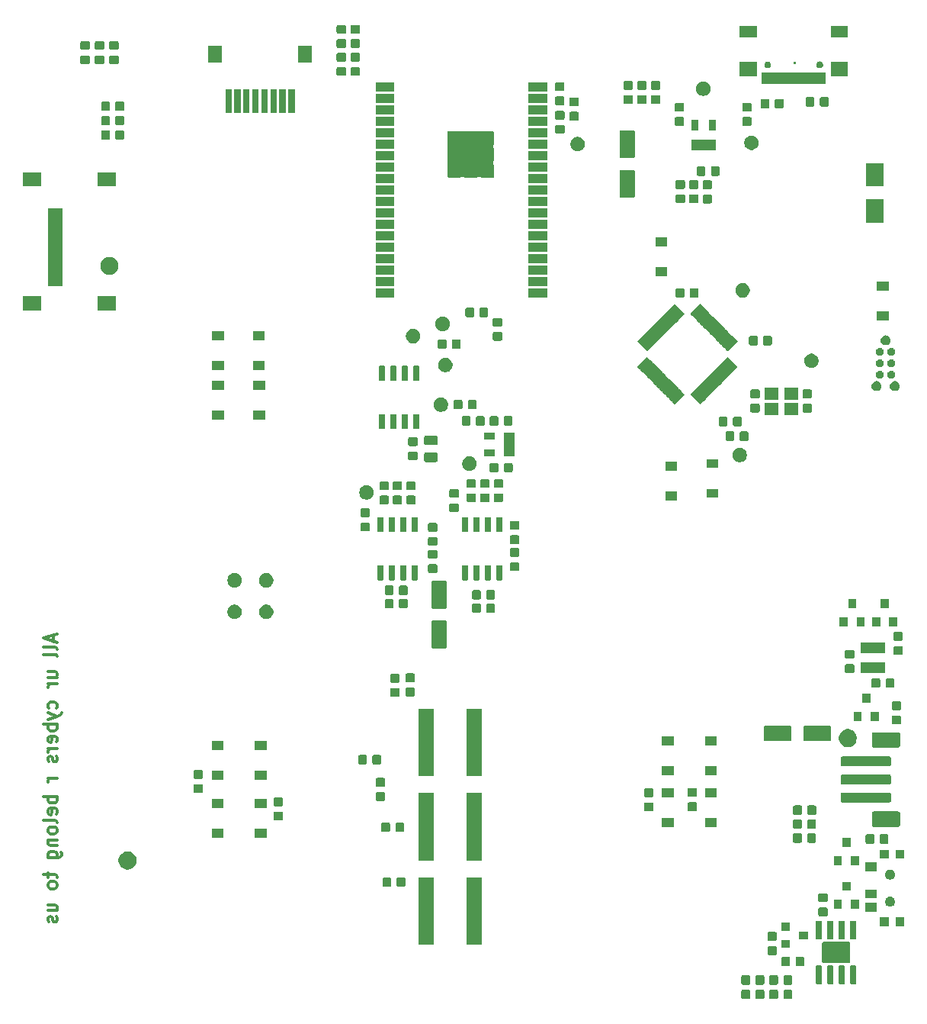
<source format=gbr>
G04 #@! TF.GenerationSoftware,KiCad,Pcbnew,(5.1.5)-3*
G04 #@! TF.CreationDate,2020-06-01T09:55:04+02:00*
G04 #@! TF.ProjectId,cz-badge-hardware,637a2d62-6164-4676-952d-686172647761,rev?*
G04 #@! TF.SameCoordinates,PX17d7840PY7735940*
G04 #@! TF.FileFunction,Soldermask,Bot*
G04 #@! TF.FilePolarity,Negative*
%FSLAX46Y46*%
G04 Gerber Fmt 4.6, Leading zero omitted, Abs format (unit mm)*
G04 Created by KiCad (PCBNEW (5.1.5)-3) date 2020-06-01 09:55:04*
%MOMM*%
%LPD*%
G04 APERTURE LIST*
%ADD10C,0.300000*%
%ADD11C,0.010000*%
%ADD12C,0.100000*%
G04 APERTURE END LIST*
D10*
X4350000Y41428572D02*
X4350000Y40714286D01*
X4778571Y41571429D02*
X3278571Y41071429D01*
X4778571Y40571429D01*
X4778571Y39857143D02*
X4707142Y40000000D01*
X4564285Y40071429D01*
X3278571Y40071429D01*
X4778571Y39071429D02*
X4707142Y39214286D01*
X4564285Y39285715D01*
X3278571Y39285715D01*
X3778571Y36714286D02*
X4778571Y36714286D01*
X3778571Y37357143D02*
X4564285Y37357143D01*
X4707142Y37285715D01*
X4778571Y37142858D01*
X4778571Y36928572D01*
X4707142Y36785715D01*
X4635714Y36714286D01*
X4778571Y36000000D02*
X3778571Y36000000D01*
X4064285Y36000000D02*
X3921428Y35928572D01*
X3850000Y35857143D01*
X3778571Y35714286D01*
X3778571Y35571429D01*
X4707142Y33285715D02*
X4778571Y33428572D01*
X4778571Y33714286D01*
X4707142Y33857143D01*
X4635714Y33928572D01*
X4492857Y34000000D01*
X4064285Y34000000D01*
X3921428Y33928572D01*
X3850000Y33857143D01*
X3778571Y33714286D01*
X3778571Y33428572D01*
X3850000Y33285715D01*
X3778571Y32785715D02*
X4778571Y32428572D01*
X3778571Y32071429D02*
X4778571Y32428572D01*
X5135714Y32571429D01*
X5207142Y32642858D01*
X5278571Y32785715D01*
X4778571Y31500000D02*
X3278571Y31500000D01*
X3850000Y31500000D02*
X3778571Y31357143D01*
X3778571Y31071429D01*
X3850000Y30928572D01*
X3921428Y30857143D01*
X4064285Y30785715D01*
X4492857Y30785715D01*
X4635714Y30857143D01*
X4707142Y30928572D01*
X4778571Y31071429D01*
X4778571Y31357143D01*
X4707142Y31500000D01*
X4707142Y29571429D02*
X4778571Y29714286D01*
X4778571Y30000000D01*
X4707142Y30142858D01*
X4564285Y30214286D01*
X3992857Y30214286D01*
X3850000Y30142858D01*
X3778571Y30000000D01*
X3778571Y29714286D01*
X3850000Y29571429D01*
X3992857Y29500000D01*
X4135714Y29500000D01*
X4278571Y30214286D01*
X4778571Y28857143D02*
X3778571Y28857143D01*
X4064285Y28857143D02*
X3921428Y28785715D01*
X3850000Y28714286D01*
X3778571Y28571429D01*
X3778571Y28428572D01*
X4707142Y28000000D02*
X4778571Y27857143D01*
X4778571Y27571429D01*
X4707142Y27428572D01*
X4564285Y27357143D01*
X4492857Y27357143D01*
X4350000Y27428572D01*
X4278571Y27571429D01*
X4278571Y27785715D01*
X4207142Y27928572D01*
X4064285Y28000000D01*
X3992857Y28000000D01*
X3850000Y27928572D01*
X3778571Y27785715D01*
X3778571Y27571429D01*
X3850000Y27428572D01*
X4778571Y25571429D02*
X3778571Y25571429D01*
X4064285Y25571429D02*
X3921428Y25500000D01*
X3850000Y25428572D01*
X3778571Y25285715D01*
X3778571Y25142858D01*
X4778571Y23500000D02*
X3278571Y23500000D01*
X3850000Y23500000D02*
X3778571Y23357143D01*
X3778571Y23071429D01*
X3850000Y22928572D01*
X3921428Y22857143D01*
X4064285Y22785715D01*
X4492857Y22785715D01*
X4635714Y22857143D01*
X4707142Y22928572D01*
X4778571Y23071429D01*
X4778571Y23357143D01*
X4707142Y23500000D01*
X4707142Y21571429D02*
X4778571Y21714286D01*
X4778571Y22000000D01*
X4707142Y22142858D01*
X4564285Y22214286D01*
X3992857Y22214286D01*
X3850000Y22142858D01*
X3778571Y22000000D01*
X3778571Y21714286D01*
X3850000Y21571429D01*
X3992857Y21500000D01*
X4135714Y21500000D01*
X4278571Y22214286D01*
X4778571Y20642858D02*
X4707142Y20785715D01*
X4564285Y20857143D01*
X3278571Y20857143D01*
X4778571Y19857143D02*
X4707142Y20000000D01*
X4635714Y20071429D01*
X4492857Y20142858D01*
X4064285Y20142858D01*
X3921428Y20071429D01*
X3850000Y20000000D01*
X3778571Y19857143D01*
X3778571Y19642858D01*
X3850000Y19500000D01*
X3921428Y19428572D01*
X4064285Y19357143D01*
X4492857Y19357143D01*
X4635714Y19428572D01*
X4707142Y19500000D01*
X4778571Y19642858D01*
X4778571Y19857143D01*
X3778571Y18714286D02*
X4778571Y18714286D01*
X3921428Y18714286D02*
X3850000Y18642858D01*
X3778571Y18500000D01*
X3778571Y18285715D01*
X3850000Y18142858D01*
X3992857Y18071429D01*
X4778571Y18071429D01*
X3778571Y16714286D02*
X4992857Y16714286D01*
X5135714Y16785715D01*
X5207142Y16857143D01*
X5278571Y17000000D01*
X5278571Y17214286D01*
X5207142Y17357143D01*
X4707142Y16714286D02*
X4778571Y16857143D01*
X4778571Y17142858D01*
X4707142Y17285715D01*
X4635714Y17357143D01*
X4492857Y17428572D01*
X4064285Y17428572D01*
X3921428Y17357143D01*
X3850000Y17285715D01*
X3778571Y17142858D01*
X3778571Y16857143D01*
X3850000Y16714286D01*
X3778571Y15071429D02*
X3778571Y14500000D01*
X3278571Y14857143D02*
X4564285Y14857143D01*
X4707142Y14785715D01*
X4778571Y14642858D01*
X4778571Y14500000D01*
X4778571Y13785715D02*
X4707142Y13928572D01*
X4635714Y14000000D01*
X4492857Y14071429D01*
X4064285Y14071429D01*
X3921428Y14000000D01*
X3850000Y13928572D01*
X3778571Y13785715D01*
X3778571Y13571429D01*
X3850000Y13428572D01*
X3921428Y13357143D01*
X4064285Y13285715D01*
X4492857Y13285715D01*
X4635714Y13357143D01*
X4707142Y13428572D01*
X4778571Y13571429D01*
X4778571Y13785715D01*
X3778571Y10857143D02*
X4778571Y10857143D01*
X3778571Y11500000D02*
X4564285Y11500000D01*
X4707142Y11428572D01*
X4778571Y11285715D01*
X4778571Y11071429D01*
X4707142Y10928572D01*
X4635714Y10857143D01*
X4707142Y10214286D02*
X4778571Y10071429D01*
X4778571Y9785715D01*
X4707142Y9642858D01*
X4564285Y9571429D01*
X4492857Y9571429D01*
X4350000Y9642858D01*
X4278571Y9785715D01*
X4278571Y10000000D01*
X4207142Y10142858D01*
X4064285Y10214286D01*
X3992857Y10214286D01*
X3850000Y10142858D01*
X3778571Y10000000D01*
X3778571Y9785715D01*
X3850000Y9642858D01*
D11*
G36*
X49530000Y93590000D02*
G01*
X48200000Y93590000D01*
X48200000Y92260000D01*
X49530000Y92260000D01*
X49530000Y93590000D01*
G37*
X49530000Y93590000D02*
X48200000Y93590000D01*
X48200000Y92260000D01*
X49530000Y92260000D01*
X49530000Y93590000D01*
G36*
X51365000Y93590000D02*
G01*
X50035000Y93590000D01*
X50035000Y92260000D01*
X51365000Y92260000D01*
X51365000Y93590000D01*
G37*
X51365000Y93590000D02*
X50035000Y93590000D01*
X50035000Y92260000D01*
X51365000Y92260000D01*
X51365000Y93590000D01*
G36*
X53200000Y93590000D02*
G01*
X51870000Y93590000D01*
X51870000Y92260000D01*
X53200000Y92260000D01*
X53200000Y93590000D01*
G37*
X53200000Y93590000D02*
X51870000Y93590000D01*
X51870000Y92260000D01*
X53200000Y92260000D01*
X53200000Y93590000D01*
G36*
X53200000Y97260000D02*
G01*
X51870000Y97260000D01*
X51870000Y95930000D01*
X53200000Y95930000D01*
X53200000Y97260000D01*
G37*
X53200000Y97260000D02*
X51870000Y97260000D01*
X51870000Y95930000D01*
X53200000Y95930000D01*
X53200000Y97260000D01*
G36*
X51365000Y97260000D02*
G01*
X50035000Y97260000D01*
X50035000Y95930000D01*
X51365000Y95930000D01*
X51365000Y97260000D01*
G37*
X51365000Y97260000D02*
X50035000Y97260000D01*
X50035000Y95930000D01*
X51365000Y95930000D01*
X51365000Y97260000D01*
G36*
X49530000Y97260000D02*
G01*
X48200000Y97260000D01*
X48200000Y95930000D01*
X49530000Y95930000D01*
X49530000Y97260000D01*
G37*
X49530000Y97260000D02*
X48200000Y97260000D01*
X48200000Y95930000D01*
X49530000Y95930000D01*
X49530000Y97260000D01*
G36*
X49530000Y95425000D02*
G01*
X48200000Y95425000D01*
X48200000Y94095000D01*
X49530000Y94095000D01*
X49530000Y95425000D01*
G37*
X49530000Y95425000D02*
X48200000Y95425000D01*
X48200000Y94095000D01*
X49530000Y94095000D01*
X49530000Y95425000D01*
G36*
X53200000Y95425000D02*
G01*
X51870000Y95425000D01*
X51870000Y94095000D01*
X53200000Y94095000D01*
X53200000Y95425000D01*
G37*
X53200000Y95425000D02*
X51870000Y95425000D01*
X51870000Y94095000D01*
X53200000Y94095000D01*
X53200000Y95425000D01*
G36*
X51365000Y95425000D02*
G01*
X50035000Y95425000D01*
X50035000Y94095000D01*
X51365000Y94095000D01*
X51365000Y95425000D01*
G37*
X51365000Y95425000D02*
X50035000Y95425000D01*
X50035000Y94095000D01*
X51365000Y94095000D01*
X51365000Y95425000D01*
D12*
G36*
X83179591Y2071915D02*
G01*
X83213569Y2061607D01*
X83244890Y2044866D01*
X83272339Y2022339D01*
X83294866Y1994890D01*
X83311607Y1963569D01*
X83321915Y1929591D01*
X83326000Y1888110D01*
X83326000Y1211890D01*
X83321915Y1170409D01*
X83311607Y1136431D01*
X83294866Y1105110D01*
X83272339Y1077661D01*
X83244890Y1055134D01*
X83213569Y1038393D01*
X83179591Y1028085D01*
X83138110Y1024000D01*
X82536890Y1024000D01*
X82495409Y1028085D01*
X82461431Y1038393D01*
X82430110Y1055134D01*
X82402661Y1077661D01*
X82380134Y1105110D01*
X82363393Y1136431D01*
X82353085Y1170409D01*
X82349000Y1211890D01*
X82349000Y1888110D01*
X82353085Y1929591D01*
X82363393Y1963569D01*
X82380134Y1994890D01*
X82402661Y2022339D01*
X82430110Y2044866D01*
X82461431Y2061607D01*
X82495409Y2071915D01*
X82536890Y2076000D01*
X83138110Y2076000D01*
X83179591Y2071915D01*
G37*
G36*
X84704591Y2071915D02*
G01*
X84738569Y2061607D01*
X84769890Y2044866D01*
X84797339Y2022339D01*
X84819866Y1994890D01*
X84836607Y1963569D01*
X84846915Y1929591D01*
X84851000Y1888110D01*
X84851000Y1211890D01*
X84846915Y1170409D01*
X84836607Y1136431D01*
X84819866Y1105110D01*
X84797339Y1077661D01*
X84769890Y1055134D01*
X84738569Y1038393D01*
X84704591Y1028085D01*
X84663110Y1024000D01*
X84061890Y1024000D01*
X84020409Y1028085D01*
X83986431Y1038393D01*
X83955110Y1055134D01*
X83927661Y1077661D01*
X83905134Y1105110D01*
X83888393Y1136431D01*
X83878085Y1170409D01*
X83874000Y1211890D01*
X83874000Y1888110D01*
X83878085Y1929591D01*
X83888393Y1963569D01*
X83905134Y1994890D01*
X83927661Y2022339D01*
X83955110Y2044866D01*
X83986431Y2061607D01*
X84020409Y2071915D01*
X84061890Y2076000D01*
X84663110Y2076000D01*
X84704591Y2071915D01*
G37*
G36*
X86279591Y2071915D02*
G01*
X86313569Y2061607D01*
X86344890Y2044866D01*
X86372339Y2022339D01*
X86394866Y1994890D01*
X86411607Y1963569D01*
X86421915Y1929591D01*
X86426000Y1888110D01*
X86426000Y1211890D01*
X86421915Y1170409D01*
X86411607Y1136431D01*
X86394866Y1105110D01*
X86372339Y1077661D01*
X86344890Y1055134D01*
X86313569Y1038393D01*
X86279591Y1028085D01*
X86238110Y1024000D01*
X85636890Y1024000D01*
X85595409Y1028085D01*
X85561431Y1038393D01*
X85530110Y1055134D01*
X85502661Y1077661D01*
X85480134Y1105110D01*
X85463393Y1136431D01*
X85453085Y1170409D01*
X85449000Y1211890D01*
X85449000Y1888110D01*
X85453085Y1929591D01*
X85463393Y1963569D01*
X85480134Y1994890D01*
X85502661Y2022339D01*
X85530110Y2044866D01*
X85561431Y2061607D01*
X85595409Y2071915D01*
X85636890Y2076000D01*
X86238110Y2076000D01*
X86279591Y2071915D01*
G37*
G36*
X81604591Y2071915D02*
G01*
X81638569Y2061607D01*
X81669890Y2044866D01*
X81697339Y2022339D01*
X81719866Y1994890D01*
X81736607Y1963569D01*
X81746915Y1929591D01*
X81751000Y1888110D01*
X81751000Y1211890D01*
X81746915Y1170409D01*
X81736607Y1136431D01*
X81719866Y1105110D01*
X81697339Y1077661D01*
X81669890Y1055134D01*
X81638569Y1038393D01*
X81604591Y1028085D01*
X81563110Y1024000D01*
X80961890Y1024000D01*
X80920409Y1028085D01*
X80886431Y1038393D01*
X80855110Y1055134D01*
X80827661Y1077661D01*
X80805134Y1105110D01*
X80788393Y1136431D01*
X80778085Y1170409D01*
X80774000Y1211890D01*
X80774000Y1888110D01*
X80778085Y1929591D01*
X80788393Y1963569D01*
X80805134Y1994890D01*
X80827661Y2022339D01*
X80855110Y2044866D01*
X80886431Y2061607D01*
X80920409Y2071915D01*
X80961890Y2076000D01*
X81563110Y2076000D01*
X81604591Y2071915D01*
G37*
G36*
X81604591Y3671915D02*
G01*
X81638569Y3661607D01*
X81669890Y3644866D01*
X81697339Y3622339D01*
X81719866Y3594890D01*
X81736607Y3563569D01*
X81746915Y3529591D01*
X81751000Y3488110D01*
X81751000Y2811890D01*
X81746915Y2770409D01*
X81736607Y2736431D01*
X81719866Y2705110D01*
X81697339Y2677661D01*
X81669890Y2655134D01*
X81638569Y2638393D01*
X81604591Y2628085D01*
X81563110Y2624000D01*
X80961890Y2624000D01*
X80920409Y2628085D01*
X80886431Y2638393D01*
X80855110Y2655134D01*
X80827661Y2677661D01*
X80805134Y2705110D01*
X80788393Y2736431D01*
X80778085Y2770409D01*
X80774000Y2811890D01*
X80774000Y3488110D01*
X80778085Y3529591D01*
X80788393Y3563569D01*
X80805134Y3594890D01*
X80827661Y3622339D01*
X80855110Y3644866D01*
X80886431Y3661607D01*
X80920409Y3671915D01*
X80961890Y3676000D01*
X81563110Y3676000D01*
X81604591Y3671915D01*
G37*
G36*
X84704591Y3671915D02*
G01*
X84738569Y3661607D01*
X84769890Y3644866D01*
X84797339Y3622339D01*
X84819866Y3594890D01*
X84836607Y3563569D01*
X84846915Y3529591D01*
X84851000Y3488110D01*
X84851000Y2811890D01*
X84846915Y2770409D01*
X84836607Y2736431D01*
X84819866Y2705110D01*
X84797339Y2677661D01*
X84769890Y2655134D01*
X84738569Y2638393D01*
X84704591Y2628085D01*
X84663110Y2624000D01*
X84061890Y2624000D01*
X84020409Y2628085D01*
X83986431Y2638393D01*
X83955110Y2655134D01*
X83927661Y2677661D01*
X83905134Y2705110D01*
X83888393Y2736431D01*
X83878085Y2770409D01*
X83874000Y2811890D01*
X83874000Y3488110D01*
X83878085Y3529591D01*
X83888393Y3563569D01*
X83905134Y3594890D01*
X83927661Y3622339D01*
X83955110Y3644866D01*
X83986431Y3661607D01*
X84020409Y3671915D01*
X84061890Y3676000D01*
X84663110Y3676000D01*
X84704591Y3671915D01*
G37*
G36*
X83179591Y3671915D02*
G01*
X83213569Y3661607D01*
X83244890Y3644866D01*
X83272339Y3622339D01*
X83294866Y3594890D01*
X83311607Y3563569D01*
X83321915Y3529591D01*
X83326000Y3488110D01*
X83326000Y2811890D01*
X83321915Y2770409D01*
X83311607Y2736431D01*
X83294866Y2705110D01*
X83272339Y2677661D01*
X83244890Y2655134D01*
X83213569Y2638393D01*
X83179591Y2628085D01*
X83138110Y2624000D01*
X82536890Y2624000D01*
X82495409Y2628085D01*
X82461431Y2638393D01*
X82430110Y2655134D01*
X82402661Y2677661D01*
X82380134Y2705110D01*
X82363393Y2736431D01*
X82353085Y2770409D01*
X82349000Y2811890D01*
X82349000Y3488110D01*
X82353085Y3529591D01*
X82363393Y3563569D01*
X82380134Y3594890D01*
X82402661Y3622339D01*
X82430110Y3644866D01*
X82461431Y3661607D01*
X82495409Y3671915D01*
X82536890Y3676000D01*
X83138110Y3676000D01*
X83179591Y3671915D01*
G37*
G36*
X86279591Y3671915D02*
G01*
X86313569Y3661607D01*
X86344890Y3644866D01*
X86372339Y3622339D01*
X86394866Y3594890D01*
X86411607Y3563569D01*
X86421915Y3529591D01*
X86426000Y3488110D01*
X86426000Y2811890D01*
X86421915Y2770409D01*
X86411607Y2736431D01*
X86394866Y2705110D01*
X86372339Y2677661D01*
X86344890Y2655134D01*
X86313569Y2638393D01*
X86279591Y2628085D01*
X86238110Y2624000D01*
X85636890Y2624000D01*
X85595409Y2628085D01*
X85561431Y2638393D01*
X85530110Y2655134D01*
X85502661Y2677661D01*
X85480134Y2705110D01*
X85463393Y2736431D01*
X85453085Y2770409D01*
X85449000Y2811890D01*
X85449000Y3488110D01*
X85453085Y3529591D01*
X85463393Y3563569D01*
X85480134Y3594890D01*
X85502661Y3622339D01*
X85530110Y3644866D01*
X85561431Y3661607D01*
X85595409Y3671915D01*
X85636890Y3676000D01*
X86238110Y3676000D01*
X86279591Y3671915D01*
G37*
G36*
X93464928Y4748236D02*
G01*
X93486009Y4741840D01*
X93505445Y4731452D01*
X93522476Y4717476D01*
X93536452Y4700445D01*
X93546840Y4681009D01*
X93553236Y4659928D01*
X93556000Y4631860D01*
X93556000Y2818140D01*
X93553236Y2790072D01*
X93546840Y2768991D01*
X93536452Y2749555D01*
X93522476Y2732524D01*
X93505445Y2718548D01*
X93486009Y2708160D01*
X93464928Y2701764D01*
X93436860Y2699000D01*
X92973140Y2699000D01*
X92945072Y2701764D01*
X92923991Y2708160D01*
X92904555Y2718548D01*
X92887524Y2732524D01*
X92873548Y2749555D01*
X92863160Y2768991D01*
X92856764Y2790072D01*
X92854000Y2818140D01*
X92854000Y4631860D01*
X92856764Y4659928D01*
X92863160Y4681009D01*
X92873548Y4700445D01*
X92887524Y4717476D01*
X92904555Y4731452D01*
X92923991Y4741840D01*
X92945072Y4748236D01*
X92973140Y4751000D01*
X93436860Y4751000D01*
X93464928Y4748236D01*
G37*
G36*
X92194928Y4748236D02*
G01*
X92216009Y4741840D01*
X92235445Y4731452D01*
X92252476Y4717476D01*
X92266452Y4700445D01*
X92276840Y4681009D01*
X92283236Y4659928D01*
X92286000Y4631860D01*
X92286000Y2818140D01*
X92283236Y2790072D01*
X92276840Y2768991D01*
X92266452Y2749555D01*
X92252476Y2732524D01*
X92235445Y2718548D01*
X92216009Y2708160D01*
X92194928Y2701764D01*
X92166860Y2699000D01*
X91703140Y2699000D01*
X91675072Y2701764D01*
X91653991Y2708160D01*
X91634555Y2718548D01*
X91617524Y2732524D01*
X91603548Y2749555D01*
X91593160Y2768991D01*
X91586764Y2790072D01*
X91584000Y2818140D01*
X91584000Y4631860D01*
X91586764Y4659928D01*
X91593160Y4681009D01*
X91603548Y4700445D01*
X91617524Y4717476D01*
X91634555Y4731452D01*
X91653991Y4741840D01*
X91675072Y4748236D01*
X91703140Y4751000D01*
X92166860Y4751000D01*
X92194928Y4748236D01*
G37*
G36*
X89654928Y4748236D02*
G01*
X89676009Y4741840D01*
X89695445Y4731452D01*
X89712476Y4717476D01*
X89726452Y4700445D01*
X89736840Y4681009D01*
X89743236Y4659928D01*
X89746000Y4631860D01*
X89746000Y2818140D01*
X89743236Y2790072D01*
X89736840Y2768991D01*
X89726452Y2749555D01*
X89712476Y2732524D01*
X89695445Y2718548D01*
X89676009Y2708160D01*
X89654928Y2701764D01*
X89626860Y2699000D01*
X89163140Y2699000D01*
X89135072Y2701764D01*
X89113991Y2708160D01*
X89094555Y2718548D01*
X89077524Y2732524D01*
X89063548Y2749555D01*
X89053160Y2768991D01*
X89046764Y2790072D01*
X89044000Y2818140D01*
X89044000Y4631860D01*
X89046764Y4659928D01*
X89053160Y4681009D01*
X89063548Y4700445D01*
X89077524Y4717476D01*
X89094555Y4731452D01*
X89113991Y4741840D01*
X89135072Y4748236D01*
X89163140Y4751000D01*
X89626860Y4751000D01*
X89654928Y4748236D01*
G37*
G36*
X90924928Y4748236D02*
G01*
X90946009Y4741840D01*
X90965445Y4731452D01*
X90982476Y4717476D01*
X90996452Y4700445D01*
X91006840Y4681009D01*
X91013236Y4659928D01*
X91016000Y4631860D01*
X91016000Y2818140D01*
X91013236Y2790072D01*
X91006840Y2768991D01*
X90996452Y2749555D01*
X90982476Y2732524D01*
X90965445Y2718548D01*
X90946009Y2708160D01*
X90924928Y2701764D01*
X90896860Y2699000D01*
X90433140Y2699000D01*
X90405072Y2701764D01*
X90383991Y2708160D01*
X90364555Y2718548D01*
X90347524Y2732524D01*
X90333548Y2749555D01*
X90323160Y2768991D01*
X90316764Y2790072D01*
X90314000Y2818140D01*
X90314000Y4631860D01*
X90316764Y4659928D01*
X90323160Y4681009D01*
X90333548Y4700445D01*
X90347524Y4717476D01*
X90364555Y4731452D01*
X90383991Y4741840D01*
X90405072Y4748236D01*
X90433140Y4751000D01*
X90896860Y4751000D01*
X90924928Y4748236D01*
G37*
G36*
X86054591Y5721915D02*
G01*
X86088569Y5711607D01*
X86119890Y5694866D01*
X86147339Y5672339D01*
X86169866Y5644890D01*
X86186607Y5613569D01*
X86196915Y5579591D01*
X86201000Y5538110D01*
X86201000Y4861890D01*
X86196915Y4820409D01*
X86186607Y4786431D01*
X86169866Y4755110D01*
X86147339Y4727661D01*
X86119890Y4705134D01*
X86088569Y4688393D01*
X86054591Y4678085D01*
X86013110Y4674000D01*
X85411890Y4674000D01*
X85370409Y4678085D01*
X85336431Y4688393D01*
X85305110Y4705134D01*
X85277661Y4727661D01*
X85255134Y4755110D01*
X85238393Y4786431D01*
X85228085Y4820409D01*
X85224000Y4861890D01*
X85224000Y5538110D01*
X85228085Y5579591D01*
X85238393Y5613569D01*
X85255134Y5644890D01*
X85277661Y5672339D01*
X85305110Y5694866D01*
X85336431Y5711607D01*
X85370409Y5721915D01*
X85411890Y5726000D01*
X86013110Y5726000D01*
X86054591Y5721915D01*
G37*
G36*
X87629591Y5721915D02*
G01*
X87663569Y5711607D01*
X87694890Y5694866D01*
X87722339Y5672339D01*
X87744866Y5644890D01*
X87761607Y5613569D01*
X87771915Y5579591D01*
X87776000Y5538110D01*
X87776000Y4861890D01*
X87771915Y4820409D01*
X87761607Y4786431D01*
X87744866Y4755110D01*
X87722339Y4727661D01*
X87694890Y4705134D01*
X87663569Y4688393D01*
X87629591Y4678085D01*
X87588110Y4674000D01*
X86986890Y4674000D01*
X86945409Y4678085D01*
X86911431Y4688393D01*
X86880110Y4705134D01*
X86852661Y4727661D01*
X86830134Y4755110D01*
X86813393Y4786431D01*
X86803085Y4820409D01*
X86799000Y4861890D01*
X86799000Y5538110D01*
X86803085Y5579591D01*
X86813393Y5613569D01*
X86830134Y5644890D01*
X86852661Y5672339D01*
X86880110Y5694866D01*
X86911431Y5711607D01*
X86945409Y5721915D01*
X86986890Y5726000D01*
X87588110Y5726000D01*
X87629591Y5721915D01*
G37*
G36*
X92719336Y7392267D02*
G01*
X92749883Y7383001D01*
X92778033Y7367954D01*
X92802706Y7347706D01*
X92822954Y7323033D01*
X92838001Y7294883D01*
X92847267Y7264336D01*
X92851000Y7226433D01*
X92851000Y5173567D01*
X92847267Y5135664D01*
X92838001Y5105117D01*
X92822954Y5076967D01*
X92802706Y5052294D01*
X92778033Y5032046D01*
X92749883Y5016999D01*
X92719336Y5007733D01*
X92681433Y5004000D01*
X89918567Y5004000D01*
X89880664Y5007733D01*
X89850117Y5016999D01*
X89821967Y5032046D01*
X89797294Y5052294D01*
X89777046Y5076967D01*
X89761999Y5105117D01*
X89752733Y5135664D01*
X89749000Y5173567D01*
X89749000Y7226433D01*
X89752733Y7264336D01*
X89761999Y7294883D01*
X89777046Y7323033D01*
X89797294Y7347706D01*
X89821967Y7367954D01*
X89850117Y7383001D01*
X89880664Y7392267D01*
X89918567Y7396000D01*
X92681433Y7396000D01*
X92719336Y7392267D01*
G37*
G36*
X84579591Y6896915D02*
G01*
X84613569Y6886607D01*
X84644890Y6869866D01*
X84672339Y6847339D01*
X84694866Y6819890D01*
X84711607Y6788569D01*
X84721915Y6754591D01*
X84726000Y6713110D01*
X84726000Y6111890D01*
X84721915Y6070409D01*
X84711607Y6036431D01*
X84694866Y6005110D01*
X84672339Y5977661D01*
X84644890Y5955134D01*
X84613569Y5938393D01*
X84579591Y5928085D01*
X84538110Y5924000D01*
X83861890Y5924000D01*
X83820409Y5928085D01*
X83786431Y5938393D01*
X83755110Y5955134D01*
X83727661Y5977661D01*
X83705134Y6005110D01*
X83688393Y6036431D01*
X83678085Y6070409D01*
X83674000Y6111890D01*
X83674000Y6713110D01*
X83678085Y6754591D01*
X83688393Y6788569D01*
X83705134Y6819890D01*
X83727661Y6847339D01*
X83755110Y6869866D01*
X83786431Y6886607D01*
X83820409Y6896915D01*
X83861890Y6901000D01*
X84538110Y6901000D01*
X84579591Y6896915D01*
G37*
G36*
X86201000Y6699000D02*
G01*
X85199000Y6699000D01*
X85199000Y7601000D01*
X86201000Y7601000D01*
X86201000Y6699000D01*
G37*
G36*
X46646700Y7051500D02*
G01*
X44944700Y7051500D01*
X44944700Y14548500D01*
X46646700Y14548500D01*
X46646700Y7051500D01*
G37*
G36*
X51955300Y7051500D02*
G01*
X50253300Y7051500D01*
X50253300Y14548500D01*
X51955300Y14548500D01*
X51955300Y7051500D01*
G37*
G36*
X84579591Y8471915D02*
G01*
X84613569Y8461607D01*
X84644890Y8444866D01*
X84672339Y8422339D01*
X84694866Y8394890D01*
X84711607Y8363569D01*
X84721915Y8329591D01*
X84726000Y8288110D01*
X84726000Y7686890D01*
X84721915Y7645409D01*
X84711607Y7611431D01*
X84694866Y7580110D01*
X84672339Y7552661D01*
X84644890Y7530134D01*
X84613569Y7513393D01*
X84579591Y7503085D01*
X84538110Y7499000D01*
X83861890Y7499000D01*
X83820409Y7503085D01*
X83786431Y7513393D01*
X83755110Y7530134D01*
X83727661Y7552661D01*
X83705134Y7580110D01*
X83688393Y7611431D01*
X83678085Y7645409D01*
X83674000Y7686890D01*
X83674000Y8288110D01*
X83678085Y8329591D01*
X83688393Y8363569D01*
X83705134Y8394890D01*
X83727661Y8422339D01*
X83755110Y8444866D01*
X83786431Y8461607D01*
X83820409Y8471915D01*
X83861890Y8476000D01*
X84538110Y8476000D01*
X84579591Y8471915D01*
G37*
G36*
X89654928Y9698236D02*
G01*
X89676009Y9691840D01*
X89695445Y9681452D01*
X89712476Y9667476D01*
X89726452Y9650445D01*
X89736840Y9631009D01*
X89743236Y9609928D01*
X89746000Y9581860D01*
X89746000Y7768140D01*
X89743236Y7740072D01*
X89736840Y7718991D01*
X89726452Y7699555D01*
X89712476Y7682524D01*
X89695445Y7668548D01*
X89676009Y7658160D01*
X89654928Y7651764D01*
X89626860Y7649000D01*
X89163140Y7649000D01*
X89135072Y7651764D01*
X89113991Y7658160D01*
X89094555Y7668548D01*
X89077524Y7682524D01*
X89063548Y7699555D01*
X89053160Y7718991D01*
X89046764Y7740072D01*
X89044000Y7768140D01*
X89044000Y9581860D01*
X89046764Y9609928D01*
X89053160Y9631009D01*
X89063548Y9650445D01*
X89077524Y9667476D01*
X89094555Y9681452D01*
X89113991Y9691840D01*
X89135072Y9698236D01*
X89163140Y9701000D01*
X89626860Y9701000D01*
X89654928Y9698236D01*
G37*
G36*
X88201000Y7649000D02*
G01*
X87199000Y7649000D01*
X87199000Y8551000D01*
X88201000Y8551000D01*
X88201000Y7649000D01*
G37*
G36*
X93464928Y9698236D02*
G01*
X93486009Y9691840D01*
X93505445Y9681452D01*
X93522476Y9667476D01*
X93536452Y9650445D01*
X93546840Y9631009D01*
X93553236Y9609928D01*
X93556000Y9581860D01*
X93556000Y7768140D01*
X93553236Y7740072D01*
X93546840Y7718991D01*
X93536452Y7699555D01*
X93522476Y7682524D01*
X93505445Y7668548D01*
X93486009Y7658160D01*
X93464928Y7651764D01*
X93436860Y7649000D01*
X92973140Y7649000D01*
X92945072Y7651764D01*
X92923991Y7658160D01*
X92904555Y7668548D01*
X92887524Y7682524D01*
X92873548Y7699555D01*
X92863160Y7718991D01*
X92856764Y7740072D01*
X92854000Y7768140D01*
X92854000Y9581860D01*
X92856764Y9609928D01*
X92863160Y9631009D01*
X92873548Y9650445D01*
X92887524Y9667476D01*
X92904555Y9681452D01*
X92923991Y9691840D01*
X92945072Y9698236D01*
X92973140Y9701000D01*
X93436860Y9701000D01*
X93464928Y9698236D01*
G37*
G36*
X92194928Y9698236D02*
G01*
X92216009Y9691840D01*
X92235445Y9681452D01*
X92252476Y9667476D01*
X92266452Y9650445D01*
X92276840Y9631009D01*
X92283236Y9609928D01*
X92286000Y9581860D01*
X92286000Y7768140D01*
X92283236Y7740072D01*
X92276840Y7718991D01*
X92266452Y7699555D01*
X92252476Y7682524D01*
X92235445Y7668548D01*
X92216009Y7658160D01*
X92194928Y7651764D01*
X92166860Y7649000D01*
X91703140Y7649000D01*
X91675072Y7651764D01*
X91653991Y7658160D01*
X91634555Y7668548D01*
X91617524Y7682524D01*
X91603548Y7699555D01*
X91593160Y7718991D01*
X91586764Y7740072D01*
X91584000Y7768140D01*
X91584000Y9581860D01*
X91586764Y9609928D01*
X91593160Y9631009D01*
X91603548Y9650445D01*
X91617524Y9667476D01*
X91634555Y9681452D01*
X91653991Y9691840D01*
X91675072Y9698236D01*
X91703140Y9701000D01*
X92166860Y9701000D01*
X92194928Y9698236D01*
G37*
G36*
X90924928Y9698236D02*
G01*
X90946009Y9691840D01*
X90965445Y9681452D01*
X90982476Y9667476D01*
X90996452Y9650445D01*
X91006840Y9631009D01*
X91013236Y9609928D01*
X91016000Y9581860D01*
X91016000Y7768140D01*
X91013236Y7740072D01*
X91006840Y7718991D01*
X90996452Y7699555D01*
X90982476Y7682524D01*
X90965445Y7668548D01*
X90946009Y7658160D01*
X90924928Y7651764D01*
X90896860Y7649000D01*
X90433140Y7649000D01*
X90405072Y7651764D01*
X90383991Y7658160D01*
X90364555Y7668548D01*
X90347524Y7682524D01*
X90333548Y7699555D01*
X90323160Y7718991D01*
X90316764Y7740072D01*
X90314000Y7768140D01*
X90314000Y9581860D01*
X90316764Y9609928D01*
X90323160Y9631009D01*
X90333548Y9650445D01*
X90347524Y9667476D01*
X90364555Y9681452D01*
X90383991Y9691840D01*
X90405072Y9698236D01*
X90433140Y9701000D01*
X90896860Y9701000D01*
X90924928Y9698236D01*
G37*
G36*
X86201000Y8599000D02*
G01*
X85199000Y8599000D01*
X85199000Y9501000D01*
X86201000Y9501000D01*
X86201000Y8599000D01*
G37*
G36*
X98901000Y9099000D02*
G01*
X97899000Y9099000D01*
X97899000Y10101000D01*
X98901000Y10101000D01*
X98901000Y9099000D01*
G37*
G36*
X97151000Y9099000D02*
G01*
X96149000Y9099000D01*
X96149000Y10101000D01*
X97151000Y10101000D01*
X97151000Y9099000D01*
G37*
G36*
X90229591Y11196915D02*
G01*
X90263569Y11186607D01*
X90294890Y11169866D01*
X90322339Y11147339D01*
X90344866Y11119890D01*
X90361607Y11088569D01*
X90371915Y11054591D01*
X90376000Y11013110D01*
X90376000Y10411890D01*
X90371915Y10370409D01*
X90361607Y10336431D01*
X90344866Y10305110D01*
X90322339Y10277661D01*
X90294890Y10255134D01*
X90263569Y10238393D01*
X90229591Y10228085D01*
X90188110Y10224000D01*
X89511890Y10224000D01*
X89470409Y10228085D01*
X89436431Y10238393D01*
X89405110Y10255134D01*
X89377661Y10277661D01*
X89355134Y10305110D01*
X89338393Y10336431D01*
X89328085Y10370409D01*
X89324000Y10411890D01*
X89324000Y11013110D01*
X89328085Y11054591D01*
X89338393Y11088569D01*
X89355134Y11119890D01*
X89377661Y11147339D01*
X89405110Y11169866D01*
X89436431Y11186607D01*
X89470409Y11196915D01*
X89511890Y11201000D01*
X90188110Y11201000D01*
X90229591Y11196915D01*
G37*
G36*
X95851000Y10699000D02*
G01*
X94549000Y10699000D01*
X94549000Y11701000D01*
X95851000Y11701000D01*
X95851000Y10699000D01*
G37*
G36*
X93851000Y11049000D02*
G01*
X92949000Y11049000D01*
X92949000Y12051000D01*
X93851000Y12051000D01*
X93851000Y11049000D01*
G37*
G36*
X91951000Y11049000D02*
G01*
X91049000Y11049000D01*
X91049000Y12051000D01*
X91951000Y12051000D01*
X91951000Y11049000D01*
G37*
G36*
X97460721Y12379826D02*
G01*
X97560995Y12338291D01*
X97560996Y12338290D01*
X97651242Y12277990D01*
X97727990Y12201242D01*
X97727991Y12201240D01*
X97788291Y12110995D01*
X97829826Y12010721D01*
X97851000Y11904270D01*
X97851000Y11795730D01*
X97829826Y11689279D01*
X97788291Y11589005D01*
X97788290Y11589004D01*
X97727990Y11498758D01*
X97651242Y11422010D01*
X97605812Y11391655D01*
X97560995Y11361709D01*
X97460721Y11320174D01*
X97354270Y11299000D01*
X97245730Y11299000D01*
X97139279Y11320174D01*
X97039005Y11361709D01*
X96994188Y11391655D01*
X96948758Y11422010D01*
X96872010Y11498758D01*
X96811710Y11589004D01*
X96811709Y11589005D01*
X96770174Y11689279D01*
X96749000Y11795730D01*
X96749000Y11904270D01*
X96770174Y12010721D01*
X96811709Y12110995D01*
X96872009Y12201240D01*
X96872010Y12201242D01*
X96948758Y12277990D01*
X97039004Y12338290D01*
X97039005Y12338291D01*
X97139279Y12379826D01*
X97245730Y12401000D01*
X97354270Y12401000D01*
X97460721Y12379826D01*
G37*
G36*
X90229591Y12771915D02*
G01*
X90263569Y12761607D01*
X90294890Y12744866D01*
X90322339Y12722339D01*
X90344866Y12694890D01*
X90361607Y12663569D01*
X90371915Y12629591D01*
X90376000Y12588110D01*
X90376000Y11986890D01*
X90371915Y11945409D01*
X90361607Y11911431D01*
X90344866Y11880110D01*
X90322339Y11852661D01*
X90294890Y11830134D01*
X90263569Y11813393D01*
X90229591Y11803085D01*
X90188110Y11799000D01*
X89511890Y11799000D01*
X89470409Y11803085D01*
X89436431Y11813393D01*
X89405110Y11830134D01*
X89377661Y11852661D01*
X89355134Y11880110D01*
X89338393Y11911431D01*
X89328085Y11945409D01*
X89324000Y11986890D01*
X89324000Y12588110D01*
X89328085Y12629591D01*
X89338393Y12663569D01*
X89355134Y12694890D01*
X89377661Y12722339D01*
X89405110Y12744866D01*
X89436431Y12761607D01*
X89470409Y12771915D01*
X89511890Y12776000D01*
X90188110Y12776000D01*
X90229591Y12771915D01*
G37*
G36*
X95851000Y12199000D02*
G01*
X94549000Y12199000D01*
X94549000Y13201000D01*
X95851000Y13201000D01*
X95851000Y12199000D01*
G37*
G36*
X92901000Y13049000D02*
G01*
X91999000Y13049000D01*
X91999000Y14051000D01*
X92901000Y14051000D01*
X92901000Y13049000D01*
G37*
G36*
X43329591Y14521915D02*
G01*
X43363569Y14511607D01*
X43394890Y14494866D01*
X43422339Y14472339D01*
X43444866Y14444890D01*
X43461607Y14413569D01*
X43471915Y14379591D01*
X43476000Y14338110D01*
X43476000Y13661890D01*
X43471915Y13620409D01*
X43461607Y13586431D01*
X43444866Y13555110D01*
X43422339Y13527661D01*
X43394890Y13505134D01*
X43363569Y13488393D01*
X43329591Y13478085D01*
X43288110Y13474000D01*
X42686890Y13474000D01*
X42645409Y13478085D01*
X42611431Y13488393D01*
X42580110Y13505134D01*
X42552661Y13527661D01*
X42530134Y13555110D01*
X42513393Y13586431D01*
X42503085Y13620409D01*
X42499000Y13661890D01*
X42499000Y14338110D01*
X42503085Y14379591D01*
X42513393Y14413569D01*
X42530134Y14444890D01*
X42552661Y14472339D01*
X42580110Y14494866D01*
X42611431Y14511607D01*
X42645409Y14521915D01*
X42686890Y14526000D01*
X43288110Y14526000D01*
X43329591Y14521915D01*
G37*
G36*
X41754591Y14521915D02*
G01*
X41788569Y14511607D01*
X41819890Y14494866D01*
X41847339Y14472339D01*
X41869866Y14444890D01*
X41886607Y14413569D01*
X41896915Y14379591D01*
X41901000Y14338110D01*
X41901000Y13661890D01*
X41896915Y13620409D01*
X41886607Y13586431D01*
X41869866Y13555110D01*
X41847339Y13527661D01*
X41819890Y13505134D01*
X41788569Y13488393D01*
X41754591Y13478085D01*
X41713110Y13474000D01*
X41111890Y13474000D01*
X41070409Y13478085D01*
X41036431Y13488393D01*
X41005110Y13505134D01*
X40977661Y13527661D01*
X40955134Y13555110D01*
X40938393Y13586431D01*
X40928085Y13620409D01*
X40924000Y13661890D01*
X40924000Y14338110D01*
X40928085Y14379591D01*
X40938393Y14413569D01*
X40955134Y14444890D01*
X40977661Y14472339D01*
X41005110Y14494866D01*
X41036431Y14511607D01*
X41070409Y14521915D01*
X41111890Y14526000D01*
X41713110Y14526000D01*
X41754591Y14521915D01*
G37*
G36*
X97460721Y15379826D02*
G01*
X97560995Y15338291D01*
X97560996Y15338290D01*
X97651242Y15277990D01*
X97727990Y15201242D01*
X97727991Y15201240D01*
X97788291Y15110995D01*
X97829826Y15010721D01*
X97851000Y14904270D01*
X97851000Y14795730D01*
X97829826Y14689279D01*
X97788291Y14589005D01*
X97788290Y14589004D01*
X97727990Y14498758D01*
X97651242Y14422010D01*
X97644414Y14417448D01*
X97560995Y14361709D01*
X97460721Y14320174D01*
X97354270Y14299000D01*
X97245730Y14299000D01*
X97139279Y14320174D01*
X97039005Y14361709D01*
X96955586Y14417448D01*
X96948758Y14422010D01*
X96872010Y14498758D01*
X96811710Y14589004D01*
X96811709Y14589005D01*
X96770174Y14689279D01*
X96749000Y14795730D01*
X96749000Y14904270D01*
X96770174Y15010721D01*
X96811709Y15110995D01*
X96872009Y15201240D01*
X96872010Y15201242D01*
X96948758Y15277990D01*
X97039004Y15338290D01*
X97039005Y15338291D01*
X97139279Y15379826D01*
X97245730Y15401000D01*
X97354270Y15401000D01*
X97460721Y15379826D01*
G37*
G36*
X95851000Y15199000D02*
G01*
X94549000Y15199000D01*
X94549000Y16201000D01*
X95851000Y16201000D01*
X95851000Y15199000D01*
G37*
G36*
X12827290Y17374381D02*
G01*
X12891689Y17361571D01*
X13073678Y17286189D01*
X13237463Y17176751D01*
X13376751Y17037463D01*
X13486189Y16873678D01*
X13561571Y16691689D01*
X13600000Y16498491D01*
X13600000Y16301509D01*
X13561571Y16108311D01*
X13486189Y15926322D01*
X13376751Y15762537D01*
X13237463Y15623249D01*
X13073678Y15513811D01*
X12891689Y15438429D01*
X12827290Y15425619D01*
X12698493Y15400000D01*
X12501507Y15400000D01*
X12372710Y15425619D01*
X12308311Y15438429D01*
X12126322Y15513811D01*
X11962537Y15623249D01*
X11823249Y15762537D01*
X11713811Y15926322D01*
X11638429Y16108311D01*
X11600000Y16301509D01*
X11600000Y16498491D01*
X11638429Y16691689D01*
X11713811Y16873678D01*
X11823249Y17037463D01*
X11962537Y17176751D01*
X12126322Y17286189D01*
X12308311Y17361571D01*
X12372710Y17374381D01*
X12501507Y17400000D01*
X12698493Y17400000D01*
X12827290Y17374381D01*
G37*
G36*
X91951000Y15899000D02*
G01*
X91049000Y15899000D01*
X91049000Y16901000D01*
X91951000Y16901000D01*
X91951000Y15899000D01*
G37*
G36*
X93851000Y15899000D02*
G01*
X92949000Y15899000D01*
X92949000Y16901000D01*
X93851000Y16901000D01*
X93851000Y15899000D01*
G37*
G36*
X51955300Y16401500D02*
G01*
X50253300Y16401500D01*
X50253300Y23898500D01*
X51955300Y23898500D01*
X51955300Y16401500D01*
G37*
G36*
X46646700Y16401500D02*
G01*
X44944700Y16401500D01*
X44944700Y23898500D01*
X46646700Y23898500D01*
X46646700Y16401500D01*
G37*
G36*
X98901000Y16599000D02*
G01*
X97899000Y16599000D01*
X97899000Y17601000D01*
X98901000Y17601000D01*
X98901000Y16599000D01*
G37*
G36*
X97151000Y16599000D02*
G01*
X96149000Y16599000D01*
X96149000Y17601000D01*
X97151000Y17601000D01*
X97151000Y16599000D01*
G37*
G36*
X92901000Y17899000D02*
G01*
X91999000Y17899000D01*
X91999000Y18901000D01*
X92901000Y18901000D01*
X92901000Y17899000D01*
G37*
G36*
X95404591Y19321915D02*
G01*
X95438569Y19311607D01*
X95469890Y19294866D01*
X95497339Y19272339D01*
X95519866Y19244890D01*
X95536607Y19213569D01*
X95546915Y19179591D01*
X95551000Y19138110D01*
X95551000Y18461890D01*
X95546915Y18420409D01*
X95536607Y18386431D01*
X95519866Y18355110D01*
X95497339Y18327661D01*
X95469890Y18305134D01*
X95438569Y18288393D01*
X95404591Y18278085D01*
X95363110Y18274000D01*
X94761890Y18274000D01*
X94720409Y18278085D01*
X94686431Y18288393D01*
X94655110Y18305134D01*
X94627661Y18327661D01*
X94605134Y18355110D01*
X94588393Y18386431D01*
X94578085Y18420409D01*
X94574000Y18461890D01*
X94574000Y19138110D01*
X94578085Y19179591D01*
X94588393Y19213569D01*
X94605134Y19244890D01*
X94627661Y19272339D01*
X94655110Y19294866D01*
X94686431Y19311607D01*
X94720409Y19321915D01*
X94761890Y19326000D01*
X95363110Y19326000D01*
X95404591Y19321915D01*
G37*
G36*
X96979591Y19321915D02*
G01*
X97013569Y19311607D01*
X97044890Y19294866D01*
X97072339Y19272339D01*
X97094866Y19244890D01*
X97111607Y19213569D01*
X97121915Y19179591D01*
X97126000Y19138110D01*
X97126000Y18461890D01*
X97121915Y18420409D01*
X97111607Y18386431D01*
X97094866Y18355110D01*
X97072339Y18327661D01*
X97044890Y18305134D01*
X97013569Y18288393D01*
X96979591Y18278085D01*
X96938110Y18274000D01*
X96336890Y18274000D01*
X96295409Y18278085D01*
X96261431Y18288393D01*
X96230110Y18305134D01*
X96202661Y18327661D01*
X96180134Y18355110D01*
X96163393Y18386431D01*
X96153085Y18420409D01*
X96149000Y18461890D01*
X96149000Y19138110D01*
X96153085Y19179591D01*
X96163393Y19213569D01*
X96180134Y19244890D01*
X96202661Y19272339D01*
X96230110Y19294866D01*
X96261431Y19311607D01*
X96295409Y19321915D01*
X96336890Y19326000D01*
X96938110Y19326000D01*
X96979591Y19321915D01*
G37*
G36*
X87354591Y19421915D02*
G01*
X87388569Y19411607D01*
X87419890Y19394866D01*
X87447339Y19372339D01*
X87469866Y19344890D01*
X87486607Y19313569D01*
X87496915Y19279591D01*
X87501000Y19238110D01*
X87501000Y18561890D01*
X87496915Y18520409D01*
X87486607Y18486431D01*
X87469866Y18455110D01*
X87447339Y18427661D01*
X87419890Y18405134D01*
X87388569Y18388393D01*
X87354591Y18378085D01*
X87313110Y18374000D01*
X86711890Y18374000D01*
X86670409Y18378085D01*
X86636431Y18388393D01*
X86605110Y18405134D01*
X86577661Y18427661D01*
X86555134Y18455110D01*
X86538393Y18486431D01*
X86528085Y18520409D01*
X86524000Y18561890D01*
X86524000Y19238110D01*
X86528085Y19279591D01*
X86538393Y19313569D01*
X86555134Y19344890D01*
X86577661Y19372339D01*
X86605110Y19394866D01*
X86636431Y19411607D01*
X86670409Y19421915D01*
X86711890Y19426000D01*
X87313110Y19426000D01*
X87354591Y19421915D01*
G37*
G36*
X88929591Y19421915D02*
G01*
X88963569Y19411607D01*
X88994890Y19394866D01*
X89022339Y19372339D01*
X89044866Y19344890D01*
X89061607Y19313569D01*
X89071915Y19279591D01*
X89076000Y19238110D01*
X89076000Y18561890D01*
X89071915Y18520409D01*
X89061607Y18486431D01*
X89044866Y18455110D01*
X89022339Y18427661D01*
X88994890Y18405134D01*
X88963569Y18388393D01*
X88929591Y18378085D01*
X88888110Y18374000D01*
X88286890Y18374000D01*
X88245409Y18378085D01*
X88211431Y18388393D01*
X88180110Y18405134D01*
X88152661Y18427661D01*
X88130134Y18455110D01*
X88113393Y18486431D01*
X88103085Y18520409D01*
X88099000Y18561890D01*
X88099000Y19238110D01*
X88103085Y19279591D01*
X88113393Y19313569D01*
X88130134Y19344890D01*
X88152661Y19372339D01*
X88180110Y19394866D01*
X88211431Y19411607D01*
X88245409Y19421915D01*
X88286890Y19426000D01*
X88888110Y19426000D01*
X88929591Y19421915D01*
G37*
G36*
X28051000Y18949000D02*
G01*
X26749000Y18949000D01*
X26749000Y19951000D01*
X28051000Y19951000D01*
X28051000Y18949000D01*
G37*
G36*
X23251000Y18949000D02*
G01*
X21949000Y18949000D01*
X21949000Y19951000D01*
X23251000Y19951000D01*
X23251000Y18949000D01*
G37*
G36*
X43185591Y20619915D02*
G01*
X43219569Y20609607D01*
X43250890Y20592866D01*
X43278339Y20570339D01*
X43300866Y20542890D01*
X43317607Y20511569D01*
X43327915Y20477591D01*
X43332000Y20436110D01*
X43332000Y19759890D01*
X43327915Y19718409D01*
X43317607Y19684431D01*
X43300866Y19653110D01*
X43278339Y19625661D01*
X43250890Y19603134D01*
X43219569Y19586393D01*
X43185591Y19576085D01*
X43144110Y19572000D01*
X42542890Y19572000D01*
X42501409Y19576085D01*
X42467431Y19586393D01*
X42436110Y19603134D01*
X42408661Y19625661D01*
X42386134Y19653110D01*
X42369393Y19684431D01*
X42359085Y19718409D01*
X42355000Y19759890D01*
X42355000Y20436110D01*
X42359085Y20477591D01*
X42369393Y20511569D01*
X42386134Y20542890D01*
X42408661Y20570339D01*
X42436110Y20592866D01*
X42467431Y20609607D01*
X42501409Y20619915D01*
X42542890Y20624000D01*
X43144110Y20624000D01*
X43185591Y20619915D01*
G37*
G36*
X41610591Y20619915D02*
G01*
X41644569Y20609607D01*
X41675890Y20592866D01*
X41703339Y20570339D01*
X41725866Y20542890D01*
X41742607Y20511569D01*
X41752915Y20477591D01*
X41757000Y20436110D01*
X41757000Y19759890D01*
X41752915Y19718409D01*
X41742607Y19684431D01*
X41725866Y19653110D01*
X41703339Y19625661D01*
X41675890Y19603134D01*
X41644569Y19586393D01*
X41610591Y19576085D01*
X41569110Y19572000D01*
X40967890Y19572000D01*
X40926409Y19576085D01*
X40892431Y19586393D01*
X40861110Y19603134D01*
X40833661Y19625661D01*
X40811134Y19653110D01*
X40794393Y19684431D01*
X40784085Y19718409D01*
X40780000Y19759890D01*
X40780000Y20436110D01*
X40784085Y20477591D01*
X40794393Y20511569D01*
X40811134Y20542890D01*
X40833661Y20570339D01*
X40861110Y20592866D01*
X40892431Y20609607D01*
X40926409Y20619915D01*
X40967890Y20624000D01*
X41569110Y20624000D01*
X41610591Y20619915D01*
G37*
G36*
X87354591Y20971915D02*
G01*
X87388569Y20961607D01*
X87419890Y20944866D01*
X87447339Y20922339D01*
X87469866Y20894890D01*
X87486607Y20863569D01*
X87496915Y20829591D01*
X87501000Y20788110D01*
X87501000Y20111890D01*
X87496915Y20070409D01*
X87486607Y20036431D01*
X87469866Y20005110D01*
X87447339Y19977661D01*
X87419890Y19955134D01*
X87388569Y19938393D01*
X87354591Y19928085D01*
X87313110Y19924000D01*
X86711890Y19924000D01*
X86670409Y19928085D01*
X86636431Y19938393D01*
X86605110Y19955134D01*
X86577661Y19977661D01*
X86555134Y20005110D01*
X86538393Y20036431D01*
X86528085Y20070409D01*
X86524000Y20111890D01*
X86524000Y20788110D01*
X86528085Y20829591D01*
X86538393Y20863569D01*
X86555134Y20894890D01*
X86577661Y20922339D01*
X86605110Y20944866D01*
X86636431Y20961607D01*
X86670409Y20971915D01*
X86711890Y20976000D01*
X87313110Y20976000D01*
X87354591Y20971915D01*
G37*
G36*
X88929591Y20971915D02*
G01*
X88963569Y20961607D01*
X88994890Y20944866D01*
X89022339Y20922339D01*
X89044866Y20894890D01*
X89061607Y20863569D01*
X89071915Y20829591D01*
X89076000Y20788110D01*
X89076000Y20111890D01*
X89071915Y20070409D01*
X89061607Y20036431D01*
X89044866Y20005110D01*
X89022339Y19977661D01*
X88994890Y19955134D01*
X88963569Y19938393D01*
X88929591Y19928085D01*
X88888110Y19924000D01*
X88286890Y19924000D01*
X88245409Y19928085D01*
X88211431Y19938393D01*
X88180110Y19955134D01*
X88152661Y19977661D01*
X88130134Y20005110D01*
X88113393Y20036431D01*
X88103085Y20070409D01*
X88099000Y20111890D01*
X88099000Y20788110D01*
X88103085Y20829591D01*
X88113393Y20863569D01*
X88130134Y20894890D01*
X88152661Y20922339D01*
X88180110Y20944866D01*
X88211431Y20961607D01*
X88245409Y20971915D01*
X88286890Y20976000D01*
X88888110Y20976000D01*
X88929591Y20971915D01*
G37*
G36*
X78051000Y20149000D02*
G01*
X76749000Y20149000D01*
X76749000Y21151000D01*
X78051000Y21151000D01*
X78051000Y20149000D01*
G37*
G36*
X73251000Y20149000D02*
G01*
X71949000Y20149000D01*
X71949000Y21151000D01*
X73251000Y21151000D01*
X73251000Y20149000D01*
G37*
G36*
X98255997Y21846949D02*
G01*
X98289652Y21836739D01*
X98320665Y21820162D01*
X98347851Y21797851D01*
X98370162Y21770665D01*
X98386739Y21739652D01*
X98396949Y21705997D01*
X98401000Y21664862D01*
X98401000Y20335138D01*
X98396949Y20294003D01*
X98386739Y20260348D01*
X98370162Y20229335D01*
X98347851Y20202149D01*
X98320665Y20179838D01*
X98289652Y20163261D01*
X98255997Y20153051D01*
X98214862Y20149000D01*
X95485138Y20149000D01*
X95444003Y20153051D01*
X95410348Y20163261D01*
X95379335Y20179838D01*
X95352149Y20202149D01*
X95329838Y20229335D01*
X95313261Y20260348D01*
X95303051Y20294003D01*
X95299000Y20335138D01*
X95299000Y21664862D01*
X95303051Y21705997D01*
X95313261Y21739652D01*
X95329838Y21770665D01*
X95352149Y21797851D01*
X95379335Y21820162D01*
X95410348Y21836739D01*
X95444003Y21846949D01*
X95485138Y21851000D01*
X98214862Y21851000D01*
X98255997Y21846949D01*
G37*
G36*
X29735591Y21826915D02*
G01*
X29769569Y21816607D01*
X29800890Y21799866D01*
X29828339Y21777339D01*
X29850866Y21749890D01*
X29867607Y21718569D01*
X29877915Y21684591D01*
X29882000Y21643110D01*
X29882000Y21041890D01*
X29877915Y21000409D01*
X29867607Y20966431D01*
X29850866Y20935110D01*
X29828339Y20907661D01*
X29800890Y20885134D01*
X29769569Y20868393D01*
X29735591Y20858085D01*
X29694110Y20854000D01*
X29017890Y20854000D01*
X28976409Y20858085D01*
X28942431Y20868393D01*
X28911110Y20885134D01*
X28883661Y20907661D01*
X28861134Y20935110D01*
X28844393Y20966431D01*
X28834085Y21000409D01*
X28830000Y21041890D01*
X28830000Y21643110D01*
X28834085Y21684591D01*
X28844393Y21718569D01*
X28861134Y21749890D01*
X28883661Y21777339D01*
X28911110Y21799866D01*
X28942431Y21816607D01*
X28976409Y21826915D01*
X29017890Y21831000D01*
X29694110Y21831000D01*
X29735591Y21826915D01*
G37*
G36*
X88942091Y22521915D02*
G01*
X88976069Y22511607D01*
X89007390Y22494866D01*
X89034839Y22472339D01*
X89057366Y22444890D01*
X89074107Y22413569D01*
X89084415Y22379591D01*
X89088500Y22338110D01*
X89088500Y21661890D01*
X89084415Y21620409D01*
X89074107Y21586431D01*
X89057366Y21555110D01*
X89034839Y21527661D01*
X89007390Y21505134D01*
X88976069Y21488393D01*
X88942091Y21478085D01*
X88900610Y21474000D01*
X88299390Y21474000D01*
X88257909Y21478085D01*
X88223931Y21488393D01*
X88192610Y21505134D01*
X88165161Y21527661D01*
X88142634Y21555110D01*
X88125893Y21586431D01*
X88115585Y21620409D01*
X88111500Y21661890D01*
X88111500Y22338110D01*
X88115585Y22379591D01*
X88125893Y22413569D01*
X88142634Y22444890D01*
X88165161Y22472339D01*
X88192610Y22494866D01*
X88223931Y22511607D01*
X88257909Y22521915D01*
X88299390Y22526000D01*
X88900610Y22526000D01*
X88942091Y22521915D01*
G37*
G36*
X87367091Y22521915D02*
G01*
X87401069Y22511607D01*
X87432390Y22494866D01*
X87459839Y22472339D01*
X87482366Y22444890D01*
X87499107Y22413569D01*
X87509415Y22379591D01*
X87513500Y22338110D01*
X87513500Y21661890D01*
X87509415Y21620409D01*
X87499107Y21586431D01*
X87482366Y21555110D01*
X87459839Y21527661D01*
X87432390Y21505134D01*
X87401069Y21488393D01*
X87367091Y21478085D01*
X87325610Y21474000D01*
X86724390Y21474000D01*
X86682909Y21478085D01*
X86648931Y21488393D01*
X86617610Y21505134D01*
X86590161Y21527661D01*
X86567634Y21555110D01*
X86550893Y21586431D01*
X86540585Y21620409D01*
X86536500Y21661890D01*
X86536500Y22338110D01*
X86540585Y22379591D01*
X86550893Y22413569D01*
X86567634Y22444890D01*
X86590161Y22472339D01*
X86617610Y22494866D01*
X86648931Y22511607D01*
X86682909Y22521915D01*
X86724390Y22526000D01*
X87325610Y22526000D01*
X87367091Y22521915D01*
G37*
G36*
X70883591Y22842915D02*
G01*
X70917569Y22832607D01*
X70948890Y22815866D01*
X70976339Y22793339D01*
X70998866Y22765890D01*
X71015607Y22734569D01*
X71025915Y22700591D01*
X71030000Y22659110D01*
X71030000Y22057890D01*
X71025915Y22016409D01*
X71015607Y21982431D01*
X70998866Y21951110D01*
X70976339Y21923661D01*
X70948890Y21901134D01*
X70917569Y21884393D01*
X70883591Y21874085D01*
X70842110Y21870000D01*
X70165890Y21870000D01*
X70124409Y21874085D01*
X70090431Y21884393D01*
X70059110Y21901134D01*
X70031661Y21923661D01*
X70009134Y21951110D01*
X69992393Y21982431D01*
X69982085Y22016409D01*
X69978000Y22057890D01*
X69978000Y22659110D01*
X69982085Y22700591D01*
X69992393Y22734569D01*
X70009134Y22765890D01*
X70031661Y22793339D01*
X70059110Y22815866D01*
X70090431Y22832607D01*
X70124409Y22842915D01*
X70165890Y22847000D01*
X70842110Y22847000D01*
X70883591Y22842915D01*
G37*
G36*
X75709591Y22868415D02*
G01*
X75743569Y22858107D01*
X75774890Y22841366D01*
X75802339Y22818839D01*
X75824866Y22791390D01*
X75841607Y22760069D01*
X75851915Y22726091D01*
X75856000Y22684610D01*
X75856000Y22083390D01*
X75851915Y22041909D01*
X75841607Y22007931D01*
X75824866Y21976610D01*
X75802339Y21949161D01*
X75774890Y21926634D01*
X75743569Y21909893D01*
X75709591Y21899585D01*
X75668110Y21895500D01*
X74991890Y21895500D01*
X74950409Y21899585D01*
X74916431Y21909893D01*
X74885110Y21926634D01*
X74857661Y21949161D01*
X74835134Y21976610D01*
X74818393Y22007931D01*
X74808085Y22041909D01*
X74804000Y22083390D01*
X74804000Y22684610D01*
X74808085Y22726091D01*
X74818393Y22760069D01*
X74835134Y22791390D01*
X74857661Y22818839D01*
X74885110Y22841366D01*
X74916431Y22858107D01*
X74950409Y22868415D01*
X74991890Y22872500D01*
X75668110Y22872500D01*
X75709591Y22868415D01*
G37*
G36*
X28051000Y22249000D02*
G01*
X26749000Y22249000D01*
X26749000Y23251000D01*
X28051000Y23251000D01*
X28051000Y22249000D01*
G37*
G36*
X23251000Y22249000D02*
G01*
X21949000Y22249000D01*
X21949000Y23251000D01*
X23251000Y23251000D01*
X23251000Y22249000D01*
G37*
G36*
X29735591Y23401915D02*
G01*
X29769569Y23391607D01*
X29800890Y23374866D01*
X29828339Y23352339D01*
X29850866Y23324890D01*
X29867607Y23293569D01*
X29877915Y23259591D01*
X29882000Y23218110D01*
X29882000Y22616890D01*
X29877915Y22575409D01*
X29867607Y22541431D01*
X29850866Y22510110D01*
X29828339Y22482661D01*
X29800890Y22460134D01*
X29769569Y22443393D01*
X29735591Y22433085D01*
X29694110Y22429000D01*
X29017890Y22429000D01*
X28976409Y22433085D01*
X28942431Y22443393D01*
X28911110Y22460134D01*
X28883661Y22482661D01*
X28861134Y22510110D01*
X28844393Y22541431D01*
X28834085Y22575409D01*
X28830000Y22616890D01*
X28830000Y23218110D01*
X28834085Y23259591D01*
X28844393Y23293569D01*
X28861134Y23324890D01*
X28883661Y23352339D01*
X28911110Y23374866D01*
X28942431Y23391607D01*
X28976409Y23401915D01*
X29017890Y23406000D01*
X29694110Y23406000D01*
X29735591Y23401915D01*
G37*
G36*
X97229434Y23946314D02*
G01*
X97269284Y23934226D01*
X97305999Y23914601D01*
X97338186Y23888186D01*
X97364601Y23855999D01*
X97384226Y23819284D01*
X97396314Y23779434D01*
X97401000Y23731859D01*
X97401000Y23068145D01*
X97396314Y23020566D01*
X97384226Y22980716D01*
X97364601Y22944001D01*
X97338186Y22911814D01*
X97305999Y22885399D01*
X97269284Y22865774D01*
X97229434Y22853686D01*
X97181859Y22849000D01*
X92018141Y22849000D01*
X91970566Y22853686D01*
X91930716Y22865774D01*
X91894001Y22885399D01*
X91861814Y22911814D01*
X91835399Y22944001D01*
X91815774Y22980716D01*
X91803686Y23020566D01*
X91799000Y23068145D01*
X91799000Y23731859D01*
X91803686Y23779434D01*
X91815774Y23819284D01*
X91835399Y23855999D01*
X91861814Y23888186D01*
X91894001Y23914601D01*
X91930716Y23934226D01*
X91970566Y23946314D01*
X92018141Y23951000D01*
X97181859Y23951000D01*
X97229434Y23946314D01*
G37*
G36*
X41079591Y23996915D02*
G01*
X41113569Y23986607D01*
X41144890Y23969866D01*
X41172339Y23947339D01*
X41194866Y23919890D01*
X41211607Y23888569D01*
X41221915Y23854591D01*
X41226000Y23813110D01*
X41226000Y23211890D01*
X41221915Y23170409D01*
X41211607Y23136431D01*
X41194866Y23105110D01*
X41172339Y23077661D01*
X41144890Y23055134D01*
X41113569Y23038393D01*
X41079591Y23028085D01*
X41038110Y23024000D01*
X40361890Y23024000D01*
X40320409Y23028085D01*
X40286431Y23038393D01*
X40255110Y23055134D01*
X40227661Y23077661D01*
X40205134Y23105110D01*
X40188393Y23136431D01*
X40178085Y23170409D01*
X40174000Y23211890D01*
X40174000Y23813110D01*
X40178085Y23854591D01*
X40188393Y23888569D01*
X40205134Y23919890D01*
X40227661Y23947339D01*
X40255110Y23969866D01*
X40286431Y23986607D01*
X40320409Y23996915D01*
X40361890Y24001000D01*
X41038110Y24001000D01*
X41079591Y23996915D01*
G37*
G36*
X70883591Y24417915D02*
G01*
X70917569Y24407607D01*
X70948890Y24390866D01*
X70976339Y24368339D01*
X70998866Y24340890D01*
X71015607Y24309569D01*
X71025915Y24275591D01*
X71030000Y24234110D01*
X71030000Y23632890D01*
X71025915Y23591409D01*
X71015607Y23557431D01*
X70998866Y23526110D01*
X70976339Y23498661D01*
X70948890Y23476134D01*
X70917569Y23459393D01*
X70883591Y23449085D01*
X70842110Y23445000D01*
X70165890Y23445000D01*
X70124409Y23449085D01*
X70090431Y23459393D01*
X70059110Y23476134D01*
X70031661Y23498661D01*
X70009134Y23526110D01*
X69992393Y23557431D01*
X69982085Y23591409D01*
X69978000Y23632890D01*
X69978000Y24234110D01*
X69982085Y24275591D01*
X69992393Y24309569D01*
X70009134Y24340890D01*
X70031661Y24368339D01*
X70059110Y24390866D01*
X70090431Y24407607D01*
X70124409Y24417915D01*
X70165890Y24422000D01*
X70842110Y24422000D01*
X70883591Y24417915D01*
G37*
G36*
X78051000Y23449000D02*
G01*
X76749000Y23449000D01*
X76749000Y24451000D01*
X78051000Y24451000D01*
X78051000Y23449000D01*
G37*
G36*
X73251000Y23449000D02*
G01*
X71949000Y23449000D01*
X71949000Y24451000D01*
X73251000Y24451000D01*
X73251000Y23449000D01*
G37*
G36*
X75709591Y24443415D02*
G01*
X75743569Y24433107D01*
X75774890Y24416366D01*
X75802339Y24393839D01*
X75824866Y24366390D01*
X75841607Y24335069D01*
X75851915Y24301091D01*
X75856000Y24259610D01*
X75856000Y23658390D01*
X75851915Y23616909D01*
X75841607Y23582931D01*
X75824866Y23551610D01*
X75802339Y23524161D01*
X75774890Y23501634D01*
X75743569Y23484893D01*
X75709591Y23474585D01*
X75668110Y23470500D01*
X74991890Y23470500D01*
X74950409Y23474585D01*
X74916431Y23484893D01*
X74885110Y23501634D01*
X74857661Y23524161D01*
X74835134Y23551610D01*
X74818393Y23582931D01*
X74808085Y23616909D01*
X74804000Y23658390D01*
X74804000Y24259610D01*
X74808085Y24301091D01*
X74818393Y24335069D01*
X74835134Y24366390D01*
X74857661Y24393839D01*
X74885110Y24416366D01*
X74916431Y24433107D01*
X74950409Y24443415D01*
X74991890Y24447500D01*
X75668110Y24447500D01*
X75709591Y24443415D01*
G37*
G36*
X20845591Y24874915D02*
G01*
X20879569Y24864607D01*
X20910890Y24847866D01*
X20938339Y24825339D01*
X20960866Y24797890D01*
X20977607Y24766569D01*
X20987915Y24732591D01*
X20992000Y24691110D01*
X20992000Y24089890D01*
X20987915Y24048409D01*
X20977607Y24014431D01*
X20960866Y23983110D01*
X20938339Y23955661D01*
X20910890Y23933134D01*
X20879569Y23916393D01*
X20845591Y23906085D01*
X20804110Y23902000D01*
X20127890Y23902000D01*
X20086409Y23906085D01*
X20052431Y23916393D01*
X20021110Y23933134D01*
X19993661Y23955661D01*
X19971134Y23983110D01*
X19954393Y24014431D01*
X19944085Y24048409D01*
X19940000Y24089890D01*
X19940000Y24691110D01*
X19944085Y24732591D01*
X19954393Y24766569D01*
X19971134Y24797890D01*
X19993661Y24825339D01*
X20021110Y24847866D01*
X20052431Y24864607D01*
X20086409Y24874915D01*
X20127890Y24879000D01*
X20804110Y24879000D01*
X20845591Y24874915D01*
G37*
G36*
X41079591Y25571915D02*
G01*
X41113569Y25561607D01*
X41144890Y25544866D01*
X41172339Y25522339D01*
X41194866Y25494890D01*
X41211607Y25463569D01*
X41221915Y25429591D01*
X41226000Y25388110D01*
X41226000Y24786890D01*
X41221915Y24745409D01*
X41211607Y24711431D01*
X41194866Y24680110D01*
X41172339Y24652661D01*
X41144890Y24630134D01*
X41113569Y24613393D01*
X41079591Y24603085D01*
X41038110Y24599000D01*
X40361890Y24599000D01*
X40320409Y24603085D01*
X40286431Y24613393D01*
X40255110Y24630134D01*
X40227661Y24652661D01*
X40205134Y24680110D01*
X40188393Y24711431D01*
X40178085Y24745409D01*
X40174000Y24786890D01*
X40174000Y25388110D01*
X40178085Y25429591D01*
X40188393Y25463569D01*
X40205134Y25494890D01*
X40227661Y25522339D01*
X40255110Y25544866D01*
X40286431Y25561607D01*
X40320409Y25571915D01*
X40361890Y25576000D01*
X41038110Y25576000D01*
X41079591Y25571915D01*
G37*
G36*
X97229434Y25946314D02*
G01*
X97269284Y25934226D01*
X97305999Y25914601D01*
X97338186Y25888186D01*
X97364601Y25855999D01*
X97384226Y25819284D01*
X97396314Y25779434D01*
X97401000Y25731859D01*
X97401000Y25068141D01*
X97396314Y25020566D01*
X97384226Y24980716D01*
X97364601Y24944001D01*
X97338186Y24911814D01*
X97305999Y24885399D01*
X97269284Y24865774D01*
X97229434Y24853686D01*
X97181859Y24849000D01*
X92018141Y24849000D01*
X91970566Y24853686D01*
X91930716Y24865774D01*
X91894001Y24885399D01*
X91861814Y24911814D01*
X91835399Y24944001D01*
X91815774Y24980716D01*
X91803686Y25020566D01*
X91799000Y25068141D01*
X91799000Y25731859D01*
X91803686Y25779434D01*
X91815774Y25819284D01*
X91835399Y25855999D01*
X91861814Y25888186D01*
X91894001Y25914601D01*
X91930716Y25934226D01*
X91970566Y25946314D01*
X92018141Y25951000D01*
X97181859Y25951000D01*
X97229434Y25946314D01*
G37*
G36*
X23251000Y25349000D02*
G01*
X21949000Y25349000D01*
X21949000Y26351000D01*
X23251000Y26351000D01*
X23251000Y25349000D01*
G37*
G36*
X28051000Y25349000D02*
G01*
X26749000Y25349000D01*
X26749000Y26351000D01*
X28051000Y26351000D01*
X28051000Y25349000D01*
G37*
G36*
X20845591Y26449915D02*
G01*
X20879569Y26439607D01*
X20910890Y26422866D01*
X20938339Y26400339D01*
X20960866Y26372890D01*
X20977607Y26341569D01*
X20987915Y26307591D01*
X20992000Y26266110D01*
X20992000Y25664890D01*
X20987915Y25623409D01*
X20977607Y25589431D01*
X20960866Y25558110D01*
X20938339Y25530661D01*
X20910890Y25508134D01*
X20879569Y25491393D01*
X20845591Y25481085D01*
X20804110Y25477000D01*
X20127890Y25477000D01*
X20086409Y25481085D01*
X20052431Y25491393D01*
X20021110Y25508134D01*
X19993661Y25530661D01*
X19971134Y25558110D01*
X19954393Y25589431D01*
X19944085Y25623409D01*
X19940000Y25664890D01*
X19940000Y26266110D01*
X19944085Y26307591D01*
X19954393Y26341569D01*
X19971134Y26372890D01*
X19993661Y26400339D01*
X20021110Y26422866D01*
X20052431Y26439607D01*
X20086409Y26449915D01*
X20127890Y26454000D01*
X20804110Y26454000D01*
X20845591Y26449915D01*
G37*
G36*
X51955300Y25751500D02*
G01*
X50253300Y25751500D01*
X50253300Y33248500D01*
X51955300Y33248500D01*
X51955300Y25751500D01*
G37*
G36*
X46646700Y25751500D02*
G01*
X44944700Y25751500D01*
X44944700Y33248500D01*
X46646700Y33248500D01*
X46646700Y25751500D01*
G37*
G36*
X73251000Y25849000D02*
G01*
X71949000Y25849000D01*
X71949000Y26851000D01*
X73251000Y26851000D01*
X73251000Y25849000D01*
G37*
G36*
X78051000Y25849000D02*
G01*
X76749000Y25849000D01*
X76749000Y26851000D01*
X78051000Y26851000D01*
X78051000Y25849000D01*
G37*
G36*
X97229434Y27946314D02*
G01*
X97269284Y27934226D01*
X97305999Y27914601D01*
X97338186Y27888186D01*
X97364601Y27855999D01*
X97384226Y27819284D01*
X97396314Y27779434D01*
X97401000Y27731859D01*
X97401000Y27068141D01*
X97396314Y27020566D01*
X97384226Y26980716D01*
X97364601Y26944001D01*
X97338186Y26911814D01*
X97305999Y26885399D01*
X97269284Y26865774D01*
X97229434Y26853686D01*
X97181859Y26849000D01*
X92018141Y26849000D01*
X91970566Y26853686D01*
X91930716Y26865774D01*
X91894001Y26885399D01*
X91861814Y26911814D01*
X91835399Y26944001D01*
X91815774Y26980716D01*
X91803686Y27020566D01*
X91799000Y27068141D01*
X91799000Y27731859D01*
X91803686Y27779434D01*
X91815774Y27819284D01*
X91835399Y27855999D01*
X91861814Y27888186D01*
X91894001Y27914601D01*
X91930716Y27934226D01*
X91970566Y27946314D01*
X92018141Y27951000D01*
X97181859Y27951000D01*
X97229434Y27946314D01*
G37*
G36*
X40629591Y28121915D02*
G01*
X40663569Y28111607D01*
X40694890Y28094866D01*
X40722339Y28072339D01*
X40744866Y28044890D01*
X40761607Y28013569D01*
X40771915Y27979591D01*
X40776000Y27938110D01*
X40776000Y27261890D01*
X40771915Y27220409D01*
X40761607Y27186431D01*
X40744866Y27155110D01*
X40722339Y27127661D01*
X40694890Y27105134D01*
X40663569Y27088393D01*
X40629591Y27078085D01*
X40588110Y27074000D01*
X39986890Y27074000D01*
X39945409Y27078085D01*
X39911431Y27088393D01*
X39880110Y27105134D01*
X39852661Y27127661D01*
X39830134Y27155110D01*
X39813393Y27186431D01*
X39803085Y27220409D01*
X39799000Y27261890D01*
X39799000Y27938110D01*
X39803085Y27979591D01*
X39813393Y28013569D01*
X39830134Y28044890D01*
X39852661Y28072339D01*
X39880110Y28094866D01*
X39911431Y28111607D01*
X39945409Y28121915D01*
X39986890Y28126000D01*
X40588110Y28126000D01*
X40629591Y28121915D01*
G37*
G36*
X39054591Y28121915D02*
G01*
X39088569Y28111607D01*
X39119890Y28094866D01*
X39147339Y28072339D01*
X39169866Y28044890D01*
X39186607Y28013569D01*
X39196915Y27979591D01*
X39201000Y27938110D01*
X39201000Y27261890D01*
X39196915Y27220409D01*
X39186607Y27186431D01*
X39169866Y27155110D01*
X39147339Y27127661D01*
X39119890Y27105134D01*
X39088569Y27088393D01*
X39054591Y27078085D01*
X39013110Y27074000D01*
X38411890Y27074000D01*
X38370409Y27078085D01*
X38336431Y27088393D01*
X38305110Y27105134D01*
X38277661Y27127661D01*
X38255134Y27155110D01*
X38238393Y27186431D01*
X38228085Y27220409D01*
X38224000Y27261890D01*
X38224000Y27938110D01*
X38228085Y27979591D01*
X38238393Y28013569D01*
X38255134Y28044890D01*
X38277661Y28072339D01*
X38305110Y28094866D01*
X38336431Y28111607D01*
X38370409Y28121915D01*
X38411890Y28126000D01*
X39013110Y28126000D01*
X39054591Y28121915D01*
G37*
G36*
X23251000Y28649000D02*
G01*
X21949000Y28649000D01*
X21949000Y29651000D01*
X23251000Y29651000D01*
X23251000Y28649000D01*
G37*
G36*
X28051000Y28649000D02*
G01*
X26749000Y28649000D01*
X26749000Y29651000D01*
X28051000Y29651000D01*
X28051000Y28649000D01*
G37*
G36*
X98255997Y30646949D02*
G01*
X98289652Y30636739D01*
X98320665Y30620162D01*
X98347851Y30597851D01*
X98370162Y30570665D01*
X98386739Y30539652D01*
X98396949Y30505997D01*
X98401000Y30464862D01*
X98401000Y29135138D01*
X98396949Y29094003D01*
X98386739Y29060348D01*
X98370162Y29029335D01*
X98347851Y29002149D01*
X98320665Y28979838D01*
X98289652Y28963261D01*
X98255997Y28953051D01*
X98214862Y28949000D01*
X95485138Y28949000D01*
X95444003Y28953051D01*
X95410348Y28963261D01*
X95379335Y28979838D01*
X95352149Y29002149D01*
X95329838Y29029335D01*
X95313261Y29060348D01*
X95303051Y29094003D01*
X95299000Y29135138D01*
X95299000Y30464862D01*
X95303051Y30505997D01*
X95313261Y30539652D01*
X95329838Y30570665D01*
X95352149Y30597851D01*
X95379335Y30620162D01*
X95410348Y30636739D01*
X95444003Y30646949D01*
X95485138Y30651000D01*
X98214862Y30651000D01*
X98255997Y30646949D01*
G37*
G36*
X92827290Y30974381D02*
G01*
X92891689Y30961571D01*
X93073678Y30886189D01*
X93237463Y30776751D01*
X93376751Y30637463D01*
X93486189Y30473678D01*
X93522894Y30385063D01*
X93561571Y30291688D01*
X93589556Y30151000D01*
X93600000Y30098491D01*
X93600000Y29901509D01*
X93561571Y29708311D01*
X93486189Y29526322D01*
X93376751Y29362537D01*
X93237463Y29223249D01*
X93073678Y29113811D01*
X92891689Y29038429D01*
X92845970Y29029335D01*
X92698493Y29000000D01*
X92501507Y29000000D01*
X92354030Y29029335D01*
X92308311Y29038429D01*
X92126322Y29113811D01*
X91962537Y29223249D01*
X91823249Y29362537D01*
X91713811Y29526322D01*
X91638429Y29708311D01*
X91600000Y29901509D01*
X91600000Y30098491D01*
X91610445Y30151000D01*
X91638429Y30291688D01*
X91677106Y30385063D01*
X91713811Y30473678D01*
X91823249Y30637463D01*
X91962537Y30776751D01*
X92126322Y30886189D01*
X92308311Y30961571D01*
X92372710Y30974381D01*
X92501507Y31000000D01*
X92698493Y31000000D01*
X92827290Y30974381D01*
G37*
G36*
X78051000Y29149000D02*
G01*
X76749000Y29149000D01*
X76749000Y30151000D01*
X78051000Y30151000D01*
X78051000Y29149000D01*
G37*
G36*
X73251000Y29149000D02*
G01*
X71949000Y29149000D01*
X71949000Y30151000D01*
X73251000Y30151000D01*
X73251000Y29149000D01*
G37*
G36*
X86205997Y31346949D02*
G01*
X86239652Y31336739D01*
X86270665Y31320162D01*
X86297851Y31297851D01*
X86320162Y31270665D01*
X86336739Y31239652D01*
X86346949Y31205997D01*
X86351000Y31164862D01*
X86351000Y29835138D01*
X86346949Y29794003D01*
X86336739Y29760348D01*
X86320162Y29729335D01*
X86297851Y29702149D01*
X86270665Y29679838D01*
X86239652Y29663261D01*
X86205997Y29653051D01*
X86164862Y29649000D01*
X83435138Y29649000D01*
X83394003Y29653051D01*
X83360348Y29663261D01*
X83329335Y29679838D01*
X83302149Y29702149D01*
X83279838Y29729335D01*
X83263261Y29760348D01*
X83253051Y29794003D01*
X83249000Y29835138D01*
X83249000Y31164862D01*
X83253051Y31205997D01*
X83263261Y31239652D01*
X83279838Y31270665D01*
X83302149Y31297851D01*
X83329335Y31320162D01*
X83360348Y31336739D01*
X83394003Y31346949D01*
X83435138Y31351000D01*
X86164862Y31351000D01*
X86205997Y31346949D01*
G37*
G36*
X90605997Y31346949D02*
G01*
X90639652Y31336739D01*
X90670665Y31320162D01*
X90697851Y31297851D01*
X90720162Y31270665D01*
X90736739Y31239652D01*
X90746949Y31205997D01*
X90751000Y31164862D01*
X90751000Y29835138D01*
X90746949Y29794003D01*
X90736739Y29760348D01*
X90720162Y29729335D01*
X90697851Y29702149D01*
X90670665Y29679838D01*
X90639652Y29663261D01*
X90605997Y29653051D01*
X90564862Y29649000D01*
X87835138Y29649000D01*
X87794003Y29653051D01*
X87760348Y29663261D01*
X87729335Y29679838D01*
X87702149Y29702149D01*
X87679838Y29729335D01*
X87663261Y29760348D01*
X87653051Y29794003D01*
X87649000Y29835138D01*
X87649000Y31164862D01*
X87653051Y31205997D01*
X87663261Y31239652D01*
X87679838Y31270665D01*
X87702149Y31297851D01*
X87729335Y31320162D01*
X87760348Y31336739D01*
X87794003Y31346949D01*
X87835138Y31351000D01*
X90564862Y31351000D01*
X90605997Y31346949D01*
G37*
G36*
X98379591Y32496915D02*
G01*
X98413569Y32486607D01*
X98444890Y32469866D01*
X98472339Y32447339D01*
X98494866Y32419890D01*
X98511607Y32388569D01*
X98521915Y32354591D01*
X98526000Y32313110D01*
X98526000Y31711890D01*
X98521915Y31670409D01*
X98511607Y31636431D01*
X98494866Y31605110D01*
X98472339Y31577661D01*
X98444890Y31555134D01*
X98413569Y31538393D01*
X98379591Y31528085D01*
X98338110Y31524000D01*
X97661890Y31524000D01*
X97620409Y31528085D01*
X97586431Y31538393D01*
X97555110Y31555134D01*
X97527661Y31577661D01*
X97505134Y31605110D01*
X97488393Y31636431D01*
X97478085Y31670409D01*
X97474000Y31711890D01*
X97474000Y32313110D01*
X97478085Y32354591D01*
X97488393Y32388569D01*
X97505134Y32419890D01*
X97527661Y32447339D01*
X97555110Y32469866D01*
X97586431Y32486607D01*
X97620409Y32496915D01*
X97661890Y32501000D01*
X98338110Y32501000D01*
X98379591Y32496915D01*
G37*
G36*
X96051000Y31899000D02*
G01*
X95149000Y31899000D01*
X95149000Y32901000D01*
X96051000Y32901000D01*
X96051000Y31899000D01*
G37*
G36*
X94151000Y31899000D02*
G01*
X93249000Y31899000D01*
X93249000Y32901000D01*
X94151000Y32901000D01*
X94151000Y31899000D01*
G37*
G36*
X98379591Y34071915D02*
G01*
X98413569Y34061607D01*
X98444890Y34044866D01*
X98472339Y34022339D01*
X98494866Y33994890D01*
X98511607Y33963569D01*
X98521915Y33929591D01*
X98526000Y33888110D01*
X98526000Y33286890D01*
X98521915Y33245409D01*
X98511607Y33211431D01*
X98494866Y33180110D01*
X98472339Y33152661D01*
X98444890Y33130134D01*
X98413569Y33113393D01*
X98379591Y33103085D01*
X98338110Y33099000D01*
X97661890Y33099000D01*
X97620409Y33103085D01*
X97586431Y33113393D01*
X97555110Y33130134D01*
X97527661Y33152661D01*
X97505134Y33180110D01*
X97488393Y33211431D01*
X97478085Y33245409D01*
X97474000Y33286890D01*
X97474000Y33888110D01*
X97478085Y33929591D01*
X97488393Y33963569D01*
X97505134Y33994890D01*
X97527661Y34022339D01*
X97555110Y34044866D01*
X97586431Y34061607D01*
X97620409Y34071915D01*
X97661890Y34076000D01*
X98338110Y34076000D01*
X98379591Y34071915D01*
G37*
G36*
X95101000Y33899000D02*
G01*
X94199000Y33899000D01*
X94199000Y34901000D01*
X95101000Y34901000D01*
X95101000Y33899000D01*
G37*
G36*
X42689591Y35542915D02*
G01*
X42723569Y35532607D01*
X42754890Y35515866D01*
X42782339Y35493339D01*
X42804866Y35465890D01*
X42821607Y35434569D01*
X42831915Y35400591D01*
X42836000Y35359110D01*
X42836000Y34757890D01*
X42831915Y34716409D01*
X42821607Y34682431D01*
X42804866Y34651110D01*
X42782339Y34623661D01*
X42754890Y34601134D01*
X42723569Y34584393D01*
X42689591Y34574085D01*
X42648110Y34570000D01*
X41971890Y34570000D01*
X41930409Y34574085D01*
X41896431Y34584393D01*
X41865110Y34601134D01*
X41837661Y34623661D01*
X41815134Y34651110D01*
X41798393Y34682431D01*
X41788085Y34716409D01*
X41784000Y34757890D01*
X41784000Y35359110D01*
X41788085Y35400591D01*
X41798393Y35434569D01*
X41815134Y35465890D01*
X41837661Y35493339D01*
X41865110Y35515866D01*
X41896431Y35532607D01*
X41930409Y35542915D01*
X41971890Y35547000D01*
X42648110Y35547000D01*
X42689591Y35542915D01*
G37*
G36*
X44379591Y35596915D02*
G01*
X44413569Y35586607D01*
X44444890Y35569866D01*
X44472339Y35547339D01*
X44494866Y35519890D01*
X44511607Y35488569D01*
X44521915Y35454591D01*
X44526000Y35413110D01*
X44526000Y34811890D01*
X44521915Y34770409D01*
X44511607Y34736431D01*
X44494866Y34705110D01*
X44472339Y34677661D01*
X44444890Y34655134D01*
X44413569Y34638393D01*
X44379591Y34628085D01*
X44338110Y34624000D01*
X43661890Y34624000D01*
X43620409Y34628085D01*
X43586431Y34638393D01*
X43555110Y34655134D01*
X43527661Y34677661D01*
X43505134Y34705110D01*
X43488393Y34736431D01*
X43478085Y34770409D01*
X43474000Y34811890D01*
X43474000Y35413110D01*
X43478085Y35454591D01*
X43488393Y35488569D01*
X43505134Y35519890D01*
X43527661Y35547339D01*
X43555110Y35569866D01*
X43586431Y35586607D01*
X43620409Y35596915D01*
X43661890Y35601000D01*
X44338110Y35601000D01*
X44379591Y35596915D01*
G37*
G36*
X97629591Y36621915D02*
G01*
X97663569Y36611607D01*
X97694890Y36594866D01*
X97722339Y36572339D01*
X97744866Y36544890D01*
X97761607Y36513569D01*
X97771915Y36479591D01*
X97776000Y36438110D01*
X97776000Y35761890D01*
X97771915Y35720409D01*
X97761607Y35686431D01*
X97744866Y35655110D01*
X97722339Y35627661D01*
X97694890Y35605134D01*
X97663569Y35588393D01*
X97629591Y35578085D01*
X97588110Y35574000D01*
X96986890Y35574000D01*
X96945409Y35578085D01*
X96911431Y35588393D01*
X96880110Y35605134D01*
X96852661Y35627661D01*
X96830134Y35655110D01*
X96813393Y35686431D01*
X96803085Y35720409D01*
X96799000Y35761890D01*
X96799000Y36438110D01*
X96803085Y36479591D01*
X96813393Y36513569D01*
X96830134Y36544890D01*
X96852661Y36572339D01*
X96880110Y36594866D01*
X96911431Y36611607D01*
X96945409Y36621915D01*
X96986890Y36626000D01*
X97588110Y36626000D01*
X97629591Y36621915D01*
G37*
G36*
X96054591Y36621915D02*
G01*
X96088569Y36611607D01*
X96119890Y36594866D01*
X96147339Y36572339D01*
X96169866Y36544890D01*
X96186607Y36513569D01*
X96196915Y36479591D01*
X96201000Y36438110D01*
X96201000Y35761890D01*
X96196915Y35720409D01*
X96186607Y35686431D01*
X96169866Y35655110D01*
X96147339Y35627661D01*
X96119890Y35605134D01*
X96088569Y35588393D01*
X96054591Y35578085D01*
X96013110Y35574000D01*
X95411890Y35574000D01*
X95370409Y35578085D01*
X95336431Y35588393D01*
X95305110Y35605134D01*
X95277661Y35627661D01*
X95255134Y35655110D01*
X95238393Y35686431D01*
X95228085Y35720409D01*
X95224000Y35761890D01*
X95224000Y36438110D01*
X95228085Y36479591D01*
X95238393Y36513569D01*
X95255134Y36544890D01*
X95277661Y36572339D01*
X95305110Y36594866D01*
X95336431Y36611607D01*
X95370409Y36621915D01*
X95411890Y36626000D01*
X96013110Y36626000D01*
X96054591Y36621915D01*
G37*
G36*
X42689591Y37117915D02*
G01*
X42723569Y37107607D01*
X42754890Y37090866D01*
X42782339Y37068339D01*
X42804866Y37040890D01*
X42821607Y37009569D01*
X42831915Y36975591D01*
X42836000Y36934110D01*
X42836000Y36332890D01*
X42831915Y36291409D01*
X42821607Y36257431D01*
X42804866Y36226110D01*
X42782339Y36198661D01*
X42754890Y36176134D01*
X42723569Y36159393D01*
X42689591Y36149085D01*
X42648110Y36145000D01*
X41971890Y36145000D01*
X41930409Y36149085D01*
X41896431Y36159393D01*
X41865110Y36176134D01*
X41837661Y36198661D01*
X41815134Y36226110D01*
X41798393Y36257431D01*
X41788085Y36291409D01*
X41784000Y36332890D01*
X41784000Y36934110D01*
X41788085Y36975591D01*
X41798393Y37009569D01*
X41815134Y37040890D01*
X41837661Y37068339D01*
X41865110Y37090866D01*
X41896431Y37107607D01*
X41930409Y37117915D01*
X41971890Y37122000D01*
X42648110Y37122000D01*
X42689591Y37117915D01*
G37*
G36*
X44379591Y37171915D02*
G01*
X44413569Y37161607D01*
X44444890Y37144866D01*
X44472339Y37122339D01*
X44494866Y37094890D01*
X44511607Y37063569D01*
X44521915Y37029591D01*
X44526000Y36988110D01*
X44526000Y36386890D01*
X44521915Y36345409D01*
X44511607Y36311431D01*
X44494866Y36280110D01*
X44472339Y36252661D01*
X44444890Y36230134D01*
X44413569Y36213393D01*
X44379591Y36203085D01*
X44338110Y36199000D01*
X43661890Y36199000D01*
X43620409Y36203085D01*
X43586431Y36213393D01*
X43555110Y36230134D01*
X43527661Y36252661D01*
X43505134Y36280110D01*
X43488393Y36311431D01*
X43478085Y36345409D01*
X43474000Y36386890D01*
X43474000Y36988110D01*
X43478085Y37029591D01*
X43488393Y37063569D01*
X43505134Y37094890D01*
X43527661Y37122339D01*
X43555110Y37144866D01*
X43586431Y37161607D01*
X43620409Y37171915D01*
X43661890Y37176000D01*
X44338110Y37176000D01*
X44379591Y37171915D01*
G37*
G36*
X96726000Y37219000D02*
G01*
X94074000Y37219000D01*
X94074000Y38381000D01*
X96726000Y38381000D01*
X96726000Y37219000D01*
G37*
G36*
X93179591Y38196915D02*
G01*
X93213569Y38186607D01*
X93244890Y38169866D01*
X93272339Y38147339D01*
X93294866Y38119890D01*
X93311607Y38088569D01*
X93321915Y38054591D01*
X93326000Y38013110D01*
X93326000Y37411890D01*
X93321915Y37370409D01*
X93311607Y37336431D01*
X93294866Y37305110D01*
X93272339Y37277661D01*
X93244890Y37255134D01*
X93213569Y37238393D01*
X93179591Y37228085D01*
X93138110Y37224000D01*
X92461890Y37224000D01*
X92420409Y37228085D01*
X92386431Y37238393D01*
X92355110Y37255134D01*
X92327661Y37277661D01*
X92305134Y37305110D01*
X92288393Y37336431D01*
X92278085Y37370409D01*
X92274000Y37411890D01*
X92274000Y38013110D01*
X92278085Y38054591D01*
X92288393Y38088569D01*
X92305134Y38119890D01*
X92327661Y38147339D01*
X92355110Y38169866D01*
X92386431Y38186607D01*
X92420409Y38196915D01*
X92461890Y38201000D01*
X93138110Y38201000D01*
X93179591Y38196915D01*
G37*
G36*
X93179591Y39771915D02*
G01*
X93213569Y39761607D01*
X93244890Y39744866D01*
X93272339Y39722339D01*
X93294866Y39694890D01*
X93311607Y39663569D01*
X93321915Y39629591D01*
X93326000Y39588110D01*
X93326000Y38986890D01*
X93321915Y38945409D01*
X93311607Y38911431D01*
X93294866Y38880110D01*
X93272339Y38852661D01*
X93244890Y38830134D01*
X93213569Y38813393D01*
X93179591Y38803085D01*
X93138110Y38799000D01*
X92461890Y38799000D01*
X92420409Y38803085D01*
X92386431Y38813393D01*
X92355110Y38830134D01*
X92327661Y38852661D01*
X92305134Y38880110D01*
X92288393Y38911431D01*
X92278085Y38945409D01*
X92274000Y38986890D01*
X92274000Y39588110D01*
X92278085Y39629591D01*
X92288393Y39663569D01*
X92305134Y39694890D01*
X92327661Y39722339D01*
X92355110Y39744866D01*
X92386431Y39761607D01*
X92420409Y39771915D01*
X92461890Y39776000D01*
X93138110Y39776000D01*
X93179591Y39771915D01*
G37*
G36*
X98579591Y40196915D02*
G01*
X98613569Y40186607D01*
X98644890Y40169866D01*
X98672339Y40147339D01*
X98694866Y40119890D01*
X98711607Y40088569D01*
X98721915Y40054591D01*
X98726000Y40013110D01*
X98726000Y39411890D01*
X98721915Y39370409D01*
X98711607Y39336431D01*
X98694866Y39305110D01*
X98672339Y39277661D01*
X98644890Y39255134D01*
X98613569Y39238393D01*
X98579591Y39228085D01*
X98538110Y39224000D01*
X97861890Y39224000D01*
X97820409Y39228085D01*
X97786431Y39238393D01*
X97755110Y39255134D01*
X97727661Y39277661D01*
X97705134Y39305110D01*
X97688393Y39336431D01*
X97678085Y39370409D01*
X97674000Y39411890D01*
X97674000Y40013110D01*
X97678085Y40054591D01*
X97688393Y40088569D01*
X97705134Y40119890D01*
X97727661Y40147339D01*
X97755110Y40169866D01*
X97786431Y40186607D01*
X97820409Y40196915D01*
X97861890Y40201000D01*
X98538110Y40201000D01*
X98579591Y40196915D01*
G37*
G36*
X96726000Y39419000D02*
G01*
X94074000Y39419000D01*
X94074000Y40581000D01*
X96726000Y40581000D01*
X96726000Y39419000D01*
G37*
G36*
X47905997Y43046949D02*
G01*
X47939652Y43036739D01*
X47970665Y43020162D01*
X47997851Y42997851D01*
X48020162Y42970665D01*
X48036739Y42939652D01*
X48046949Y42905997D01*
X48051000Y42864862D01*
X48051000Y40135138D01*
X48046949Y40094003D01*
X48036739Y40060348D01*
X48020162Y40029335D01*
X47997851Y40002149D01*
X47970665Y39979838D01*
X47939652Y39963261D01*
X47905997Y39953051D01*
X47864862Y39949000D01*
X46535138Y39949000D01*
X46494003Y39953051D01*
X46460348Y39963261D01*
X46429335Y39979838D01*
X46402149Y40002149D01*
X46379838Y40029335D01*
X46363261Y40060348D01*
X46353051Y40094003D01*
X46349000Y40135138D01*
X46349000Y42864862D01*
X46353051Y42905997D01*
X46363261Y42939652D01*
X46379838Y42970665D01*
X46402149Y42997851D01*
X46429335Y43020162D01*
X46460348Y43036739D01*
X46494003Y43046949D01*
X46535138Y43051000D01*
X47864862Y43051000D01*
X47905997Y43046949D01*
G37*
G36*
X98579591Y41771915D02*
G01*
X98613569Y41761607D01*
X98644890Y41744866D01*
X98672339Y41722339D01*
X98694866Y41694890D01*
X98711607Y41663569D01*
X98721915Y41629591D01*
X98726000Y41588110D01*
X98726000Y40986890D01*
X98721915Y40945409D01*
X98711607Y40911431D01*
X98694866Y40880110D01*
X98672339Y40852661D01*
X98644890Y40830134D01*
X98613569Y40813393D01*
X98579591Y40803085D01*
X98538110Y40799000D01*
X97861890Y40799000D01*
X97820409Y40803085D01*
X97786431Y40813393D01*
X97755110Y40830134D01*
X97727661Y40852661D01*
X97705134Y40880110D01*
X97688393Y40911431D01*
X97678085Y40945409D01*
X97674000Y40986890D01*
X97674000Y41588110D01*
X97678085Y41629591D01*
X97688393Y41663569D01*
X97705134Y41694890D01*
X97727661Y41722339D01*
X97755110Y41744866D01*
X97786431Y41761607D01*
X97820409Y41771915D01*
X97861890Y41776000D01*
X98538110Y41776000D01*
X98579591Y41771915D01*
G37*
G36*
X94501000Y42399000D02*
G01*
X93599000Y42399000D01*
X93599000Y43401000D01*
X94501000Y43401000D01*
X94501000Y42399000D01*
G37*
G36*
X92601000Y42399000D02*
G01*
X91699000Y42399000D01*
X91699000Y43401000D01*
X92601000Y43401000D01*
X92601000Y42399000D01*
G37*
G36*
X96201000Y42399000D02*
G01*
X95299000Y42399000D01*
X95299000Y43401000D01*
X96201000Y43401000D01*
X96201000Y42399000D01*
G37*
G36*
X98101000Y42399000D02*
G01*
X97199000Y42399000D01*
X97199000Y43401000D01*
X98101000Y43401000D01*
X98101000Y42399000D01*
G37*
G36*
X24733642Y44770219D02*
G01*
X24879414Y44709838D01*
X24879416Y44709837D01*
X25010608Y44622178D01*
X25122178Y44510608D01*
X25209555Y44379838D01*
X25209838Y44379414D01*
X25270219Y44233642D01*
X25301000Y44078893D01*
X25301000Y43921107D01*
X25270219Y43766358D01*
X25209838Y43620586D01*
X25209837Y43620584D01*
X25122178Y43489392D01*
X25010608Y43377822D01*
X24879416Y43290163D01*
X24879415Y43290162D01*
X24879414Y43290162D01*
X24733642Y43229781D01*
X24578893Y43199000D01*
X24421107Y43199000D01*
X24266358Y43229781D01*
X24120586Y43290162D01*
X24120585Y43290162D01*
X24120584Y43290163D01*
X23989392Y43377822D01*
X23877822Y43489392D01*
X23790163Y43620584D01*
X23790162Y43620586D01*
X23729781Y43766358D01*
X23699000Y43921107D01*
X23699000Y44078893D01*
X23729781Y44233642D01*
X23790162Y44379414D01*
X23790445Y44379838D01*
X23877822Y44510608D01*
X23989392Y44622178D01*
X24120584Y44709837D01*
X24120586Y44709838D01*
X24266358Y44770219D01*
X24421107Y44801000D01*
X24578893Y44801000D01*
X24733642Y44770219D01*
G37*
G36*
X28233642Y44770219D02*
G01*
X28379414Y44709838D01*
X28379416Y44709837D01*
X28510608Y44622178D01*
X28622178Y44510608D01*
X28709555Y44379838D01*
X28709838Y44379414D01*
X28770219Y44233642D01*
X28801000Y44078893D01*
X28801000Y43921107D01*
X28770219Y43766358D01*
X28709838Y43620586D01*
X28709837Y43620584D01*
X28622178Y43489392D01*
X28510608Y43377822D01*
X28379416Y43290163D01*
X28379415Y43290162D01*
X28379414Y43290162D01*
X28233642Y43229781D01*
X28078893Y43199000D01*
X27921107Y43199000D01*
X27766358Y43229781D01*
X27620586Y43290162D01*
X27620585Y43290162D01*
X27620584Y43290163D01*
X27489392Y43377822D01*
X27377822Y43489392D01*
X27290163Y43620584D01*
X27290162Y43620586D01*
X27229781Y43766358D01*
X27199000Y43921107D01*
X27199000Y44078893D01*
X27229781Y44233642D01*
X27290162Y44379414D01*
X27290445Y44379838D01*
X27377822Y44510608D01*
X27489392Y44622178D01*
X27620584Y44709837D01*
X27620586Y44709838D01*
X27766358Y44770219D01*
X27921107Y44801000D01*
X28078893Y44801000D01*
X28233642Y44770219D01*
G37*
G36*
X51704591Y44921915D02*
G01*
X51738569Y44911607D01*
X51769890Y44894866D01*
X51797339Y44872339D01*
X51819866Y44844890D01*
X51836607Y44813569D01*
X51846915Y44779591D01*
X51851000Y44738110D01*
X51851000Y44061890D01*
X51846915Y44020409D01*
X51836607Y43986431D01*
X51819866Y43955110D01*
X51797339Y43927661D01*
X51769890Y43905134D01*
X51738569Y43888393D01*
X51704591Y43878085D01*
X51663110Y43874000D01*
X51061890Y43874000D01*
X51020409Y43878085D01*
X50986431Y43888393D01*
X50955110Y43905134D01*
X50927661Y43927661D01*
X50905134Y43955110D01*
X50888393Y43986431D01*
X50878085Y44020409D01*
X50874000Y44061890D01*
X50874000Y44738110D01*
X50878085Y44779591D01*
X50888393Y44813569D01*
X50905134Y44844890D01*
X50927661Y44872339D01*
X50955110Y44894866D01*
X50986431Y44911607D01*
X51020409Y44921915D01*
X51061890Y44926000D01*
X51663110Y44926000D01*
X51704591Y44921915D01*
G37*
G36*
X53279591Y44921915D02*
G01*
X53313569Y44911607D01*
X53344890Y44894866D01*
X53372339Y44872339D01*
X53394866Y44844890D01*
X53411607Y44813569D01*
X53421915Y44779591D01*
X53426000Y44738110D01*
X53426000Y44061890D01*
X53421915Y44020409D01*
X53411607Y43986431D01*
X53394866Y43955110D01*
X53372339Y43927661D01*
X53344890Y43905134D01*
X53313569Y43888393D01*
X53279591Y43878085D01*
X53238110Y43874000D01*
X52636890Y43874000D01*
X52595409Y43878085D01*
X52561431Y43888393D01*
X52530110Y43905134D01*
X52502661Y43927661D01*
X52480134Y43955110D01*
X52463393Y43986431D01*
X52453085Y44020409D01*
X52449000Y44061890D01*
X52449000Y44738110D01*
X52453085Y44779591D01*
X52463393Y44813569D01*
X52480134Y44844890D01*
X52502661Y44872339D01*
X52530110Y44894866D01*
X52561431Y44911607D01*
X52595409Y44921915D01*
X52636890Y44926000D01*
X53238110Y44926000D01*
X53279591Y44921915D01*
G37*
G36*
X47905997Y47446949D02*
G01*
X47939652Y47436739D01*
X47970665Y47420162D01*
X47997851Y47397851D01*
X48020162Y47370665D01*
X48036739Y47339652D01*
X48046949Y47305997D01*
X48051000Y47264862D01*
X48051000Y44535138D01*
X48046949Y44494003D01*
X48036739Y44460348D01*
X48020162Y44429335D01*
X47997851Y44402149D01*
X47970665Y44379838D01*
X47939652Y44363261D01*
X47905997Y44353051D01*
X47864862Y44349000D01*
X46535138Y44349000D01*
X46494003Y44353051D01*
X46460348Y44363261D01*
X46429335Y44379838D01*
X46402149Y44402149D01*
X46379838Y44429335D01*
X46363261Y44460348D01*
X46353051Y44494003D01*
X46349000Y44535138D01*
X46349000Y47264862D01*
X46353051Y47305997D01*
X46363261Y47339652D01*
X46379838Y47370665D01*
X46402149Y47397851D01*
X46429335Y47420162D01*
X46460348Y47436739D01*
X46494003Y47446949D01*
X46535138Y47451000D01*
X47864862Y47451000D01*
X47905997Y47446949D01*
G37*
G36*
X42004591Y45421915D02*
G01*
X42038569Y45411607D01*
X42069890Y45394866D01*
X42097339Y45372339D01*
X42119866Y45344890D01*
X42136607Y45313569D01*
X42146915Y45279591D01*
X42151000Y45238110D01*
X42151000Y44561890D01*
X42146915Y44520409D01*
X42136607Y44486431D01*
X42119866Y44455110D01*
X42097339Y44427661D01*
X42069890Y44405134D01*
X42038569Y44388393D01*
X42004591Y44378085D01*
X41963110Y44374000D01*
X41361890Y44374000D01*
X41320409Y44378085D01*
X41286431Y44388393D01*
X41255110Y44405134D01*
X41227661Y44427661D01*
X41205134Y44455110D01*
X41188393Y44486431D01*
X41178085Y44520409D01*
X41174000Y44561890D01*
X41174000Y45238110D01*
X41178085Y45279591D01*
X41188393Y45313569D01*
X41205134Y45344890D01*
X41227661Y45372339D01*
X41255110Y45394866D01*
X41286431Y45411607D01*
X41320409Y45421915D01*
X41361890Y45426000D01*
X41963110Y45426000D01*
X42004591Y45421915D01*
G37*
G36*
X43579591Y45421915D02*
G01*
X43613569Y45411607D01*
X43644890Y45394866D01*
X43672339Y45372339D01*
X43694866Y45344890D01*
X43711607Y45313569D01*
X43721915Y45279591D01*
X43726000Y45238110D01*
X43726000Y44561890D01*
X43721915Y44520409D01*
X43711607Y44486431D01*
X43694866Y44455110D01*
X43672339Y44427661D01*
X43644890Y44405134D01*
X43613569Y44388393D01*
X43579591Y44378085D01*
X43538110Y44374000D01*
X42936890Y44374000D01*
X42895409Y44378085D01*
X42861431Y44388393D01*
X42830110Y44405134D01*
X42802661Y44427661D01*
X42780134Y44455110D01*
X42763393Y44486431D01*
X42753085Y44520409D01*
X42749000Y44561890D01*
X42749000Y45238110D01*
X42753085Y45279591D01*
X42763393Y45313569D01*
X42780134Y45344890D01*
X42802661Y45372339D01*
X42830110Y45394866D01*
X42861431Y45411607D01*
X42895409Y45421915D01*
X42936890Y45426000D01*
X43538110Y45426000D01*
X43579591Y45421915D01*
G37*
G36*
X97151000Y44399000D02*
G01*
X96249000Y44399000D01*
X96249000Y45401000D01*
X97151000Y45401000D01*
X97151000Y44399000D01*
G37*
G36*
X93551000Y44399000D02*
G01*
X92649000Y44399000D01*
X92649000Y45401000D01*
X93551000Y45401000D01*
X93551000Y44399000D01*
G37*
G36*
X51704591Y46421915D02*
G01*
X51738569Y46411607D01*
X51769890Y46394866D01*
X51797339Y46372339D01*
X51819866Y46344890D01*
X51836607Y46313569D01*
X51846915Y46279591D01*
X51851000Y46238110D01*
X51851000Y45561890D01*
X51846915Y45520409D01*
X51836607Y45486431D01*
X51819866Y45455110D01*
X51797339Y45427661D01*
X51769890Y45405134D01*
X51738569Y45388393D01*
X51704591Y45378085D01*
X51663110Y45374000D01*
X51061890Y45374000D01*
X51020409Y45378085D01*
X50986431Y45388393D01*
X50955110Y45405134D01*
X50927661Y45427661D01*
X50905134Y45455110D01*
X50888393Y45486431D01*
X50878085Y45520409D01*
X50874000Y45561890D01*
X50874000Y46238110D01*
X50878085Y46279591D01*
X50888393Y46313569D01*
X50905134Y46344890D01*
X50927661Y46372339D01*
X50955110Y46394866D01*
X50986431Y46411607D01*
X51020409Y46421915D01*
X51061890Y46426000D01*
X51663110Y46426000D01*
X51704591Y46421915D01*
G37*
G36*
X53279591Y46421915D02*
G01*
X53313569Y46411607D01*
X53344890Y46394866D01*
X53372339Y46372339D01*
X53394866Y46344890D01*
X53411607Y46313569D01*
X53421915Y46279591D01*
X53426000Y46238110D01*
X53426000Y45561890D01*
X53421915Y45520409D01*
X53411607Y45486431D01*
X53394866Y45455110D01*
X53372339Y45427661D01*
X53344890Y45405134D01*
X53313569Y45388393D01*
X53279591Y45378085D01*
X53238110Y45374000D01*
X52636890Y45374000D01*
X52595409Y45378085D01*
X52561431Y45388393D01*
X52530110Y45405134D01*
X52502661Y45427661D01*
X52480134Y45455110D01*
X52463393Y45486431D01*
X52453085Y45520409D01*
X52449000Y45561890D01*
X52449000Y46238110D01*
X52453085Y46279591D01*
X52463393Y46313569D01*
X52480134Y46344890D01*
X52502661Y46372339D01*
X52530110Y46394866D01*
X52561431Y46411607D01*
X52595409Y46421915D01*
X52636890Y46426000D01*
X53238110Y46426000D01*
X53279591Y46421915D01*
G37*
G36*
X43579591Y46921915D02*
G01*
X43613569Y46911607D01*
X43644890Y46894866D01*
X43672339Y46872339D01*
X43694866Y46844890D01*
X43711607Y46813569D01*
X43721915Y46779591D01*
X43726000Y46738110D01*
X43726000Y46061890D01*
X43721915Y46020409D01*
X43711607Y45986431D01*
X43694866Y45955110D01*
X43672339Y45927661D01*
X43644890Y45905134D01*
X43613569Y45888393D01*
X43579591Y45878085D01*
X43538110Y45874000D01*
X42936890Y45874000D01*
X42895409Y45878085D01*
X42861431Y45888393D01*
X42830110Y45905134D01*
X42802661Y45927661D01*
X42780134Y45955110D01*
X42763393Y45986431D01*
X42753085Y46020409D01*
X42749000Y46061890D01*
X42749000Y46738110D01*
X42753085Y46779591D01*
X42763393Y46813569D01*
X42780134Y46844890D01*
X42802661Y46872339D01*
X42830110Y46894866D01*
X42861431Y46911607D01*
X42895409Y46921915D01*
X42936890Y46926000D01*
X43538110Y46926000D01*
X43579591Y46921915D01*
G37*
G36*
X42004591Y46921915D02*
G01*
X42038569Y46911607D01*
X42069890Y46894866D01*
X42097339Y46872339D01*
X42119866Y46844890D01*
X42136607Y46813569D01*
X42146915Y46779591D01*
X42151000Y46738110D01*
X42151000Y46061890D01*
X42146915Y46020409D01*
X42136607Y45986431D01*
X42119866Y45955110D01*
X42097339Y45927661D01*
X42069890Y45905134D01*
X42038569Y45888393D01*
X42004591Y45878085D01*
X41963110Y45874000D01*
X41361890Y45874000D01*
X41320409Y45878085D01*
X41286431Y45888393D01*
X41255110Y45905134D01*
X41227661Y45927661D01*
X41205134Y45955110D01*
X41188393Y45986431D01*
X41178085Y46020409D01*
X41174000Y46061890D01*
X41174000Y46738110D01*
X41178085Y46779591D01*
X41188393Y46813569D01*
X41205134Y46844890D01*
X41227661Y46872339D01*
X41255110Y46894866D01*
X41286431Y46911607D01*
X41320409Y46921915D01*
X41361890Y46926000D01*
X41963110Y46926000D01*
X42004591Y46921915D01*
G37*
G36*
X24733642Y48270219D02*
G01*
X24879414Y48209838D01*
X24879416Y48209837D01*
X25010608Y48122178D01*
X25122178Y48010608D01*
X25209837Y47879416D01*
X25209838Y47879414D01*
X25270219Y47733642D01*
X25301000Y47578893D01*
X25301000Y47421107D01*
X25270219Y47266358D01*
X25236545Y47185063D01*
X25209837Y47120584D01*
X25122178Y46989392D01*
X25010608Y46877822D01*
X24879416Y46790163D01*
X24879415Y46790162D01*
X24879414Y46790162D01*
X24733642Y46729781D01*
X24578893Y46699000D01*
X24421107Y46699000D01*
X24266358Y46729781D01*
X24120586Y46790162D01*
X24120585Y46790162D01*
X24120584Y46790163D01*
X23989392Y46877822D01*
X23877822Y46989392D01*
X23790163Y47120584D01*
X23763455Y47185063D01*
X23729781Y47266358D01*
X23699000Y47421107D01*
X23699000Y47578893D01*
X23729781Y47733642D01*
X23790162Y47879414D01*
X23790163Y47879416D01*
X23877822Y48010608D01*
X23989392Y48122178D01*
X24120584Y48209837D01*
X24120586Y48209838D01*
X24266358Y48270219D01*
X24421107Y48301000D01*
X24578893Y48301000D01*
X24733642Y48270219D01*
G37*
G36*
X28233642Y48270219D02*
G01*
X28379414Y48209838D01*
X28379416Y48209837D01*
X28510608Y48122178D01*
X28622178Y48010608D01*
X28709837Y47879416D01*
X28709838Y47879414D01*
X28770219Y47733642D01*
X28801000Y47578893D01*
X28801000Y47421107D01*
X28770219Y47266358D01*
X28736545Y47185063D01*
X28709837Y47120584D01*
X28622178Y46989392D01*
X28510608Y46877822D01*
X28379416Y46790163D01*
X28379415Y46790162D01*
X28379414Y46790162D01*
X28233642Y46729781D01*
X28078893Y46699000D01*
X27921107Y46699000D01*
X27766358Y46729781D01*
X27620586Y46790162D01*
X27620585Y46790162D01*
X27620584Y46790163D01*
X27489392Y46877822D01*
X27377822Y46989392D01*
X27290163Y47120584D01*
X27263455Y47185063D01*
X27229781Y47266358D01*
X27199000Y47421107D01*
X27199000Y47578893D01*
X27229781Y47733642D01*
X27290162Y47879414D01*
X27290163Y47879416D01*
X27377822Y48010608D01*
X27489392Y48122178D01*
X27620584Y48209837D01*
X27620586Y48209838D01*
X27766358Y48270219D01*
X27921107Y48301000D01*
X28078893Y48301000D01*
X28233642Y48270219D01*
G37*
G36*
X51624928Y49148236D02*
G01*
X51646009Y49141840D01*
X51665445Y49131452D01*
X51682476Y49117476D01*
X51696452Y49100445D01*
X51706840Y49081009D01*
X51713236Y49059928D01*
X51716000Y49031860D01*
X51716000Y47618140D01*
X51713236Y47590072D01*
X51706840Y47568991D01*
X51696452Y47549555D01*
X51682476Y47532524D01*
X51665445Y47518548D01*
X51646009Y47508160D01*
X51624928Y47501764D01*
X51596860Y47499000D01*
X51133140Y47499000D01*
X51105072Y47501764D01*
X51083991Y47508160D01*
X51064555Y47518548D01*
X51047524Y47532524D01*
X51033548Y47549555D01*
X51023160Y47568991D01*
X51016764Y47590072D01*
X51014000Y47618140D01*
X51014000Y49031860D01*
X51016764Y49059928D01*
X51023160Y49081009D01*
X51033548Y49100445D01*
X51047524Y49117476D01*
X51064555Y49131452D01*
X51083991Y49141840D01*
X51105072Y49148236D01*
X51133140Y49151000D01*
X51596860Y49151000D01*
X51624928Y49148236D01*
G37*
G36*
X50354928Y49148236D02*
G01*
X50376009Y49141840D01*
X50395445Y49131452D01*
X50412476Y49117476D01*
X50426452Y49100445D01*
X50436840Y49081009D01*
X50443236Y49059928D01*
X50446000Y49031860D01*
X50446000Y47618140D01*
X50443236Y47590072D01*
X50436840Y47568991D01*
X50426452Y47549555D01*
X50412476Y47532524D01*
X50395445Y47518548D01*
X50376009Y47508160D01*
X50354928Y47501764D01*
X50326860Y47499000D01*
X49863140Y47499000D01*
X49835072Y47501764D01*
X49813991Y47508160D01*
X49794555Y47518548D01*
X49777524Y47532524D01*
X49763548Y47549555D01*
X49753160Y47568991D01*
X49746764Y47590072D01*
X49744000Y47618140D01*
X49744000Y49031860D01*
X49746764Y49059928D01*
X49753160Y49081009D01*
X49763548Y49100445D01*
X49777524Y49117476D01*
X49794555Y49131452D01*
X49813991Y49141840D01*
X49835072Y49148236D01*
X49863140Y49151000D01*
X50326860Y49151000D01*
X50354928Y49148236D01*
G37*
G36*
X52894928Y49148236D02*
G01*
X52916009Y49141840D01*
X52935445Y49131452D01*
X52952476Y49117476D01*
X52966452Y49100445D01*
X52976840Y49081009D01*
X52983236Y49059928D01*
X52986000Y49031860D01*
X52986000Y47618140D01*
X52983236Y47590072D01*
X52976840Y47568991D01*
X52966452Y47549555D01*
X52952476Y47532524D01*
X52935445Y47518548D01*
X52916009Y47508160D01*
X52894928Y47501764D01*
X52866860Y47499000D01*
X52403140Y47499000D01*
X52375072Y47501764D01*
X52353991Y47508160D01*
X52334555Y47518548D01*
X52317524Y47532524D01*
X52303548Y47549555D01*
X52293160Y47568991D01*
X52286764Y47590072D01*
X52284000Y47618140D01*
X52284000Y49031860D01*
X52286764Y49059928D01*
X52293160Y49081009D01*
X52303548Y49100445D01*
X52317524Y49117476D01*
X52334555Y49131452D01*
X52353991Y49141840D01*
X52375072Y49148236D01*
X52403140Y49151000D01*
X52866860Y49151000D01*
X52894928Y49148236D01*
G37*
G36*
X54164928Y49148236D02*
G01*
X54186009Y49141840D01*
X54205445Y49131452D01*
X54222476Y49117476D01*
X54236452Y49100445D01*
X54246840Y49081009D01*
X54253236Y49059928D01*
X54256000Y49031860D01*
X54256000Y47618140D01*
X54253236Y47590072D01*
X54246840Y47568991D01*
X54236452Y47549555D01*
X54222476Y47532524D01*
X54205445Y47518548D01*
X54186009Y47508160D01*
X54164928Y47501764D01*
X54136860Y47499000D01*
X53673140Y47499000D01*
X53645072Y47501764D01*
X53623991Y47508160D01*
X53604555Y47518548D01*
X53587524Y47532524D01*
X53573548Y47549555D01*
X53563160Y47568991D01*
X53556764Y47590072D01*
X53554000Y47618140D01*
X53554000Y49031860D01*
X53556764Y49059928D01*
X53563160Y49081009D01*
X53573548Y49100445D01*
X53587524Y49117476D01*
X53604555Y49131452D01*
X53623991Y49141840D01*
X53645072Y49148236D01*
X53673140Y49151000D01*
X54136860Y49151000D01*
X54164928Y49148236D01*
G37*
G36*
X40954928Y49148236D02*
G01*
X40976009Y49141840D01*
X40995445Y49131452D01*
X41012476Y49117476D01*
X41026452Y49100445D01*
X41036840Y49081009D01*
X41043236Y49059928D01*
X41046000Y49031860D01*
X41046000Y47618140D01*
X41043236Y47590072D01*
X41036840Y47568991D01*
X41026452Y47549555D01*
X41012476Y47532524D01*
X40995445Y47518548D01*
X40976009Y47508160D01*
X40954928Y47501764D01*
X40926860Y47499000D01*
X40463140Y47499000D01*
X40435072Y47501764D01*
X40413991Y47508160D01*
X40394555Y47518548D01*
X40377524Y47532524D01*
X40363548Y47549555D01*
X40353160Y47568991D01*
X40346764Y47590072D01*
X40344000Y47618140D01*
X40344000Y49031860D01*
X40346764Y49059928D01*
X40353160Y49081009D01*
X40363548Y49100445D01*
X40377524Y49117476D01*
X40394555Y49131452D01*
X40413991Y49141840D01*
X40435072Y49148236D01*
X40463140Y49151000D01*
X40926860Y49151000D01*
X40954928Y49148236D01*
G37*
G36*
X42224928Y49148236D02*
G01*
X42246009Y49141840D01*
X42265445Y49131452D01*
X42282476Y49117476D01*
X42296452Y49100445D01*
X42306840Y49081009D01*
X42313236Y49059928D01*
X42316000Y49031860D01*
X42316000Y47618140D01*
X42313236Y47590072D01*
X42306840Y47568991D01*
X42296452Y47549555D01*
X42282476Y47532524D01*
X42265445Y47518548D01*
X42246009Y47508160D01*
X42224928Y47501764D01*
X42196860Y47499000D01*
X41733140Y47499000D01*
X41705072Y47501764D01*
X41683991Y47508160D01*
X41664555Y47518548D01*
X41647524Y47532524D01*
X41633548Y47549555D01*
X41623160Y47568991D01*
X41616764Y47590072D01*
X41614000Y47618140D01*
X41614000Y49031860D01*
X41616764Y49059928D01*
X41623160Y49081009D01*
X41633548Y49100445D01*
X41647524Y49117476D01*
X41664555Y49131452D01*
X41683991Y49141840D01*
X41705072Y49148236D01*
X41733140Y49151000D01*
X42196860Y49151000D01*
X42224928Y49148236D01*
G37*
G36*
X43494928Y49148236D02*
G01*
X43516009Y49141840D01*
X43535445Y49131452D01*
X43552476Y49117476D01*
X43566452Y49100445D01*
X43576840Y49081009D01*
X43583236Y49059928D01*
X43586000Y49031860D01*
X43586000Y47618140D01*
X43583236Y47590072D01*
X43576840Y47568991D01*
X43566452Y47549555D01*
X43552476Y47532524D01*
X43535445Y47518548D01*
X43516009Y47508160D01*
X43494928Y47501764D01*
X43466860Y47499000D01*
X43003140Y47499000D01*
X42975072Y47501764D01*
X42953991Y47508160D01*
X42934555Y47518548D01*
X42917524Y47532524D01*
X42903548Y47549555D01*
X42893160Y47568991D01*
X42886764Y47590072D01*
X42884000Y47618140D01*
X42884000Y49031860D01*
X42886764Y49059928D01*
X42893160Y49081009D01*
X42903548Y49100445D01*
X42917524Y49117476D01*
X42934555Y49131452D01*
X42953991Y49141840D01*
X42975072Y49148236D01*
X43003140Y49151000D01*
X43466860Y49151000D01*
X43494928Y49148236D01*
G37*
G36*
X44764928Y49148236D02*
G01*
X44786009Y49141840D01*
X44805445Y49131452D01*
X44822476Y49117476D01*
X44836452Y49100445D01*
X44846840Y49081009D01*
X44853236Y49059928D01*
X44856000Y49031860D01*
X44856000Y47618140D01*
X44853236Y47590072D01*
X44846840Y47568991D01*
X44836452Y47549555D01*
X44822476Y47532524D01*
X44805445Y47518548D01*
X44786009Y47508160D01*
X44764928Y47501764D01*
X44736860Y47499000D01*
X44273140Y47499000D01*
X44245072Y47501764D01*
X44223991Y47508160D01*
X44204555Y47518548D01*
X44187524Y47532524D01*
X44173548Y47549555D01*
X44163160Y47568991D01*
X44156764Y47590072D01*
X44154000Y47618140D01*
X44154000Y49031860D01*
X44156764Y49059928D01*
X44163160Y49081009D01*
X44173548Y49100445D01*
X44187524Y49117476D01*
X44204555Y49131452D01*
X44223991Y49141840D01*
X44245072Y49148236D01*
X44273140Y49151000D01*
X44736860Y49151000D01*
X44764928Y49148236D01*
G37*
G36*
X46879591Y49296915D02*
G01*
X46913569Y49286607D01*
X46944890Y49269866D01*
X46972339Y49247339D01*
X46994866Y49219890D01*
X47011607Y49188569D01*
X47021915Y49154591D01*
X47026000Y49113110D01*
X47026000Y48511890D01*
X47021915Y48470409D01*
X47011607Y48436431D01*
X46994866Y48405110D01*
X46972339Y48377661D01*
X46944890Y48355134D01*
X46913569Y48338393D01*
X46879591Y48328085D01*
X46838110Y48324000D01*
X46161890Y48324000D01*
X46120409Y48328085D01*
X46086431Y48338393D01*
X46055110Y48355134D01*
X46027661Y48377661D01*
X46005134Y48405110D01*
X45988393Y48436431D01*
X45978085Y48470409D01*
X45974000Y48511890D01*
X45974000Y49113110D01*
X45978085Y49154591D01*
X45988393Y49188569D01*
X46005134Y49219890D01*
X46027661Y49247339D01*
X46055110Y49269866D01*
X46086431Y49286607D01*
X46120409Y49296915D01*
X46161890Y49301000D01*
X46838110Y49301000D01*
X46879591Y49296915D01*
G37*
G36*
X55979591Y49496915D02*
G01*
X56013569Y49486607D01*
X56044890Y49469866D01*
X56072339Y49447339D01*
X56094866Y49419890D01*
X56111607Y49388569D01*
X56121915Y49354591D01*
X56126000Y49313110D01*
X56126000Y48711890D01*
X56121915Y48670409D01*
X56111607Y48636431D01*
X56094866Y48605110D01*
X56072339Y48577661D01*
X56044890Y48555134D01*
X56013569Y48538393D01*
X55979591Y48528085D01*
X55938110Y48524000D01*
X55261890Y48524000D01*
X55220409Y48528085D01*
X55186431Y48538393D01*
X55155110Y48555134D01*
X55127661Y48577661D01*
X55105134Y48605110D01*
X55088393Y48636431D01*
X55078085Y48670409D01*
X55074000Y48711890D01*
X55074000Y49313110D01*
X55078085Y49354591D01*
X55088393Y49388569D01*
X55105134Y49419890D01*
X55127661Y49447339D01*
X55155110Y49469866D01*
X55186431Y49486607D01*
X55220409Y49496915D01*
X55261890Y49501000D01*
X55938110Y49501000D01*
X55979591Y49496915D01*
G37*
G36*
X46879591Y50871915D02*
G01*
X46913569Y50861607D01*
X46944890Y50844866D01*
X46972339Y50822339D01*
X46994866Y50794890D01*
X47011607Y50763569D01*
X47021915Y50729591D01*
X47026000Y50688110D01*
X47026000Y50086890D01*
X47021915Y50045409D01*
X47011607Y50011431D01*
X46994866Y49980110D01*
X46972339Y49952661D01*
X46944890Y49930134D01*
X46913569Y49913393D01*
X46879591Y49903085D01*
X46838110Y49899000D01*
X46161890Y49899000D01*
X46120409Y49903085D01*
X46086431Y49913393D01*
X46055110Y49930134D01*
X46027661Y49952661D01*
X46005134Y49980110D01*
X45988393Y50011431D01*
X45978085Y50045409D01*
X45974000Y50086890D01*
X45974000Y50688110D01*
X45978085Y50729591D01*
X45988393Y50763569D01*
X46005134Y50794890D01*
X46027661Y50822339D01*
X46055110Y50844866D01*
X46086431Y50861607D01*
X46120409Y50871915D01*
X46161890Y50876000D01*
X46838110Y50876000D01*
X46879591Y50871915D01*
G37*
G36*
X55979591Y51071915D02*
G01*
X56013569Y51061607D01*
X56044890Y51044866D01*
X56072339Y51022339D01*
X56094866Y50994890D01*
X56111607Y50963569D01*
X56121915Y50929591D01*
X56126000Y50888110D01*
X56126000Y50286890D01*
X56121915Y50245409D01*
X56111607Y50211431D01*
X56094866Y50180110D01*
X56072339Y50152661D01*
X56044890Y50130134D01*
X56013569Y50113393D01*
X55979591Y50103085D01*
X55938110Y50099000D01*
X55261890Y50099000D01*
X55220409Y50103085D01*
X55186431Y50113393D01*
X55155110Y50130134D01*
X55127661Y50152661D01*
X55105134Y50180110D01*
X55088393Y50211431D01*
X55078085Y50245409D01*
X55074000Y50286890D01*
X55074000Y50888110D01*
X55078085Y50929591D01*
X55088393Y50963569D01*
X55105134Y50994890D01*
X55127661Y51022339D01*
X55155110Y51044866D01*
X55186431Y51061607D01*
X55220409Y51071915D01*
X55261890Y51076000D01*
X55938110Y51076000D01*
X55979591Y51071915D01*
G37*
G36*
X46879591Y52296915D02*
G01*
X46913569Y52286607D01*
X46944890Y52269866D01*
X46972339Y52247339D01*
X46994866Y52219890D01*
X47011607Y52188569D01*
X47021915Y52154591D01*
X47026000Y52113110D01*
X47026000Y51511890D01*
X47021915Y51470409D01*
X47011607Y51436431D01*
X46994866Y51405110D01*
X46972339Y51377661D01*
X46944890Y51355134D01*
X46913569Y51338393D01*
X46879591Y51328085D01*
X46838110Y51324000D01*
X46161890Y51324000D01*
X46120409Y51328085D01*
X46086431Y51338393D01*
X46055110Y51355134D01*
X46027661Y51377661D01*
X46005134Y51405110D01*
X45988393Y51436431D01*
X45978085Y51470409D01*
X45974000Y51511890D01*
X45974000Y52113110D01*
X45978085Y52154591D01*
X45988393Y52188569D01*
X46005134Y52219890D01*
X46027661Y52247339D01*
X46055110Y52269866D01*
X46086431Y52286607D01*
X46120409Y52296915D01*
X46161890Y52301000D01*
X46838110Y52301000D01*
X46879591Y52296915D01*
G37*
G36*
X55979591Y52496915D02*
G01*
X56013569Y52486607D01*
X56044890Y52469866D01*
X56072339Y52447339D01*
X56094866Y52419890D01*
X56111607Y52388569D01*
X56121915Y52354591D01*
X56126000Y52313110D01*
X56126000Y51711890D01*
X56121915Y51670409D01*
X56111607Y51636431D01*
X56094866Y51605110D01*
X56072339Y51577661D01*
X56044890Y51555134D01*
X56013569Y51538393D01*
X55979591Y51528085D01*
X55938110Y51524000D01*
X55261890Y51524000D01*
X55220409Y51528085D01*
X55186431Y51538393D01*
X55155110Y51555134D01*
X55127661Y51577661D01*
X55105134Y51605110D01*
X55088393Y51636431D01*
X55078085Y51670409D01*
X55074000Y51711890D01*
X55074000Y52313110D01*
X55078085Y52354591D01*
X55088393Y52388569D01*
X55105134Y52419890D01*
X55127661Y52447339D01*
X55155110Y52469866D01*
X55186431Y52486607D01*
X55220409Y52496915D01*
X55261890Y52501000D01*
X55938110Y52501000D01*
X55979591Y52496915D01*
G37*
G36*
X54164928Y54498236D02*
G01*
X54186009Y54491840D01*
X54205445Y54481452D01*
X54222476Y54467476D01*
X54236452Y54450445D01*
X54246840Y54431009D01*
X54253236Y54409928D01*
X54256000Y54381860D01*
X54256000Y52968140D01*
X54253236Y52940072D01*
X54246840Y52918991D01*
X54236452Y52899555D01*
X54222476Y52882524D01*
X54205445Y52868548D01*
X54186009Y52858160D01*
X54164928Y52851764D01*
X54136860Y52849000D01*
X53673140Y52849000D01*
X53645072Y52851764D01*
X53623991Y52858160D01*
X53604555Y52868548D01*
X53587524Y52882524D01*
X53573548Y52899555D01*
X53563160Y52918991D01*
X53556764Y52940072D01*
X53554000Y52968140D01*
X53554000Y54381860D01*
X53556764Y54409928D01*
X53563160Y54431009D01*
X53573548Y54450445D01*
X53587524Y54467476D01*
X53604555Y54481452D01*
X53623991Y54491840D01*
X53645072Y54498236D01*
X53673140Y54501000D01*
X54136860Y54501000D01*
X54164928Y54498236D01*
G37*
G36*
X40954928Y54498236D02*
G01*
X40976009Y54491840D01*
X40995445Y54481452D01*
X41012476Y54467476D01*
X41026452Y54450445D01*
X41036840Y54431009D01*
X41043236Y54409928D01*
X41046000Y54381860D01*
X41046000Y52968140D01*
X41043236Y52940072D01*
X41036840Y52918991D01*
X41026452Y52899555D01*
X41012476Y52882524D01*
X40995445Y52868548D01*
X40976009Y52858160D01*
X40954928Y52851764D01*
X40926860Y52849000D01*
X40463140Y52849000D01*
X40435072Y52851764D01*
X40413991Y52858160D01*
X40394555Y52868548D01*
X40377524Y52882524D01*
X40363548Y52899555D01*
X40353160Y52918991D01*
X40346764Y52940072D01*
X40344000Y52968140D01*
X40344000Y54381860D01*
X40346764Y54409928D01*
X40353160Y54431009D01*
X40363548Y54450445D01*
X40377524Y54467476D01*
X40394555Y54481452D01*
X40413991Y54491840D01*
X40435072Y54498236D01*
X40463140Y54501000D01*
X40926860Y54501000D01*
X40954928Y54498236D01*
G37*
G36*
X42224928Y54498236D02*
G01*
X42246009Y54491840D01*
X42265445Y54481452D01*
X42282476Y54467476D01*
X42296452Y54450445D01*
X42306840Y54431009D01*
X42313236Y54409928D01*
X42316000Y54381860D01*
X42316000Y52968140D01*
X42313236Y52940072D01*
X42306840Y52918991D01*
X42296452Y52899555D01*
X42282476Y52882524D01*
X42265445Y52868548D01*
X42246009Y52858160D01*
X42224928Y52851764D01*
X42196860Y52849000D01*
X41733140Y52849000D01*
X41705072Y52851764D01*
X41683991Y52858160D01*
X41664555Y52868548D01*
X41647524Y52882524D01*
X41633548Y52899555D01*
X41623160Y52918991D01*
X41616764Y52940072D01*
X41614000Y52968140D01*
X41614000Y54381860D01*
X41616764Y54409928D01*
X41623160Y54431009D01*
X41633548Y54450445D01*
X41647524Y54467476D01*
X41664555Y54481452D01*
X41683991Y54491840D01*
X41705072Y54498236D01*
X41733140Y54501000D01*
X42196860Y54501000D01*
X42224928Y54498236D01*
G37*
G36*
X43494928Y54498236D02*
G01*
X43516009Y54491840D01*
X43535445Y54481452D01*
X43552476Y54467476D01*
X43566452Y54450445D01*
X43576840Y54431009D01*
X43583236Y54409928D01*
X43586000Y54381860D01*
X43586000Y52968140D01*
X43583236Y52940072D01*
X43576840Y52918991D01*
X43566452Y52899555D01*
X43552476Y52882524D01*
X43535445Y52868548D01*
X43516009Y52858160D01*
X43494928Y52851764D01*
X43466860Y52849000D01*
X43003140Y52849000D01*
X42975072Y52851764D01*
X42953991Y52858160D01*
X42934555Y52868548D01*
X42917524Y52882524D01*
X42903548Y52899555D01*
X42893160Y52918991D01*
X42886764Y52940072D01*
X42884000Y52968140D01*
X42884000Y54381860D01*
X42886764Y54409928D01*
X42893160Y54431009D01*
X42903548Y54450445D01*
X42917524Y54467476D01*
X42934555Y54481452D01*
X42953991Y54491840D01*
X42975072Y54498236D01*
X43003140Y54501000D01*
X43466860Y54501000D01*
X43494928Y54498236D01*
G37*
G36*
X44764928Y54498236D02*
G01*
X44786009Y54491840D01*
X44805445Y54481452D01*
X44822476Y54467476D01*
X44836452Y54450445D01*
X44846840Y54431009D01*
X44853236Y54409928D01*
X44856000Y54381860D01*
X44856000Y52968140D01*
X44853236Y52940072D01*
X44846840Y52918991D01*
X44836452Y52899555D01*
X44822476Y52882524D01*
X44805445Y52868548D01*
X44786009Y52858160D01*
X44764928Y52851764D01*
X44736860Y52849000D01*
X44273140Y52849000D01*
X44245072Y52851764D01*
X44223991Y52858160D01*
X44204555Y52868548D01*
X44187524Y52882524D01*
X44173548Y52899555D01*
X44163160Y52918991D01*
X44156764Y52940072D01*
X44154000Y52968140D01*
X44154000Y54381860D01*
X44156764Y54409928D01*
X44163160Y54431009D01*
X44173548Y54450445D01*
X44187524Y54467476D01*
X44204555Y54481452D01*
X44223991Y54491840D01*
X44245072Y54498236D01*
X44273140Y54501000D01*
X44736860Y54501000D01*
X44764928Y54498236D01*
G37*
G36*
X50354928Y54498236D02*
G01*
X50376009Y54491840D01*
X50395445Y54481452D01*
X50412476Y54467476D01*
X50426452Y54450445D01*
X50436840Y54431009D01*
X50443236Y54409928D01*
X50446000Y54381860D01*
X50446000Y52968140D01*
X50443236Y52940072D01*
X50436840Y52918991D01*
X50426452Y52899555D01*
X50412476Y52882524D01*
X50395445Y52868548D01*
X50376009Y52858160D01*
X50354928Y52851764D01*
X50326860Y52849000D01*
X49863140Y52849000D01*
X49835072Y52851764D01*
X49813991Y52858160D01*
X49794555Y52868548D01*
X49777524Y52882524D01*
X49763548Y52899555D01*
X49753160Y52918991D01*
X49746764Y52940072D01*
X49744000Y52968140D01*
X49744000Y54381860D01*
X49746764Y54409928D01*
X49753160Y54431009D01*
X49763548Y54450445D01*
X49777524Y54467476D01*
X49794555Y54481452D01*
X49813991Y54491840D01*
X49835072Y54498236D01*
X49863140Y54501000D01*
X50326860Y54501000D01*
X50354928Y54498236D01*
G37*
G36*
X51624928Y54498236D02*
G01*
X51646009Y54491840D01*
X51665445Y54481452D01*
X51682476Y54467476D01*
X51696452Y54450445D01*
X51706840Y54431009D01*
X51713236Y54409928D01*
X51716000Y54381860D01*
X51716000Y52968140D01*
X51713236Y52940072D01*
X51706840Y52918991D01*
X51696452Y52899555D01*
X51682476Y52882524D01*
X51665445Y52868548D01*
X51646009Y52858160D01*
X51624928Y52851764D01*
X51596860Y52849000D01*
X51133140Y52849000D01*
X51105072Y52851764D01*
X51083991Y52858160D01*
X51064555Y52868548D01*
X51047524Y52882524D01*
X51033548Y52899555D01*
X51023160Y52918991D01*
X51016764Y52940072D01*
X51014000Y52968140D01*
X51014000Y54381860D01*
X51016764Y54409928D01*
X51023160Y54431009D01*
X51033548Y54450445D01*
X51047524Y54467476D01*
X51064555Y54481452D01*
X51083991Y54491840D01*
X51105072Y54498236D01*
X51133140Y54501000D01*
X51596860Y54501000D01*
X51624928Y54498236D01*
G37*
G36*
X52894928Y54498236D02*
G01*
X52916009Y54491840D01*
X52935445Y54481452D01*
X52952476Y54467476D01*
X52966452Y54450445D01*
X52976840Y54431009D01*
X52983236Y54409928D01*
X52986000Y54381860D01*
X52986000Y52968140D01*
X52983236Y52940072D01*
X52976840Y52918991D01*
X52966452Y52899555D01*
X52952476Y52882524D01*
X52935445Y52868548D01*
X52916009Y52858160D01*
X52894928Y52851764D01*
X52866860Y52849000D01*
X52403140Y52849000D01*
X52375072Y52851764D01*
X52353991Y52858160D01*
X52334555Y52868548D01*
X52317524Y52882524D01*
X52303548Y52899555D01*
X52293160Y52918991D01*
X52286764Y52940072D01*
X52284000Y52968140D01*
X52284000Y54381860D01*
X52286764Y54409928D01*
X52293160Y54431009D01*
X52303548Y54450445D01*
X52317524Y54467476D01*
X52334555Y54481452D01*
X52353991Y54491840D01*
X52375072Y54498236D01*
X52403140Y54501000D01*
X52866860Y54501000D01*
X52894928Y54498236D01*
G37*
G36*
X46879591Y53871915D02*
G01*
X46913569Y53861607D01*
X46944890Y53844866D01*
X46972339Y53822339D01*
X46994866Y53794890D01*
X47011607Y53763569D01*
X47021915Y53729591D01*
X47026000Y53688110D01*
X47026000Y53086890D01*
X47021915Y53045409D01*
X47011607Y53011431D01*
X46994866Y52980110D01*
X46972339Y52952661D01*
X46944890Y52930134D01*
X46913569Y52913393D01*
X46879591Y52903085D01*
X46838110Y52899000D01*
X46161890Y52899000D01*
X46120409Y52903085D01*
X46086431Y52913393D01*
X46055110Y52930134D01*
X46027661Y52952661D01*
X46005134Y52980110D01*
X45988393Y53011431D01*
X45978085Y53045409D01*
X45974000Y53086890D01*
X45974000Y53688110D01*
X45978085Y53729591D01*
X45988393Y53763569D01*
X46005134Y53794890D01*
X46027661Y53822339D01*
X46055110Y53844866D01*
X46086431Y53861607D01*
X46120409Y53871915D01*
X46161890Y53876000D01*
X46838110Y53876000D01*
X46879591Y53871915D01*
G37*
G36*
X39379591Y53896915D02*
G01*
X39413569Y53886607D01*
X39444890Y53869866D01*
X39472339Y53847339D01*
X39494866Y53819890D01*
X39511607Y53788569D01*
X39521915Y53754591D01*
X39526000Y53713110D01*
X39526000Y53111890D01*
X39521915Y53070409D01*
X39511607Y53036431D01*
X39494866Y53005110D01*
X39472339Y52977661D01*
X39444890Y52955134D01*
X39413569Y52938393D01*
X39379591Y52928085D01*
X39338110Y52924000D01*
X38661890Y52924000D01*
X38620409Y52928085D01*
X38586431Y52938393D01*
X38555110Y52955134D01*
X38527661Y52977661D01*
X38505134Y53005110D01*
X38488393Y53036431D01*
X38478085Y53070409D01*
X38474000Y53111890D01*
X38474000Y53713110D01*
X38478085Y53754591D01*
X38488393Y53788569D01*
X38505134Y53819890D01*
X38527661Y53847339D01*
X38555110Y53869866D01*
X38586431Y53886607D01*
X38620409Y53896915D01*
X38661890Y53901000D01*
X39338110Y53901000D01*
X39379591Y53896915D01*
G37*
G36*
X55979591Y54071915D02*
G01*
X56013569Y54061607D01*
X56044890Y54044866D01*
X56072339Y54022339D01*
X56094866Y53994890D01*
X56111607Y53963569D01*
X56121915Y53929591D01*
X56126000Y53888110D01*
X56126000Y53286890D01*
X56121915Y53245409D01*
X56111607Y53211431D01*
X56094866Y53180110D01*
X56072339Y53152661D01*
X56044890Y53130134D01*
X56013569Y53113393D01*
X55979591Y53103085D01*
X55938110Y53099000D01*
X55261890Y53099000D01*
X55220409Y53103085D01*
X55186431Y53113393D01*
X55155110Y53130134D01*
X55127661Y53152661D01*
X55105134Y53180110D01*
X55088393Y53211431D01*
X55078085Y53245409D01*
X55074000Y53286890D01*
X55074000Y53888110D01*
X55078085Y53929591D01*
X55088393Y53963569D01*
X55105134Y53994890D01*
X55127661Y54022339D01*
X55155110Y54044866D01*
X55186431Y54061607D01*
X55220409Y54071915D01*
X55261890Y54076000D01*
X55938110Y54076000D01*
X55979591Y54071915D01*
G37*
G36*
X39379591Y55471915D02*
G01*
X39413569Y55461607D01*
X39444890Y55444866D01*
X39472339Y55422339D01*
X39494866Y55394890D01*
X39511607Y55363569D01*
X39521915Y55329591D01*
X39526000Y55288110D01*
X39526000Y54686890D01*
X39521915Y54645409D01*
X39511607Y54611431D01*
X39494866Y54580110D01*
X39472339Y54552661D01*
X39444890Y54530134D01*
X39413569Y54513393D01*
X39379591Y54503085D01*
X39338110Y54499000D01*
X38661890Y54499000D01*
X38620409Y54503085D01*
X38586431Y54513393D01*
X38555110Y54530134D01*
X38527661Y54552661D01*
X38505134Y54580110D01*
X38488393Y54611431D01*
X38478085Y54645409D01*
X38474000Y54686890D01*
X38474000Y55288110D01*
X38478085Y55329591D01*
X38488393Y55363569D01*
X38505134Y55394890D01*
X38527661Y55422339D01*
X38555110Y55444866D01*
X38586431Y55461607D01*
X38620409Y55471915D01*
X38661890Y55476000D01*
X39338110Y55476000D01*
X39379591Y55471915D01*
G37*
G36*
X49254591Y56046915D02*
G01*
X49288569Y56036607D01*
X49319890Y56019866D01*
X49347339Y55997339D01*
X49369866Y55969890D01*
X49386607Y55938569D01*
X49396915Y55904591D01*
X49401000Y55863110D01*
X49401000Y55261890D01*
X49396915Y55220409D01*
X49386607Y55186431D01*
X49369866Y55155110D01*
X49347339Y55127661D01*
X49319890Y55105134D01*
X49288569Y55088393D01*
X49254591Y55078085D01*
X49213110Y55074000D01*
X48536890Y55074000D01*
X48495409Y55078085D01*
X48461431Y55088393D01*
X48430110Y55105134D01*
X48402661Y55127661D01*
X48380134Y55155110D01*
X48363393Y55186431D01*
X48353085Y55220409D01*
X48349000Y55261890D01*
X48349000Y55863110D01*
X48353085Y55904591D01*
X48363393Y55938569D01*
X48380134Y55969890D01*
X48402661Y55997339D01*
X48430110Y56019866D01*
X48461431Y56036607D01*
X48495409Y56046915D01*
X48536890Y56051000D01*
X49213110Y56051000D01*
X49254591Y56046915D01*
G37*
G36*
X42959591Y56896915D02*
G01*
X42993569Y56886607D01*
X43024890Y56869866D01*
X43052339Y56847339D01*
X43074866Y56819890D01*
X43091607Y56788569D01*
X43101915Y56754591D01*
X43106000Y56713110D01*
X43106000Y56111890D01*
X43101915Y56070409D01*
X43091607Y56036431D01*
X43074866Y56005110D01*
X43052339Y55977661D01*
X43024890Y55955134D01*
X42993569Y55938393D01*
X42959591Y55928085D01*
X42918110Y55924000D01*
X42241890Y55924000D01*
X42200409Y55928085D01*
X42166431Y55938393D01*
X42135110Y55955134D01*
X42107661Y55977661D01*
X42085134Y56005110D01*
X42068393Y56036431D01*
X42058085Y56070409D01*
X42054000Y56111890D01*
X42054000Y56713110D01*
X42058085Y56754591D01*
X42068393Y56788569D01*
X42085134Y56819890D01*
X42107661Y56847339D01*
X42135110Y56869866D01*
X42166431Y56886607D01*
X42200409Y56896915D01*
X42241890Y56901000D01*
X42918110Y56901000D01*
X42959591Y56896915D01*
G37*
G36*
X44479591Y56896915D02*
G01*
X44513569Y56886607D01*
X44544890Y56869866D01*
X44572339Y56847339D01*
X44594866Y56819890D01*
X44611607Y56788569D01*
X44621915Y56754591D01*
X44626000Y56713110D01*
X44626000Y56111890D01*
X44621915Y56070409D01*
X44611607Y56036431D01*
X44594866Y56005110D01*
X44572339Y55977661D01*
X44544890Y55955134D01*
X44513569Y55938393D01*
X44479591Y55928085D01*
X44438110Y55924000D01*
X43761890Y55924000D01*
X43720409Y55928085D01*
X43686431Y55938393D01*
X43655110Y55955134D01*
X43627661Y55977661D01*
X43605134Y56005110D01*
X43588393Y56036431D01*
X43578085Y56070409D01*
X43574000Y56111890D01*
X43574000Y56713110D01*
X43578085Y56754591D01*
X43588393Y56788569D01*
X43605134Y56819890D01*
X43627661Y56847339D01*
X43655110Y56869866D01*
X43686431Y56886607D01*
X43720409Y56896915D01*
X43761890Y56901000D01*
X44438110Y56901000D01*
X44479591Y56896915D01*
G37*
G36*
X41479591Y56896915D02*
G01*
X41513569Y56886607D01*
X41544890Y56869866D01*
X41572339Y56847339D01*
X41594866Y56819890D01*
X41611607Y56788569D01*
X41621915Y56754591D01*
X41626000Y56713110D01*
X41626000Y56111890D01*
X41621915Y56070409D01*
X41611607Y56036431D01*
X41594866Y56005110D01*
X41572339Y55977661D01*
X41544890Y55955134D01*
X41513569Y55938393D01*
X41479591Y55928085D01*
X41438110Y55924000D01*
X40761890Y55924000D01*
X40720409Y55928085D01*
X40686431Y55938393D01*
X40655110Y55955134D01*
X40627661Y55977661D01*
X40605134Y56005110D01*
X40588393Y56036431D01*
X40578085Y56070409D01*
X40574000Y56111890D01*
X40574000Y56713110D01*
X40578085Y56754591D01*
X40588393Y56788569D01*
X40605134Y56819890D01*
X40627661Y56847339D01*
X40655110Y56869866D01*
X40686431Y56886607D01*
X40720409Y56896915D01*
X40761890Y56901000D01*
X41438110Y56901000D01*
X41479591Y56896915D01*
G37*
G36*
X54179591Y57146915D02*
G01*
X54213569Y57136607D01*
X54244890Y57119866D01*
X54272339Y57097339D01*
X54294866Y57069890D01*
X54311607Y57038569D01*
X54321915Y57004591D01*
X54326000Y56963110D01*
X54326000Y56361890D01*
X54321915Y56320409D01*
X54311607Y56286431D01*
X54294866Y56255110D01*
X54272339Y56227661D01*
X54244890Y56205134D01*
X54213569Y56188393D01*
X54179591Y56178085D01*
X54138110Y56174000D01*
X53461890Y56174000D01*
X53420409Y56178085D01*
X53386431Y56188393D01*
X53355110Y56205134D01*
X53327661Y56227661D01*
X53305134Y56255110D01*
X53288393Y56286431D01*
X53278085Y56320409D01*
X53274000Y56361890D01*
X53274000Y56963110D01*
X53278085Y57004591D01*
X53288393Y57038569D01*
X53305134Y57069890D01*
X53327661Y57097339D01*
X53355110Y57119866D01*
X53386431Y57136607D01*
X53420409Y57146915D01*
X53461890Y57151000D01*
X54138110Y57151000D01*
X54179591Y57146915D01*
G37*
G36*
X51169591Y57146915D02*
G01*
X51203569Y57136607D01*
X51234890Y57119866D01*
X51262339Y57097339D01*
X51284866Y57069890D01*
X51301607Y57038569D01*
X51311915Y57004591D01*
X51316000Y56963110D01*
X51316000Y56361890D01*
X51311915Y56320409D01*
X51301607Y56286431D01*
X51284866Y56255110D01*
X51262339Y56227661D01*
X51234890Y56205134D01*
X51203569Y56188393D01*
X51169591Y56178085D01*
X51128110Y56174000D01*
X50451890Y56174000D01*
X50410409Y56178085D01*
X50376431Y56188393D01*
X50345110Y56205134D01*
X50317661Y56227661D01*
X50295134Y56255110D01*
X50278393Y56286431D01*
X50268085Y56320409D01*
X50264000Y56361890D01*
X50264000Y56963110D01*
X50268085Y57004591D01*
X50278393Y57038569D01*
X50295134Y57069890D01*
X50317661Y57097339D01*
X50345110Y57119866D01*
X50376431Y57136607D01*
X50410409Y57146915D01*
X50451890Y57151000D01*
X51128110Y57151000D01*
X51169591Y57146915D01*
G37*
G36*
X52679591Y57146915D02*
G01*
X52713569Y57136607D01*
X52744890Y57119866D01*
X52772339Y57097339D01*
X52794866Y57069890D01*
X52811607Y57038569D01*
X52821915Y57004591D01*
X52826000Y56963110D01*
X52826000Y56361890D01*
X52821915Y56320409D01*
X52811607Y56286431D01*
X52794866Y56255110D01*
X52772339Y56227661D01*
X52744890Y56205134D01*
X52713569Y56188393D01*
X52679591Y56178085D01*
X52638110Y56174000D01*
X51961890Y56174000D01*
X51920409Y56178085D01*
X51886431Y56188393D01*
X51855110Y56205134D01*
X51827661Y56227661D01*
X51805134Y56255110D01*
X51788393Y56286431D01*
X51778085Y56320409D01*
X51774000Y56361890D01*
X51774000Y56963110D01*
X51778085Y57004591D01*
X51788393Y57038569D01*
X51805134Y57069890D01*
X51827661Y57097339D01*
X51855110Y57119866D01*
X51886431Y57136607D01*
X51920409Y57146915D01*
X51961890Y57151000D01*
X52638110Y57151000D01*
X52679591Y57146915D01*
G37*
G36*
X73651000Y56349000D02*
G01*
X72349000Y56349000D01*
X72349000Y57351000D01*
X73651000Y57351000D01*
X73651000Y56349000D01*
G37*
G36*
X39383642Y58020219D02*
G01*
X39529414Y57959838D01*
X39529416Y57959837D01*
X39660608Y57872178D01*
X39772178Y57760608D01*
X39779934Y57749000D01*
X39859838Y57629414D01*
X39920219Y57483642D01*
X39951000Y57328893D01*
X39951000Y57171107D01*
X39920219Y57016358D01*
X39872436Y56901000D01*
X39859837Y56870584D01*
X39772178Y56739392D01*
X39660608Y56627822D01*
X39529416Y56540163D01*
X39529415Y56540162D01*
X39529414Y56540162D01*
X39383642Y56479781D01*
X39228893Y56449000D01*
X39071107Y56449000D01*
X38916358Y56479781D01*
X38770586Y56540162D01*
X38770585Y56540162D01*
X38770584Y56540163D01*
X38639392Y56627822D01*
X38527822Y56739392D01*
X38440163Y56870584D01*
X38427564Y56901000D01*
X38379781Y57016358D01*
X38349000Y57171107D01*
X38349000Y57328893D01*
X38379781Y57483642D01*
X38440162Y57629414D01*
X38520066Y57749000D01*
X38527822Y57760608D01*
X38639392Y57872178D01*
X38770584Y57959837D01*
X38770586Y57959838D01*
X38916358Y58020219D01*
X39071107Y58051000D01*
X39228893Y58051000D01*
X39383642Y58020219D01*
G37*
G36*
X78201000Y56649000D02*
G01*
X76899000Y56649000D01*
X76899000Y57651000D01*
X78201000Y57651000D01*
X78201000Y56649000D01*
G37*
G36*
X49254591Y57621915D02*
G01*
X49288569Y57611607D01*
X49319890Y57594866D01*
X49347339Y57572339D01*
X49369866Y57544890D01*
X49386607Y57513569D01*
X49396915Y57479591D01*
X49401000Y57438110D01*
X49401000Y56836890D01*
X49396915Y56795409D01*
X49386607Y56761431D01*
X49369866Y56730110D01*
X49347339Y56702661D01*
X49319890Y56680134D01*
X49288569Y56663393D01*
X49254591Y56653085D01*
X49213110Y56649000D01*
X48536890Y56649000D01*
X48495409Y56653085D01*
X48461431Y56663393D01*
X48430110Y56680134D01*
X48402661Y56702661D01*
X48380134Y56730110D01*
X48363393Y56761431D01*
X48353085Y56795409D01*
X48349000Y56836890D01*
X48349000Y57438110D01*
X48353085Y57479591D01*
X48363393Y57513569D01*
X48380134Y57544890D01*
X48402661Y57572339D01*
X48430110Y57594866D01*
X48461431Y57611607D01*
X48495409Y57621915D01*
X48536890Y57626000D01*
X49213110Y57626000D01*
X49254591Y57621915D01*
G37*
G36*
X44479591Y58471915D02*
G01*
X44513569Y58461607D01*
X44544890Y58444866D01*
X44572339Y58422339D01*
X44594866Y58394890D01*
X44611607Y58363569D01*
X44621915Y58329591D01*
X44626000Y58288110D01*
X44626000Y57686890D01*
X44621915Y57645409D01*
X44611607Y57611431D01*
X44594866Y57580110D01*
X44572339Y57552661D01*
X44544890Y57530134D01*
X44513569Y57513393D01*
X44479591Y57503085D01*
X44438110Y57499000D01*
X43761890Y57499000D01*
X43720409Y57503085D01*
X43686431Y57513393D01*
X43655110Y57530134D01*
X43627661Y57552661D01*
X43605134Y57580110D01*
X43588393Y57611431D01*
X43578085Y57645409D01*
X43574000Y57686890D01*
X43574000Y58288110D01*
X43578085Y58329591D01*
X43588393Y58363569D01*
X43605134Y58394890D01*
X43627661Y58422339D01*
X43655110Y58444866D01*
X43686431Y58461607D01*
X43720409Y58471915D01*
X43761890Y58476000D01*
X44438110Y58476000D01*
X44479591Y58471915D01*
G37*
G36*
X42959591Y58471915D02*
G01*
X42993569Y58461607D01*
X43024890Y58444866D01*
X43052339Y58422339D01*
X43074866Y58394890D01*
X43091607Y58363569D01*
X43101915Y58329591D01*
X43106000Y58288110D01*
X43106000Y57686890D01*
X43101915Y57645409D01*
X43091607Y57611431D01*
X43074866Y57580110D01*
X43052339Y57552661D01*
X43024890Y57530134D01*
X42993569Y57513393D01*
X42959591Y57503085D01*
X42918110Y57499000D01*
X42241890Y57499000D01*
X42200409Y57503085D01*
X42166431Y57513393D01*
X42135110Y57530134D01*
X42107661Y57552661D01*
X42085134Y57580110D01*
X42068393Y57611431D01*
X42058085Y57645409D01*
X42054000Y57686890D01*
X42054000Y58288110D01*
X42058085Y58329591D01*
X42068393Y58363569D01*
X42085134Y58394890D01*
X42107661Y58422339D01*
X42135110Y58444866D01*
X42166431Y58461607D01*
X42200409Y58471915D01*
X42241890Y58476000D01*
X42918110Y58476000D01*
X42959591Y58471915D01*
G37*
G36*
X41479591Y58471915D02*
G01*
X41513569Y58461607D01*
X41544890Y58444866D01*
X41572339Y58422339D01*
X41594866Y58394890D01*
X41611607Y58363569D01*
X41621915Y58329591D01*
X41626000Y58288110D01*
X41626000Y57686890D01*
X41621915Y57645409D01*
X41611607Y57611431D01*
X41594866Y57580110D01*
X41572339Y57552661D01*
X41544890Y57530134D01*
X41513569Y57513393D01*
X41479591Y57503085D01*
X41438110Y57499000D01*
X40761890Y57499000D01*
X40720409Y57503085D01*
X40686431Y57513393D01*
X40655110Y57530134D01*
X40627661Y57552661D01*
X40605134Y57580110D01*
X40588393Y57611431D01*
X40578085Y57645409D01*
X40574000Y57686890D01*
X40574000Y58288110D01*
X40578085Y58329591D01*
X40588393Y58363569D01*
X40605134Y58394890D01*
X40627661Y58422339D01*
X40655110Y58444866D01*
X40686431Y58461607D01*
X40720409Y58471915D01*
X40761890Y58476000D01*
X41438110Y58476000D01*
X41479591Y58471915D01*
G37*
G36*
X52679591Y58721915D02*
G01*
X52713569Y58711607D01*
X52744890Y58694866D01*
X52772339Y58672339D01*
X52794866Y58644890D01*
X52811607Y58613569D01*
X52821915Y58579591D01*
X52826000Y58538110D01*
X52826000Y57936890D01*
X52821915Y57895409D01*
X52811607Y57861431D01*
X52794866Y57830110D01*
X52772339Y57802661D01*
X52744890Y57780134D01*
X52713569Y57763393D01*
X52679591Y57753085D01*
X52638110Y57749000D01*
X51961890Y57749000D01*
X51920409Y57753085D01*
X51886431Y57763393D01*
X51855110Y57780134D01*
X51827661Y57802661D01*
X51805134Y57830110D01*
X51788393Y57861431D01*
X51778085Y57895409D01*
X51774000Y57936890D01*
X51774000Y58538110D01*
X51778085Y58579591D01*
X51788393Y58613569D01*
X51805134Y58644890D01*
X51827661Y58672339D01*
X51855110Y58694866D01*
X51886431Y58711607D01*
X51920409Y58721915D01*
X51961890Y58726000D01*
X52638110Y58726000D01*
X52679591Y58721915D01*
G37*
G36*
X54179591Y58721915D02*
G01*
X54213569Y58711607D01*
X54244890Y58694866D01*
X54272339Y58672339D01*
X54294866Y58644890D01*
X54311607Y58613569D01*
X54321915Y58579591D01*
X54326000Y58538110D01*
X54326000Y57936890D01*
X54321915Y57895409D01*
X54311607Y57861431D01*
X54294866Y57830110D01*
X54272339Y57802661D01*
X54244890Y57780134D01*
X54213569Y57763393D01*
X54179591Y57753085D01*
X54138110Y57749000D01*
X53461890Y57749000D01*
X53420409Y57753085D01*
X53386431Y57763393D01*
X53355110Y57780134D01*
X53327661Y57802661D01*
X53305134Y57830110D01*
X53288393Y57861431D01*
X53278085Y57895409D01*
X53274000Y57936890D01*
X53274000Y58538110D01*
X53278085Y58579591D01*
X53288393Y58613569D01*
X53305134Y58644890D01*
X53327661Y58672339D01*
X53355110Y58694866D01*
X53386431Y58711607D01*
X53420409Y58721915D01*
X53461890Y58726000D01*
X54138110Y58726000D01*
X54179591Y58721915D01*
G37*
G36*
X51169591Y58721915D02*
G01*
X51203569Y58711607D01*
X51234890Y58694866D01*
X51262339Y58672339D01*
X51284866Y58644890D01*
X51301607Y58613569D01*
X51311915Y58579591D01*
X51316000Y58538110D01*
X51316000Y57936890D01*
X51311915Y57895409D01*
X51301607Y57861431D01*
X51284866Y57830110D01*
X51262339Y57802661D01*
X51234890Y57780134D01*
X51203569Y57763393D01*
X51169591Y57753085D01*
X51128110Y57749000D01*
X50451890Y57749000D01*
X50410409Y57753085D01*
X50376431Y57763393D01*
X50345110Y57780134D01*
X50317661Y57802661D01*
X50295134Y57830110D01*
X50278393Y57861431D01*
X50268085Y57895409D01*
X50264000Y57936890D01*
X50264000Y58538110D01*
X50268085Y58579591D01*
X50278393Y58613569D01*
X50295134Y58644890D01*
X50317661Y58672339D01*
X50345110Y58694866D01*
X50376431Y58711607D01*
X50410409Y58721915D01*
X50451890Y58726000D01*
X51128110Y58726000D01*
X51169591Y58721915D01*
G37*
G36*
X55242091Y60521915D02*
G01*
X55276069Y60511607D01*
X55307390Y60494866D01*
X55334839Y60472339D01*
X55357366Y60444890D01*
X55374107Y60413569D01*
X55384415Y60379591D01*
X55388500Y60338110D01*
X55388500Y59661890D01*
X55384415Y59620409D01*
X55374107Y59586431D01*
X55357366Y59555110D01*
X55334839Y59527661D01*
X55307390Y59505134D01*
X55276069Y59488393D01*
X55242091Y59478085D01*
X55200610Y59474000D01*
X54599390Y59474000D01*
X54557909Y59478085D01*
X54523931Y59488393D01*
X54492610Y59505134D01*
X54465161Y59527661D01*
X54442634Y59555110D01*
X54425893Y59586431D01*
X54415585Y59620409D01*
X54411500Y59661890D01*
X54411500Y60338110D01*
X54415585Y60379591D01*
X54425893Y60413569D01*
X54442634Y60444890D01*
X54465161Y60472339D01*
X54492610Y60494866D01*
X54523931Y60511607D01*
X54557909Y60521915D01*
X54599390Y60526000D01*
X55200610Y60526000D01*
X55242091Y60521915D01*
G37*
G36*
X53667091Y60521915D02*
G01*
X53701069Y60511607D01*
X53732390Y60494866D01*
X53759839Y60472339D01*
X53782366Y60444890D01*
X53799107Y60413569D01*
X53809415Y60379591D01*
X53813500Y60338110D01*
X53813500Y59661890D01*
X53809415Y59620409D01*
X53799107Y59586431D01*
X53782366Y59555110D01*
X53759839Y59527661D01*
X53732390Y59505134D01*
X53701069Y59488393D01*
X53667091Y59478085D01*
X53625610Y59474000D01*
X53024390Y59474000D01*
X52982909Y59478085D01*
X52948931Y59488393D01*
X52917610Y59505134D01*
X52890161Y59527661D01*
X52867634Y59555110D01*
X52850893Y59586431D01*
X52840585Y59620409D01*
X52836500Y59661890D01*
X52836500Y60338110D01*
X52840585Y60379591D01*
X52850893Y60413569D01*
X52867634Y60444890D01*
X52890161Y60472339D01*
X52917610Y60494866D01*
X52948931Y60511607D01*
X52982909Y60521915D01*
X53024390Y60526000D01*
X53625610Y60526000D01*
X53667091Y60521915D01*
G37*
G36*
X73651000Y59649000D02*
G01*
X72349000Y59649000D01*
X72349000Y60651000D01*
X73651000Y60651000D01*
X73651000Y59649000D01*
G37*
G36*
X50803642Y61220219D02*
G01*
X50949414Y61159838D01*
X50949416Y61159837D01*
X51080608Y61072178D01*
X51192178Y60960608D01*
X51274844Y60836888D01*
X51279838Y60829414D01*
X51340219Y60683642D01*
X51371000Y60528893D01*
X51371000Y60371107D01*
X51340219Y60216358D01*
X51279838Y60070586D01*
X51279837Y60070584D01*
X51192178Y59939392D01*
X51080608Y59827822D01*
X50949416Y59740163D01*
X50949415Y59740162D01*
X50949414Y59740162D01*
X50803642Y59679781D01*
X50648893Y59649000D01*
X50491107Y59649000D01*
X50336358Y59679781D01*
X50190586Y59740162D01*
X50190585Y59740162D01*
X50190584Y59740163D01*
X50059392Y59827822D01*
X49947822Y59939392D01*
X49860163Y60070584D01*
X49860162Y60070586D01*
X49799781Y60216358D01*
X49769000Y60371107D01*
X49769000Y60528893D01*
X49799781Y60683642D01*
X49860162Y60829414D01*
X49865156Y60836888D01*
X49947822Y60960608D01*
X50059392Y61072178D01*
X50190584Y61159837D01*
X50190586Y61159838D01*
X50336358Y61220219D01*
X50491107Y61251000D01*
X50648893Y61251000D01*
X50803642Y61220219D01*
G37*
G36*
X78201000Y59949000D02*
G01*
X76899000Y59949000D01*
X76899000Y60951000D01*
X78201000Y60951000D01*
X78201000Y59949000D01*
G37*
G36*
X80833642Y62170219D02*
G01*
X80979414Y62109838D01*
X80979416Y62109837D01*
X81110608Y62022178D01*
X81222178Y61910608D01*
X81309837Y61779416D01*
X81309838Y61779414D01*
X81370219Y61633642D01*
X81401000Y61478893D01*
X81401000Y61321107D01*
X81370219Y61166358D01*
X81331208Y61072178D01*
X81309837Y61020584D01*
X81222178Y60889392D01*
X81110608Y60777822D01*
X80979416Y60690163D01*
X80979415Y60690162D01*
X80979414Y60690162D01*
X80833642Y60629781D01*
X80678893Y60599000D01*
X80521107Y60599000D01*
X80366358Y60629781D01*
X80220586Y60690162D01*
X80220585Y60690162D01*
X80220584Y60690163D01*
X80089392Y60777822D01*
X79977822Y60889392D01*
X79890163Y61020584D01*
X79868792Y61072178D01*
X79829781Y61166358D01*
X79799000Y61321107D01*
X79799000Y61478893D01*
X79829781Y61633642D01*
X79890162Y61779414D01*
X79890163Y61779416D01*
X79977822Y61910608D01*
X80089392Y62022178D01*
X80220584Y62109837D01*
X80220586Y62109838D01*
X80366358Y62170219D01*
X80521107Y62201000D01*
X80678893Y62201000D01*
X80833642Y62170219D01*
G37*
G36*
X46884468Y61696435D02*
G01*
X46923138Y61684704D01*
X46958777Y61665654D01*
X46990017Y61640017D01*
X47015654Y61608777D01*
X47034704Y61573138D01*
X47046435Y61534468D01*
X47051000Y61488112D01*
X47051000Y60836888D01*
X47046435Y60790532D01*
X47034704Y60751862D01*
X47015654Y60716223D01*
X46990017Y60684983D01*
X46958777Y60659346D01*
X46923138Y60640296D01*
X46884468Y60628565D01*
X46838112Y60624000D01*
X45761888Y60624000D01*
X45715532Y60628565D01*
X45676862Y60640296D01*
X45641223Y60659346D01*
X45609983Y60684983D01*
X45584346Y60716223D01*
X45565296Y60751862D01*
X45553565Y60790532D01*
X45549000Y60836888D01*
X45549000Y61488112D01*
X45553565Y61534468D01*
X45565296Y61573138D01*
X45584346Y61608777D01*
X45609983Y61640017D01*
X45641223Y61665654D01*
X45676862Y61684704D01*
X45715532Y61696435D01*
X45761888Y61701000D01*
X46838112Y61701000D01*
X46884468Y61696435D01*
G37*
G36*
X44679591Y61796915D02*
G01*
X44713569Y61786607D01*
X44744890Y61769866D01*
X44772339Y61747339D01*
X44794866Y61719890D01*
X44811607Y61688569D01*
X44821915Y61654591D01*
X44826000Y61613110D01*
X44826000Y61011890D01*
X44821915Y60970409D01*
X44811607Y60936431D01*
X44794866Y60905110D01*
X44772339Y60877661D01*
X44744890Y60855134D01*
X44713569Y60838393D01*
X44679591Y60828085D01*
X44638110Y60824000D01*
X43961890Y60824000D01*
X43920409Y60828085D01*
X43886431Y60838393D01*
X43855110Y60855134D01*
X43827661Y60877661D01*
X43805134Y60905110D01*
X43788393Y60936431D01*
X43778085Y60970409D01*
X43774000Y61011890D01*
X43774000Y61613110D01*
X43778085Y61654591D01*
X43788393Y61688569D01*
X43805134Y61719890D01*
X43827661Y61747339D01*
X43855110Y61769866D01*
X43886431Y61786607D01*
X43920409Y61796915D01*
X43961890Y61801000D01*
X44638110Y61801000D01*
X44679591Y61796915D01*
G37*
G36*
X55561000Y61254000D02*
G01*
X54399000Y61254000D01*
X54399000Y63906000D01*
X55561000Y63906000D01*
X55561000Y61254000D01*
G37*
G36*
X53361000Y61254000D02*
G01*
X52199000Y61254000D01*
X52199000Y62006000D01*
X53361000Y62006000D01*
X53361000Y61254000D01*
G37*
G36*
X44679591Y63371915D02*
G01*
X44713569Y63361607D01*
X44744890Y63344866D01*
X44772339Y63322339D01*
X44794866Y63294890D01*
X44811607Y63263569D01*
X44821915Y63229591D01*
X44826000Y63188110D01*
X44826000Y62586890D01*
X44821915Y62545409D01*
X44811607Y62511431D01*
X44794866Y62480110D01*
X44772339Y62452661D01*
X44744890Y62430134D01*
X44713569Y62413393D01*
X44679591Y62403085D01*
X44638110Y62399000D01*
X43961890Y62399000D01*
X43920409Y62403085D01*
X43886431Y62413393D01*
X43855110Y62430134D01*
X43827661Y62452661D01*
X43805134Y62480110D01*
X43788393Y62511431D01*
X43778085Y62545409D01*
X43774000Y62586890D01*
X43774000Y63188110D01*
X43778085Y63229591D01*
X43788393Y63263569D01*
X43805134Y63294890D01*
X43827661Y63322339D01*
X43855110Y63344866D01*
X43886431Y63361607D01*
X43920409Y63371915D01*
X43961890Y63376000D01*
X44638110Y63376000D01*
X44679591Y63371915D01*
G37*
G36*
X46884468Y63571435D02*
G01*
X46923138Y63559704D01*
X46958777Y63540654D01*
X46990017Y63515017D01*
X47015654Y63483777D01*
X47034704Y63448138D01*
X47046435Y63409468D01*
X47051000Y63363112D01*
X47051000Y62711888D01*
X47046435Y62665532D01*
X47034704Y62626862D01*
X47015654Y62591223D01*
X46990017Y62559983D01*
X46958777Y62534346D01*
X46923138Y62515296D01*
X46884468Y62503565D01*
X46838112Y62499000D01*
X45761888Y62499000D01*
X45715532Y62503565D01*
X45676862Y62515296D01*
X45641223Y62534346D01*
X45609983Y62559983D01*
X45584346Y62591223D01*
X45565296Y62626862D01*
X45553565Y62665532D01*
X45549000Y62711888D01*
X45549000Y63363112D01*
X45553565Y63409468D01*
X45565296Y63448138D01*
X45584346Y63483777D01*
X45609983Y63515017D01*
X45641223Y63540654D01*
X45676862Y63559704D01*
X45715532Y63571435D01*
X45761888Y63576000D01*
X46838112Y63576000D01*
X46884468Y63571435D01*
G37*
G36*
X79854591Y64021915D02*
G01*
X79888569Y64011607D01*
X79919890Y63994866D01*
X79947339Y63972339D01*
X79969866Y63944890D01*
X79986607Y63913569D01*
X79996915Y63879591D01*
X80001000Y63838110D01*
X80001000Y63161890D01*
X79996915Y63120409D01*
X79986607Y63086431D01*
X79969866Y63055110D01*
X79947339Y63027661D01*
X79919890Y63005134D01*
X79888569Y62988393D01*
X79854591Y62978085D01*
X79813110Y62974000D01*
X79211890Y62974000D01*
X79170409Y62978085D01*
X79136431Y62988393D01*
X79105110Y63005134D01*
X79077661Y63027661D01*
X79055134Y63055110D01*
X79038393Y63086431D01*
X79028085Y63120409D01*
X79024000Y63161890D01*
X79024000Y63838110D01*
X79028085Y63879591D01*
X79038393Y63913569D01*
X79055134Y63944890D01*
X79077661Y63972339D01*
X79105110Y63994866D01*
X79136431Y64011607D01*
X79170409Y64021915D01*
X79211890Y64026000D01*
X79813110Y64026000D01*
X79854591Y64021915D01*
G37*
G36*
X81429591Y64021915D02*
G01*
X81463569Y64011607D01*
X81494890Y63994866D01*
X81522339Y63972339D01*
X81544866Y63944890D01*
X81561607Y63913569D01*
X81571915Y63879591D01*
X81576000Y63838110D01*
X81576000Y63161890D01*
X81571915Y63120409D01*
X81561607Y63086431D01*
X81544866Y63055110D01*
X81522339Y63027661D01*
X81494890Y63005134D01*
X81463569Y62988393D01*
X81429591Y62978085D01*
X81388110Y62974000D01*
X80786890Y62974000D01*
X80745409Y62978085D01*
X80711431Y62988393D01*
X80680110Y63005134D01*
X80652661Y63027661D01*
X80630134Y63055110D01*
X80613393Y63086431D01*
X80603085Y63120409D01*
X80599000Y63161890D01*
X80599000Y63838110D01*
X80603085Y63879591D01*
X80613393Y63913569D01*
X80630134Y63944890D01*
X80652661Y63972339D01*
X80680110Y63994866D01*
X80711431Y64011607D01*
X80745409Y64021915D01*
X80786890Y64026000D01*
X81388110Y64026000D01*
X81429591Y64021915D01*
G37*
G36*
X53361000Y63154000D02*
G01*
X52199000Y63154000D01*
X52199000Y63906000D01*
X53361000Y63906000D01*
X53361000Y63154000D01*
G37*
G36*
X43694928Y65948236D02*
G01*
X43716009Y65941840D01*
X43735445Y65931452D01*
X43752476Y65917476D01*
X43766452Y65900445D01*
X43776840Y65881009D01*
X43783236Y65859928D01*
X43786000Y65831860D01*
X43786000Y64418140D01*
X43783236Y64390072D01*
X43776840Y64368991D01*
X43766452Y64349555D01*
X43752476Y64332524D01*
X43735445Y64318548D01*
X43716009Y64308160D01*
X43694928Y64301764D01*
X43666860Y64299000D01*
X43203140Y64299000D01*
X43175072Y64301764D01*
X43153991Y64308160D01*
X43134555Y64318548D01*
X43117524Y64332524D01*
X43103548Y64349555D01*
X43093160Y64368991D01*
X43086764Y64390072D01*
X43084000Y64418140D01*
X43084000Y65831860D01*
X43086764Y65859928D01*
X43093160Y65881009D01*
X43103548Y65900445D01*
X43117524Y65917476D01*
X43134555Y65931452D01*
X43153991Y65941840D01*
X43175072Y65948236D01*
X43203140Y65951000D01*
X43666860Y65951000D01*
X43694928Y65948236D01*
G37*
G36*
X44964928Y65948236D02*
G01*
X44986009Y65941840D01*
X45005445Y65931452D01*
X45022476Y65917476D01*
X45036452Y65900445D01*
X45046840Y65881009D01*
X45053236Y65859928D01*
X45056000Y65831860D01*
X45056000Y64418140D01*
X45053236Y64390072D01*
X45046840Y64368991D01*
X45036452Y64349555D01*
X45022476Y64332524D01*
X45005445Y64318548D01*
X44986009Y64308160D01*
X44964928Y64301764D01*
X44936860Y64299000D01*
X44473140Y64299000D01*
X44445072Y64301764D01*
X44423991Y64308160D01*
X44404555Y64318548D01*
X44387524Y64332524D01*
X44373548Y64349555D01*
X44363160Y64368991D01*
X44356764Y64390072D01*
X44354000Y64418140D01*
X44354000Y65831860D01*
X44356764Y65859928D01*
X44363160Y65881009D01*
X44373548Y65900445D01*
X44387524Y65917476D01*
X44404555Y65931452D01*
X44423991Y65941840D01*
X44445072Y65948236D01*
X44473140Y65951000D01*
X44936860Y65951000D01*
X44964928Y65948236D01*
G37*
G36*
X41154928Y65948236D02*
G01*
X41176009Y65941840D01*
X41195445Y65931452D01*
X41212476Y65917476D01*
X41226452Y65900445D01*
X41236840Y65881009D01*
X41243236Y65859928D01*
X41246000Y65831860D01*
X41246000Y64418140D01*
X41243236Y64390072D01*
X41236840Y64368991D01*
X41226452Y64349555D01*
X41212476Y64332524D01*
X41195445Y64318548D01*
X41176009Y64308160D01*
X41154928Y64301764D01*
X41126860Y64299000D01*
X40663140Y64299000D01*
X40635072Y64301764D01*
X40613991Y64308160D01*
X40594555Y64318548D01*
X40577524Y64332524D01*
X40563548Y64349555D01*
X40553160Y64368991D01*
X40546764Y64390072D01*
X40544000Y64418140D01*
X40544000Y65831860D01*
X40546764Y65859928D01*
X40553160Y65881009D01*
X40563548Y65900445D01*
X40577524Y65917476D01*
X40594555Y65931452D01*
X40613991Y65941840D01*
X40635072Y65948236D01*
X40663140Y65951000D01*
X41126860Y65951000D01*
X41154928Y65948236D01*
G37*
G36*
X42424928Y65948236D02*
G01*
X42446009Y65941840D01*
X42465445Y65931452D01*
X42482476Y65917476D01*
X42496452Y65900445D01*
X42506840Y65881009D01*
X42513236Y65859928D01*
X42516000Y65831860D01*
X42516000Y64418140D01*
X42513236Y64390072D01*
X42506840Y64368991D01*
X42496452Y64349555D01*
X42482476Y64332524D01*
X42465445Y64318548D01*
X42446009Y64308160D01*
X42424928Y64301764D01*
X42396860Y64299000D01*
X41933140Y64299000D01*
X41905072Y64301764D01*
X41883991Y64308160D01*
X41864555Y64318548D01*
X41847524Y64332524D01*
X41833548Y64349555D01*
X41823160Y64368991D01*
X41816764Y64390072D01*
X41814000Y64418140D01*
X41814000Y65831860D01*
X41816764Y65859928D01*
X41823160Y65881009D01*
X41833548Y65900445D01*
X41847524Y65917476D01*
X41864555Y65931452D01*
X41883991Y65941840D01*
X41905072Y65948236D01*
X41933140Y65951000D01*
X42396860Y65951000D01*
X42424928Y65948236D01*
G37*
G36*
X79104591Y65646915D02*
G01*
X79138569Y65636607D01*
X79169890Y65619866D01*
X79197339Y65597339D01*
X79219866Y65569890D01*
X79236607Y65538569D01*
X79246915Y65504591D01*
X79251000Y65463110D01*
X79251000Y64786890D01*
X79246915Y64745409D01*
X79236607Y64711431D01*
X79219866Y64680110D01*
X79197339Y64652661D01*
X79169890Y64630134D01*
X79138569Y64613393D01*
X79104591Y64603085D01*
X79063110Y64599000D01*
X78461890Y64599000D01*
X78420409Y64603085D01*
X78386431Y64613393D01*
X78355110Y64630134D01*
X78327661Y64652661D01*
X78305134Y64680110D01*
X78288393Y64711431D01*
X78278085Y64745409D01*
X78274000Y64786890D01*
X78274000Y65463110D01*
X78278085Y65504591D01*
X78288393Y65538569D01*
X78305134Y65569890D01*
X78327661Y65597339D01*
X78355110Y65619866D01*
X78386431Y65636607D01*
X78420409Y65646915D01*
X78461890Y65651000D01*
X79063110Y65651000D01*
X79104591Y65646915D01*
G37*
G36*
X80679591Y65646915D02*
G01*
X80713569Y65636607D01*
X80744890Y65619866D01*
X80772339Y65597339D01*
X80794866Y65569890D01*
X80811607Y65538569D01*
X80821915Y65504591D01*
X80826000Y65463110D01*
X80826000Y64786890D01*
X80821915Y64745409D01*
X80811607Y64711431D01*
X80794866Y64680110D01*
X80772339Y64652661D01*
X80744890Y64630134D01*
X80713569Y64613393D01*
X80679591Y64603085D01*
X80638110Y64599000D01*
X80036890Y64599000D01*
X79995409Y64603085D01*
X79961431Y64613393D01*
X79930110Y64630134D01*
X79902661Y64652661D01*
X79880134Y64680110D01*
X79863393Y64711431D01*
X79853085Y64745409D01*
X79849000Y64786890D01*
X79849000Y65463110D01*
X79853085Y65504591D01*
X79863393Y65538569D01*
X79880134Y65569890D01*
X79902661Y65597339D01*
X79930110Y65619866D01*
X79961431Y65636607D01*
X79995409Y65646915D01*
X80036890Y65651000D01*
X80638110Y65651000D01*
X80679591Y65646915D01*
G37*
G36*
X55229591Y65721915D02*
G01*
X55263569Y65711607D01*
X55294890Y65694866D01*
X55322339Y65672339D01*
X55344866Y65644890D01*
X55361607Y65613569D01*
X55371915Y65579591D01*
X55376000Y65538110D01*
X55376000Y64861890D01*
X55371915Y64820409D01*
X55361607Y64786431D01*
X55344866Y64755110D01*
X55322339Y64727661D01*
X55294890Y64705134D01*
X55263569Y64688393D01*
X55229591Y64678085D01*
X55188110Y64674000D01*
X54586890Y64674000D01*
X54545409Y64678085D01*
X54511431Y64688393D01*
X54480110Y64705134D01*
X54452661Y64727661D01*
X54430134Y64755110D01*
X54413393Y64786431D01*
X54403085Y64820409D01*
X54399000Y64861890D01*
X54399000Y65538110D01*
X54403085Y65579591D01*
X54413393Y65613569D01*
X54430134Y65644890D01*
X54452661Y65672339D01*
X54480110Y65694866D01*
X54511431Y65711607D01*
X54545409Y65721915D01*
X54586890Y65726000D01*
X55188110Y65726000D01*
X55229591Y65721915D01*
G37*
G36*
X53654591Y65721915D02*
G01*
X53688569Y65711607D01*
X53719890Y65694866D01*
X53747339Y65672339D01*
X53769866Y65644890D01*
X53786607Y65613569D01*
X53796915Y65579591D01*
X53801000Y65538110D01*
X53801000Y64861890D01*
X53796915Y64820409D01*
X53786607Y64786431D01*
X53769866Y64755110D01*
X53747339Y64727661D01*
X53719890Y64705134D01*
X53688569Y64688393D01*
X53654591Y64678085D01*
X53613110Y64674000D01*
X53011890Y64674000D01*
X52970409Y64678085D01*
X52936431Y64688393D01*
X52905110Y64705134D01*
X52877661Y64727661D01*
X52855134Y64755110D01*
X52838393Y64786431D01*
X52828085Y64820409D01*
X52824000Y64861890D01*
X52824000Y65538110D01*
X52828085Y65579591D01*
X52838393Y65613569D01*
X52855134Y65644890D01*
X52877661Y65672339D01*
X52905110Y65694866D01*
X52936431Y65711607D01*
X52970409Y65721915D01*
X53011890Y65726000D01*
X53613110Y65726000D01*
X53654591Y65721915D01*
G37*
G36*
X52129591Y65721915D02*
G01*
X52163569Y65711607D01*
X52194890Y65694866D01*
X52222339Y65672339D01*
X52244866Y65644890D01*
X52261607Y65613569D01*
X52271915Y65579591D01*
X52276000Y65538110D01*
X52276000Y64861890D01*
X52271915Y64820409D01*
X52261607Y64786431D01*
X52244866Y64755110D01*
X52222339Y64727661D01*
X52194890Y64705134D01*
X52163569Y64688393D01*
X52129591Y64678085D01*
X52088110Y64674000D01*
X51486890Y64674000D01*
X51445409Y64678085D01*
X51411431Y64688393D01*
X51380110Y64705134D01*
X51352661Y64727661D01*
X51330134Y64755110D01*
X51313393Y64786431D01*
X51303085Y64820409D01*
X51299000Y64861890D01*
X51299000Y65538110D01*
X51303085Y65579591D01*
X51313393Y65613569D01*
X51330134Y65644890D01*
X51352661Y65672339D01*
X51380110Y65694866D01*
X51411431Y65711607D01*
X51445409Y65721915D01*
X51486890Y65726000D01*
X52088110Y65726000D01*
X52129591Y65721915D01*
G37*
G36*
X50554591Y65721915D02*
G01*
X50588569Y65711607D01*
X50619890Y65694866D01*
X50647339Y65672339D01*
X50669866Y65644890D01*
X50686607Y65613569D01*
X50696915Y65579591D01*
X50701000Y65538110D01*
X50701000Y64861890D01*
X50696915Y64820409D01*
X50686607Y64786431D01*
X50669866Y64755110D01*
X50647339Y64727661D01*
X50619890Y64705134D01*
X50588569Y64688393D01*
X50554591Y64678085D01*
X50513110Y64674000D01*
X49911890Y64674000D01*
X49870409Y64678085D01*
X49836431Y64688393D01*
X49805110Y64705134D01*
X49777661Y64727661D01*
X49755134Y64755110D01*
X49738393Y64786431D01*
X49728085Y64820409D01*
X49724000Y64861890D01*
X49724000Y65538110D01*
X49728085Y65579591D01*
X49738393Y65613569D01*
X49755134Y65644890D01*
X49777661Y65672339D01*
X49805110Y65694866D01*
X49836431Y65711607D01*
X49870409Y65721915D01*
X49911890Y65726000D01*
X50513110Y65726000D01*
X50554591Y65721915D01*
G37*
G36*
X27881000Y65299000D02*
G01*
X26579000Y65299000D01*
X26579000Y66301000D01*
X27881000Y66301000D01*
X27881000Y65299000D01*
G37*
G36*
X23311000Y65309000D02*
G01*
X22009000Y65309000D01*
X22009000Y66311000D01*
X23311000Y66311000D01*
X23311000Y65309000D01*
G37*
G36*
X84851000Y65849000D02*
G01*
X83349000Y65849000D01*
X83349000Y67151000D01*
X84851000Y67151000D01*
X84851000Y65849000D01*
G37*
G36*
X87051000Y65849000D02*
G01*
X85549000Y65849000D01*
X85549000Y67151000D01*
X87051000Y67151000D01*
X87051000Y65849000D01*
G37*
G36*
X82679591Y67096915D02*
G01*
X82713569Y67086607D01*
X82744890Y67069866D01*
X82772339Y67047339D01*
X82794866Y67019890D01*
X82811607Y66988569D01*
X82821915Y66954591D01*
X82826000Y66913110D01*
X82826000Y66311890D01*
X82821915Y66270409D01*
X82811607Y66236431D01*
X82794866Y66205110D01*
X82772339Y66177661D01*
X82744890Y66155134D01*
X82713569Y66138393D01*
X82679591Y66128085D01*
X82638110Y66124000D01*
X81961890Y66124000D01*
X81920409Y66128085D01*
X81886431Y66138393D01*
X81855110Y66155134D01*
X81827661Y66177661D01*
X81805134Y66205110D01*
X81788393Y66236431D01*
X81778085Y66270409D01*
X81774000Y66311890D01*
X81774000Y66913110D01*
X81778085Y66954591D01*
X81788393Y66988569D01*
X81805134Y67019890D01*
X81827661Y67047339D01*
X81855110Y67069866D01*
X81886431Y67086607D01*
X81920409Y67096915D01*
X81961890Y67101000D01*
X82638110Y67101000D01*
X82679591Y67096915D01*
G37*
G36*
X88479591Y67096915D02*
G01*
X88513569Y67086607D01*
X88544890Y67069866D01*
X88572339Y67047339D01*
X88594866Y67019890D01*
X88611607Y66988569D01*
X88621915Y66954591D01*
X88626000Y66913110D01*
X88626000Y66311890D01*
X88621915Y66270409D01*
X88611607Y66236431D01*
X88594866Y66205110D01*
X88572339Y66177661D01*
X88544890Y66155134D01*
X88513569Y66138393D01*
X88479591Y66128085D01*
X88438110Y66124000D01*
X87761890Y66124000D01*
X87720409Y66128085D01*
X87686431Y66138393D01*
X87655110Y66155134D01*
X87627661Y66177661D01*
X87605134Y66205110D01*
X87588393Y66236431D01*
X87578085Y66270409D01*
X87574000Y66311890D01*
X87574000Y66913110D01*
X87578085Y66954591D01*
X87588393Y66988569D01*
X87605134Y67019890D01*
X87627661Y67047339D01*
X87655110Y67069866D01*
X87686431Y67086607D01*
X87720409Y67096915D01*
X87761890Y67101000D01*
X88438110Y67101000D01*
X88479591Y67096915D01*
G37*
G36*
X47633642Y67770219D02*
G01*
X47779414Y67709838D01*
X47779416Y67709837D01*
X47910608Y67622178D01*
X48022178Y67510608D01*
X48089699Y67409555D01*
X48109838Y67379414D01*
X48170219Y67233642D01*
X48201000Y67078893D01*
X48201000Y66921107D01*
X48170219Y66766358D01*
X48111575Y66624780D01*
X48109837Y66620584D01*
X48022178Y66489392D01*
X47910608Y66377822D01*
X47779416Y66290163D01*
X47779415Y66290162D01*
X47779414Y66290162D01*
X47633642Y66229781D01*
X47478893Y66199000D01*
X47321107Y66199000D01*
X47166358Y66229781D01*
X47020586Y66290162D01*
X47020585Y66290162D01*
X47020584Y66290163D01*
X46889392Y66377822D01*
X46777822Y66489392D01*
X46690163Y66620584D01*
X46688425Y66624780D01*
X46629781Y66766358D01*
X46599000Y66921107D01*
X46599000Y67078893D01*
X46629781Y67233642D01*
X46690162Y67379414D01*
X46710301Y67409555D01*
X46777822Y67510608D01*
X46889392Y67622178D01*
X47020584Y67709837D01*
X47020586Y67709838D01*
X47166358Y67770219D01*
X47321107Y67801000D01*
X47478893Y67801000D01*
X47633642Y67770219D01*
G37*
G36*
X51229591Y67521915D02*
G01*
X51263569Y67511607D01*
X51294890Y67494866D01*
X51322339Y67472339D01*
X51344866Y67444890D01*
X51361607Y67413569D01*
X51371915Y67379591D01*
X51376000Y67338110D01*
X51376000Y66661890D01*
X51371915Y66620409D01*
X51361607Y66586431D01*
X51344866Y66555110D01*
X51322339Y66527661D01*
X51294890Y66505134D01*
X51263569Y66488393D01*
X51229591Y66478085D01*
X51188110Y66474000D01*
X50586890Y66474000D01*
X50545409Y66478085D01*
X50511431Y66488393D01*
X50480110Y66505134D01*
X50452661Y66527661D01*
X50430134Y66555110D01*
X50413393Y66586431D01*
X50403085Y66620409D01*
X50399000Y66661890D01*
X50399000Y67338110D01*
X50403085Y67379591D01*
X50413393Y67413569D01*
X50430134Y67444890D01*
X50452661Y67472339D01*
X50480110Y67494866D01*
X50511431Y67511607D01*
X50545409Y67521915D01*
X50586890Y67526000D01*
X51188110Y67526000D01*
X51229591Y67521915D01*
G37*
G36*
X49654591Y67521915D02*
G01*
X49688569Y67511607D01*
X49719890Y67494866D01*
X49747339Y67472339D01*
X49769866Y67444890D01*
X49786607Y67413569D01*
X49796915Y67379591D01*
X49801000Y67338110D01*
X49801000Y66661890D01*
X49796915Y66620409D01*
X49786607Y66586431D01*
X49769866Y66555110D01*
X49747339Y66527661D01*
X49719890Y66505134D01*
X49688569Y66488393D01*
X49654591Y66478085D01*
X49613110Y66474000D01*
X49011890Y66474000D01*
X48970409Y66478085D01*
X48936431Y66488393D01*
X48905110Y66505134D01*
X48877661Y66527661D01*
X48855134Y66555110D01*
X48838393Y66586431D01*
X48828085Y66620409D01*
X48824000Y66661890D01*
X48824000Y67338110D01*
X48828085Y67379591D01*
X48838393Y67413569D01*
X48855134Y67444890D01*
X48877661Y67472339D01*
X48905110Y67494866D01*
X48936431Y67511607D01*
X48970409Y67521915D01*
X49011890Y67526000D01*
X49613110Y67526000D01*
X49654591Y67521915D01*
G37*
G36*
X79279746Y72283831D02*
G01*
X79286761Y72281703D01*
X79293227Y72278246D01*
X79303661Y72269684D01*
X80356348Y71216997D01*
X80364910Y71206563D01*
X80368367Y71200097D01*
X80370495Y71193082D01*
X80371213Y71185787D01*
X80370495Y71178492D01*
X80368367Y71171477D01*
X80364910Y71165011D01*
X80356348Y71154577D01*
X80134511Y70932740D01*
X80124077Y70924178D01*
X80117610Y70920721D01*
X80102674Y70916190D01*
X80080035Y70906813D01*
X80059661Y70893199D01*
X80042334Y70875872D01*
X80028720Y70855497D01*
X80019344Y70832860D01*
X80014813Y70817924D01*
X80011356Y70811457D01*
X80002794Y70801023D01*
X79780957Y70579186D01*
X79770523Y70570624D01*
X79764057Y70567167D01*
X79749120Y70562636D01*
X79726481Y70553258D01*
X79706107Y70539644D01*
X79688780Y70522317D01*
X79675167Y70501942D01*
X79665791Y70479307D01*
X79661260Y70464370D01*
X79657803Y70457904D01*
X79649241Y70447470D01*
X79427404Y70225633D01*
X79416970Y70217071D01*
X79410503Y70213614D01*
X79395567Y70209083D01*
X79372928Y70199706D01*
X79352554Y70186092D01*
X79335227Y70168765D01*
X79321613Y70148390D01*
X79312237Y70125753D01*
X79307706Y70110817D01*
X79304249Y70104350D01*
X79295687Y70093916D01*
X79073850Y69872079D01*
X79063416Y69863517D01*
X79056950Y69860060D01*
X79042013Y69855529D01*
X79019374Y69846151D01*
X78999000Y69832537D01*
X78981673Y69815210D01*
X78968060Y69794835D01*
X78958684Y69772200D01*
X78954153Y69757263D01*
X78950696Y69750797D01*
X78942134Y69740363D01*
X78720297Y69518526D01*
X78709863Y69509964D01*
X78703397Y69506507D01*
X78688460Y69501976D01*
X78665821Y69492598D01*
X78645447Y69478984D01*
X78628120Y69461657D01*
X78614507Y69441282D01*
X78605131Y69418647D01*
X78600600Y69403710D01*
X78597143Y69397244D01*
X78588581Y69386810D01*
X78366744Y69164973D01*
X78356310Y69156411D01*
X78349843Y69152954D01*
X78334907Y69148423D01*
X78312268Y69139046D01*
X78291894Y69125432D01*
X78274567Y69108105D01*
X78260953Y69087730D01*
X78251577Y69065093D01*
X78247046Y69050157D01*
X78243589Y69043690D01*
X78235027Y69033256D01*
X78013190Y68811419D01*
X78002756Y68802857D01*
X77996290Y68799400D01*
X77981353Y68794869D01*
X77958714Y68785491D01*
X77938340Y68771877D01*
X77921013Y68754550D01*
X77907400Y68734175D01*
X77898024Y68711540D01*
X77893493Y68696603D01*
X77890036Y68690137D01*
X77881474Y68679703D01*
X77659637Y68457866D01*
X77649203Y68449304D01*
X77642737Y68445847D01*
X77627800Y68441316D01*
X77605161Y68431938D01*
X77584787Y68418324D01*
X77567460Y68400997D01*
X77553847Y68380622D01*
X77544471Y68357987D01*
X77539940Y68343050D01*
X77536483Y68336584D01*
X77527921Y68326150D01*
X77306084Y68104313D01*
X77295650Y68095751D01*
X77289183Y68092294D01*
X77274247Y68087763D01*
X77251608Y68078386D01*
X77231234Y68064772D01*
X77213907Y68047445D01*
X77200293Y68027070D01*
X77190917Y68004433D01*
X77186386Y67989497D01*
X77182929Y67983030D01*
X77174367Y67972596D01*
X76952530Y67750759D01*
X76942096Y67742197D01*
X76935630Y67738740D01*
X76920693Y67734209D01*
X76898054Y67724831D01*
X76877680Y67711217D01*
X76860353Y67693890D01*
X76846740Y67673515D01*
X76837364Y67650880D01*
X76832833Y67635943D01*
X76829376Y67629477D01*
X76820814Y67619043D01*
X76598977Y67397206D01*
X76588543Y67388644D01*
X76582076Y67385187D01*
X76567140Y67380656D01*
X76544501Y67371279D01*
X76524127Y67357665D01*
X76506800Y67340338D01*
X76493186Y67319963D01*
X76483810Y67297326D01*
X76479279Y67282390D01*
X76475822Y67275923D01*
X76467260Y67265489D01*
X76245423Y67043652D01*
X76234989Y67035090D01*
X76228523Y67031633D01*
X76221508Y67029505D01*
X76214213Y67028787D01*
X76206918Y67029505D01*
X76199903Y67031633D01*
X76193437Y67035090D01*
X76183003Y67043652D01*
X75130316Y68096339D01*
X75121754Y68106773D01*
X75118297Y68113239D01*
X75116169Y68120254D01*
X75115451Y68127549D01*
X75116169Y68134844D01*
X75118297Y68141859D01*
X75121754Y68148325D01*
X75130316Y68158759D01*
X75352153Y68380596D01*
X75362587Y68389158D01*
X75369054Y68392615D01*
X75383990Y68397146D01*
X75406629Y68406523D01*
X75427003Y68420137D01*
X75444330Y68437464D01*
X75457944Y68457839D01*
X75467320Y68480476D01*
X75471851Y68495412D01*
X75475308Y68501879D01*
X75483870Y68512313D01*
X75705707Y68734150D01*
X75716141Y68742712D01*
X75722607Y68746169D01*
X75737544Y68750700D01*
X75760183Y68760078D01*
X75780557Y68773692D01*
X75797884Y68791019D01*
X75811497Y68811394D01*
X75820873Y68834029D01*
X75825404Y68848966D01*
X75828861Y68855432D01*
X75837423Y68865866D01*
X76059260Y69087703D01*
X76069694Y69096265D01*
X76076161Y69099722D01*
X76091097Y69104253D01*
X76113736Y69113630D01*
X76134110Y69127244D01*
X76151437Y69144571D01*
X76165051Y69164946D01*
X76174427Y69187583D01*
X76178958Y69202519D01*
X76182415Y69208986D01*
X76190977Y69219420D01*
X76412814Y69441257D01*
X76423248Y69449819D01*
X76429714Y69453276D01*
X76444651Y69457807D01*
X76467290Y69467185D01*
X76487664Y69480799D01*
X76504991Y69498126D01*
X76518604Y69518501D01*
X76527980Y69541136D01*
X76532511Y69556073D01*
X76535968Y69562539D01*
X76544530Y69572973D01*
X76766367Y69794810D01*
X76776801Y69803372D01*
X76783267Y69806829D01*
X76798204Y69811360D01*
X76820843Y69820738D01*
X76841217Y69834352D01*
X76858544Y69851679D01*
X76872157Y69872054D01*
X76881533Y69894689D01*
X76886064Y69909626D01*
X76889521Y69916092D01*
X76898083Y69926526D01*
X77119920Y70148363D01*
X77130354Y70156925D01*
X77136821Y70160382D01*
X77151757Y70164913D01*
X77174396Y70174290D01*
X77194770Y70187904D01*
X77212097Y70205231D01*
X77225711Y70225606D01*
X77235087Y70248243D01*
X77239618Y70263179D01*
X77243075Y70269646D01*
X77251637Y70280080D01*
X77473474Y70501917D01*
X77483908Y70510479D01*
X77490374Y70513936D01*
X77505311Y70518467D01*
X77527950Y70527845D01*
X77548324Y70541459D01*
X77565651Y70558786D01*
X77579264Y70579161D01*
X77588640Y70601796D01*
X77593171Y70616733D01*
X77596628Y70623199D01*
X77605190Y70633633D01*
X77827027Y70855470D01*
X77837461Y70864032D01*
X77843927Y70867489D01*
X77858864Y70872020D01*
X77881503Y70881398D01*
X77901877Y70895012D01*
X77919204Y70912339D01*
X77932817Y70932714D01*
X77942193Y70955349D01*
X77946724Y70970286D01*
X77950181Y70976752D01*
X77958743Y70987186D01*
X78180580Y71209023D01*
X78191014Y71217585D01*
X78197481Y71221042D01*
X78212417Y71225573D01*
X78235056Y71234950D01*
X78255430Y71248564D01*
X78272757Y71265891D01*
X78286371Y71286266D01*
X78295747Y71308903D01*
X78300278Y71323839D01*
X78303735Y71330306D01*
X78312297Y71340740D01*
X78534134Y71562577D01*
X78544568Y71571139D01*
X78551034Y71574596D01*
X78565971Y71579127D01*
X78588610Y71588505D01*
X78608984Y71602119D01*
X78626311Y71619446D01*
X78639924Y71639821D01*
X78649300Y71662456D01*
X78653831Y71677393D01*
X78657288Y71683859D01*
X78665850Y71694293D01*
X78887687Y71916130D01*
X78898121Y71924692D01*
X78904588Y71928149D01*
X78919524Y71932680D01*
X78942163Y71942057D01*
X78962537Y71955671D01*
X78979864Y71972998D01*
X78993478Y71993373D01*
X79002854Y72016010D01*
X79007385Y72030946D01*
X79010842Y72037413D01*
X79019404Y72047847D01*
X79241241Y72269684D01*
X79251675Y72278246D01*
X79258141Y72281703D01*
X79265156Y72283831D01*
X79272451Y72284549D01*
X79279746Y72283831D01*
G37*
G36*
X70334844Y72283831D02*
G01*
X70341859Y72281703D01*
X70348325Y72278246D01*
X70358759Y72269684D01*
X70580596Y72047847D01*
X70589158Y72037413D01*
X70592615Y72030946D01*
X70597146Y72016010D01*
X70606523Y71993371D01*
X70620137Y71972997D01*
X70637464Y71955670D01*
X70657839Y71942056D01*
X70680476Y71932680D01*
X70695412Y71928149D01*
X70701879Y71924692D01*
X70712313Y71916130D01*
X70934150Y71694293D01*
X70942712Y71683859D01*
X70946169Y71677393D01*
X70950700Y71662456D01*
X70960078Y71639817D01*
X70973692Y71619443D01*
X70991019Y71602116D01*
X71011394Y71588503D01*
X71034029Y71579127D01*
X71048966Y71574596D01*
X71055432Y71571139D01*
X71065866Y71562577D01*
X71287703Y71340740D01*
X71296265Y71330306D01*
X71299722Y71323839D01*
X71304253Y71308903D01*
X71313630Y71286264D01*
X71327244Y71265890D01*
X71344571Y71248563D01*
X71364946Y71234949D01*
X71387583Y71225573D01*
X71402519Y71221042D01*
X71408986Y71217585D01*
X71419420Y71209023D01*
X71641257Y70987186D01*
X71649819Y70976752D01*
X71653276Y70970286D01*
X71657807Y70955349D01*
X71667185Y70932710D01*
X71680799Y70912336D01*
X71698126Y70895009D01*
X71718501Y70881396D01*
X71741136Y70872020D01*
X71756073Y70867489D01*
X71762539Y70864032D01*
X71772973Y70855470D01*
X71994810Y70633633D01*
X72003372Y70623199D01*
X72006829Y70616733D01*
X72011360Y70601796D01*
X72020738Y70579157D01*
X72034352Y70558783D01*
X72051679Y70541456D01*
X72072054Y70527843D01*
X72094689Y70518467D01*
X72109626Y70513936D01*
X72116092Y70510479D01*
X72126526Y70501917D01*
X72348363Y70280080D01*
X72356925Y70269646D01*
X72360382Y70263179D01*
X72364913Y70248243D01*
X72374290Y70225604D01*
X72387904Y70205230D01*
X72405231Y70187903D01*
X72425606Y70174289D01*
X72448243Y70164913D01*
X72463179Y70160382D01*
X72469646Y70156925D01*
X72480080Y70148363D01*
X72701917Y69926526D01*
X72710479Y69916092D01*
X72713936Y69909626D01*
X72718467Y69894689D01*
X72727845Y69872050D01*
X72741459Y69851676D01*
X72758786Y69834349D01*
X72779161Y69820736D01*
X72801796Y69811360D01*
X72816733Y69806829D01*
X72823199Y69803372D01*
X72833633Y69794810D01*
X73055470Y69572973D01*
X73064032Y69562539D01*
X73067489Y69556073D01*
X73072020Y69541136D01*
X73081398Y69518497D01*
X73095012Y69498123D01*
X73112339Y69480796D01*
X73132714Y69467183D01*
X73155349Y69457807D01*
X73170286Y69453276D01*
X73176752Y69449819D01*
X73187186Y69441257D01*
X73409023Y69219420D01*
X73417585Y69208986D01*
X73421042Y69202519D01*
X73425573Y69187583D01*
X73434950Y69164944D01*
X73448564Y69144570D01*
X73465891Y69127243D01*
X73486266Y69113629D01*
X73508903Y69104253D01*
X73523839Y69099722D01*
X73530306Y69096265D01*
X73540740Y69087703D01*
X73762577Y68865866D01*
X73771139Y68855432D01*
X73774596Y68848966D01*
X73779127Y68834029D01*
X73788505Y68811390D01*
X73802119Y68791016D01*
X73819446Y68773689D01*
X73839821Y68760076D01*
X73862456Y68750700D01*
X73877393Y68746169D01*
X73883859Y68742712D01*
X73894293Y68734150D01*
X74116130Y68512313D01*
X74124692Y68501879D01*
X74128149Y68495412D01*
X74132680Y68480476D01*
X74142057Y68457837D01*
X74155671Y68437463D01*
X74172998Y68420136D01*
X74193373Y68406522D01*
X74216010Y68397146D01*
X74230946Y68392615D01*
X74237413Y68389158D01*
X74247847Y68380596D01*
X74469684Y68158759D01*
X74478246Y68148325D01*
X74481703Y68141859D01*
X74483831Y68134844D01*
X74484549Y68127549D01*
X74483831Y68120254D01*
X74481703Y68113239D01*
X74478246Y68106773D01*
X74469684Y68096339D01*
X73416997Y67043652D01*
X73406563Y67035090D01*
X73400097Y67031633D01*
X73393082Y67029505D01*
X73385787Y67028787D01*
X73378492Y67029505D01*
X73371477Y67031633D01*
X73365011Y67035090D01*
X73354577Y67043652D01*
X73132740Y67265489D01*
X73124178Y67275923D01*
X73120721Y67282390D01*
X73116190Y67297326D01*
X73106813Y67319965D01*
X73093199Y67340339D01*
X73075872Y67357666D01*
X73055497Y67371280D01*
X73032860Y67380656D01*
X73017924Y67385187D01*
X73011457Y67388644D01*
X73001023Y67397206D01*
X72779186Y67619043D01*
X72770624Y67629477D01*
X72767167Y67635943D01*
X72762636Y67650880D01*
X72753258Y67673519D01*
X72739644Y67693893D01*
X72722317Y67711220D01*
X72701942Y67724833D01*
X72679307Y67734209D01*
X72664370Y67738740D01*
X72657904Y67742197D01*
X72647470Y67750759D01*
X72425633Y67972596D01*
X72417071Y67983030D01*
X72413614Y67989497D01*
X72409083Y68004433D01*
X72399706Y68027072D01*
X72386092Y68047446D01*
X72368765Y68064773D01*
X72348390Y68078387D01*
X72325753Y68087763D01*
X72310817Y68092294D01*
X72304350Y68095751D01*
X72293916Y68104313D01*
X72072079Y68326150D01*
X72063517Y68336584D01*
X72060060Y68343050D01*
X72055529Y68357987D01*
X72046151Y68380626D01*
X72032537Y68401000D01*
X72015210Y68418327D01*
X71994835Y68431940D01*
X71972200Y68441316D01*
X71957263Y68445847D01*
X71950797Y68449304D01*
X71940363Y68457866D01*
X71718526Y68679703D01*
X71709964Y68690137D01*
X71706507Y68696603D01*
X71701976Y68711540D01*
X71692598Y68734179D01*
X71678984Y68754553D01*
X71661657Y68771880D01*
X71641282Y68785493D01*
X71618647Y68794869D01*
X71603710Y68799400D01*
X71597244Y68802857D01*
X71586810Y68811419D01*
X71364973Y69033256D01*
X71356411Y69043690D01*
X71352954Y69050157D01*
X71348423Y69065093D01*
X71339046Y69087732D01*
X71325432Y69108106D01*
X71308105Y69125433D01*
X71287730Y69139047D01*
X71265093Y69148423D01*
X71250157Y69152954D01*
X71243690Y69156411D01*
X71233256Y69164973D01*
X71011419Y69386810D01*
X71002857Y69397244D01*
X70999400Y69403710D01*
X70994869Y69418647D01*
X70985491Y69441286D01*
X70971877Y69461660D01*
X70954550Y69478987D01*
X70934175Y69492600D01*
X70911540Y69501976D01*
X70896603Y69506507D01*
X70890137Y69509964D01*
X70879703Y69518526D01*
X70657866Y69740363D01*
X70649304Y69750797D01*
X70645847Y69757263D01*
X70641316Y69772200D01*
X70631938Y69794839D01*
X70618324Y69815213D01*
X70600997Y69832540D01*
X70580622Y69846153D01*
X70557987Y69855529D01*
X70543050Y69860060D01*
X70536584Y69863517D01*
X70526150Y69872079D01*
X70304313Y70093916D01*
X70295751Y70104350D01*
X70292294Y70110817D01*
X70287763Y70125753D01*
X70278386Y70148392D01*
X70264772Y70168766D01*
X70247445Y70186093D01*
X70227070Y70199707D01*
X70204433Y70209083D01*
X70189497Y70213614D01*
X70183030Y70217071D01*
X70172596Y70225633D01*
X69950759Y70447470D01*
X69942197Y70457904D01*
X69938740Y70464370D01*
X69934209Y70479307D01*
X69924831Y70501946D01*
X69911217Y70522320D01*
X69893890Y70539647D01*
X69873515Y70553260D01*
X69850880Y70562636D01*
X69835943Y70567167D01*
X69829477Y70570624D01*
X69819043Y70579186D01*
X69597206Y70801023D01*
X69588644Y70811457D01*
X69585187Y70817924D01*
X69580656Y70832860D01*
X69571279Y70855499D01*
X69557665Y70875873D01*
X69540338Y70893200D01*
X69519963Y70906814D01*
X69497326Y70916190D01*
X69482390Y70920721D01*
X69475923Y70924178D01*
X69465489Y70932740D01*
X69243652Y71154577D01*
X69235090Y71165011D01*
X69231633Y71171477D01*
X69229505Y71178492D01*
X69228787Y71185787D01*
X69229505Y71193082D01*
X69231633Y71200097D01*
X69235090Y71206563D01*
X69243652Y71216997D01*
X70296339Y72269684D01*
X70306773Y72278246D01*
X70313239Y72281703D01*
X70320254Y72283831D01*
X70327549Y72284549D01*
X70334844Y72283831D01*
G37*
G36*
X87051000Y67549000D02*
G01*
X85549000Y67549000D01*
X85549000Y68851000D01*
X87051000Y68851000D01*
X87051000Y67549000D01*
G37*
G36*
X84851000Y67549000D02*
G01*
X83349000Y67549000D01*
X83349000Y68851000D01*
X84851000Y68851000D01*
X84851000Y67549000D01*
G37*
G36*
X88479591Y68671915D02*
G01*
X88513569Y68661607D01*
X88544890Y68644866D01*
X88572339Y68622339D01*
X88594866Y68594890D01*
X88611607Y68563569D01*
X88621915Y68529591D01*
X88626000Y68488110D01*
X88626000Y67886890D01*
X88621915Y67845409D01*
X88611607Y67811431D01*
X88594866Y67780110D01*
X88572339Y67752661D01*
X88544890Y67730134D01*
X88513569Y67713393D01*
X88479591Y67703085D01*
X88438110Y67699000D01*
X87761890Y67699000D01*
X87720409Y67703085D01*
X87686431Y67713393D01*
X87655110Y67730134D01*
X87627661Y67752661D01*
X87605134Y67780110D01*
X87588393Y67811431D01*
X87578085Y67845409D01*
X87574000Y67886890D01*
X87574000Y68488110D01*
X87578085Y68529591D01*
X87588393Y68563569D01*
X87605134Y68594890D01*
X87627661Y68622339D01*
X87655110Y68644866D01*
X87686431Y68661607D01*
X87720409Y68671915D01*
X87761890Y68676000D01*
X88438110Y68676000D01*
X88479591Y68671915D01*
G37*
G36*
X82679591Y68671915D02*
G01*
X82713569Y68661607D01*
X82744890Y68644866D01*
X82772339Y68622339D01*
X82794866Y68594890D01*
X82811607Y68563569D01*
X82821915Y68529591D01*
X82826000Y68488110D01*
X82826000Y67886890D01*
X82821915Y67845409D01*
X82811607Y67811431D01*
X82794866Y67780110D01*
X82772339Y67752661D01*
X82744890Y67730134D01*
X82713569Y67713393D01*
X82679591Y67703085D01*
X82638110Y67699000D01*
X81961890Y67699000D01*
X81920409Y67703085D01*
X81886431Y67713393D01*
X81855110Y67730134D01*
X81827661Y67752661D01*
X81805134Y67780110D01*
X81788393Y67811431D01*
X81778085Y67845409D01*
X81774000Y67886890D01*
X81774000Y68488110D01*
X81778085Y68529591D01*
X81788393Y68563569D01*
X81805134Y68594890D01*
X81827661Y68622339D01*
X81855110Y68644866D01*
X81886431Y68661607D01*
X81920409Y68671915D01*
X81961890Y68676000D01*
X82638110Y68676000D01*
X82679591Y68671915D01*
G37*
G36*
X97896451Y69601000D02*
G01*
X97975350Y69585306D01*
X98074770Y69544125D01*
X98164246Y69484339D01*
X98240339Y69408246D01*
X98300125Y69318770D01*
X98341306Y69219350D01*
X98343600Y69207817D01*
X98359988Y69125432D01*
X98362300Y69113806D01*
X98362300Y69006194D01*
X98341306Y68900650D01*
X98300125Y68801230D01*
X98240339Y68711754D01*
X98164246Y68635661D01*
X98074770Y68575875D01*
X97975350Y68534694D01*
X97949695Y68529591D01*
X97869807Y68513700D01*
X97762193Y68513700D01*
X97682305Y68529591D01*
X97656650Y68534694D01*
X97557230Y68575875D01*
X97467754Y68635661D01*
X97391661Y68711754D01*
X97331875Y68801230D01*
X97290694Y68900650D01*
X97269700Y69006194D01*
X97269700Y69113806D01*
X97272013Y69125432D01*
X97288400Y69207817D01*
X97290694Y69219350D01*
X97331875Y69318770D01*
X97391661Y69408246D01*
X97467754Y69484339D01*
X97557230Y69544125D01*
X97656650Y69585306D01*
X97735549Y69601000D01*
X97762193Y69606300D01*
X97869807Y69606300D01*
X97896451Y69601000D01*
G37*
G36*
X95864451Y69601000D02*
G01*
X95943350Y69585306D01*
X96042770Y69544125D01*
X96132246Y69484339D01*
X96208339Y69408246D01*
X96268125Y69318770D01*
X96309306Y69219350D01*
X96311600Y69207817D01*
X96327988Y69125432D01*
X96330300Y69113806D01*
X96330300Y69006194D01*
X96309306Y68900650D01*
X96268125Y68801230D01*
X96208339Y68711754D01*
X96132246Y68635661D01*
X96042770Y68575875D01*
X95943350Y68534694D01*
X95917695Y68529591D01*
X95837807Y68513700D01*
X95730193Y68513700D01*
X95650305Y68529591D01*
X95624650Y68534694D01*
X95525230Y68575875D01*
X95435754Y68635661D01*
X95359661Y68711754D01*
X95299875Y68801230D01*
X95258694Y68900650D01*
X95237700Y69006194D01*
X95237700Y69113806D01*
X95240013Y69125432D01*
X95256400Y69207817D01*
X95258694Y69219350D01*
X95299875Y69318770D01*
X95359661Y69408246D01*
X95435754Y69484339D01*
X95525230Y69544125D01*
X95624650Y69585306D01*
X95703549Y69601000D01*
X95730193Y69606300D01*
X95837807Y69606300D01*
X95864451Y69601000D01*
G37*
G36*
X27881000Y68599000D02*
G01*
X26579000Y68599000D01*
X26579000Y69601000D01*
X27881000Y69601000D01*
X27881000Y68599000D01*
G37*
G36*
X23311000Y68609000D02*
G01*
X22009000Y68609000D01*
X22009000Y69611000D01*
X23311000Y69611000D01*
X23311000Y68609000D01*
G37*
G36*
X42424928Y71298236D02*
G01*
X42446009Y71291840D01*
X42465445Y71281452D01*
X42482476Y71267476D01*
X42496452Y71250445D01*
X42506840Y71231009D01*
X42513236Y71209928D01*
X42516000Y71181860D01*
X42516000Y69768140D01*
X42513236Y69740072D01*
X42506840Y69718991D01*
X42496452Y69699555D01*
X42482476Y69682524D01*
X42465445Y69668548D01*
X42446009Y69658160D01*
X42424928Y69651764D01*
X42396860Y69649000D01*
X41933140Y69649000D01*
X41905072Y69651764D01*
X41883991Y69658160D01*
X41864555Y69668548D01*
X41847524Y69682524D01*
X41833548Y69699555D01*
X41823160Y69718991D01*
X41816764Y69740072D01*
X41814000Y69768140D01*
X41814000Y71181860D01*
X41816764Y71209928D01*
X41823160Y71231009D01*
X41833548Y71250445D01*
X41847524Y71267476D01*
X41864555Y71281452D01*
X41883991Y71291840D01*
X41905072Y71298236D01*
X41933140Y71301000D01*
X42396860Y71301000D01*
X42424928Y71298236D01*
G37*
G36*
X43694928Y71298236D02*
G01*
X43716009Y71291840D01*
X43735445Y71281452D01*
X43752476Y71267476D01*
X43766452Y71250445D01*
X43776840Y71231009D01*
X43783236Y71209928D01*
X43786000Y71181860D01*
X43786000Y69768140D01*
X43783236Y69740072D01*
X43776840Y69718991D01*
X43766452Y69699555D01*
X43752476Y69682524D01*
X43735445Y69668548D01*
X43716009Y69658160D01*
X43694928Y69651764D01*
X43666860Y69649000D01*
X43203140Y69649000D01*
X43175072Y69651764D01*
X43153991Y69658160D01*
X43134555Y69668548D01*
X43117524Y69682524D01*
X43103548Y69699555D01*
X43093160Y69718991D01*
X43086764Y69740072D01*
X43084000Y69768140D01*
X43084000Y71181860D01*
X43086764Y71209928D01*
X43093160Y71231009D01*
X43103548Y71250445D01*
X43117524Y71267476D01*
X43134555Y71281452D01*
X43153991Y71291840D01*
X43175072Y71298236D01*
X43203140Y71301000D01*
X43666860Y71301000D01*
X43694928Y71298236D01*
G37*
G36*
X44964928Y71298236D02*
G01*
X44986009Y71291840D01*
X45005445Y71281452D01*
X45022476Y71267476D01*
X45036452Y71250445D01*
X45046840Y71231009D01*
X45053236Y71209928D01*
X45056000Y71181860D01*
X45056000Y69768140D01*
X45053236Y69740072D01*
X45046840Y69718991D01*
X45036452Y69699555D01*
X45022476Y69682524D01*
X45005445Y69668548D01*
X44986009Y69658160D01*
X44964928Y69651764D01*
X44936860Y69649000D01*
X44473140Y69649000D01*
X44445072Y69651764D01*
X44423991Y69658160D01*
X44404555Y69668548D01*
X44387524Y69682524D01*
X44373548Y69699555D01*
X44363160Y69718991D01*
X44356764Y69740072D01*
X44354000Y69768140D01*
X44354000Y71181860D01*
X44356764Y71209928D01*
X44363160Y71231009D01*
X44373548Y71250445D01*
X44387524Y71267476D01*
X44404555Y71281452D01*
X44423991Y71291840D01*
X44445072Y71298236D01*
X44473140Y71301000D01*
X44936860Y71301000D01*
X44964928Y71298236D01*
G37*
G36*
X41154928Y71298236D02*
G01*
X41176009Y71291840D01*
X41195445Y71281452D01*
X41212476Y71267476D01*
X41226452Y71250445D01*
X41236840Y71231009D01*
X41243236Y71209928D01*
X41246000Y71181860D01*
X41246000Y69768140D01*
X41243236Y69740072D01*
X41236840Y69718991D01*
X41226452Y69699555D01*
X41212476Y69682524D01*
X41195445Y69668548D01*
X41176009Y69658160D01*
X41154928Y69651764D01*
X41126860Y69649000D01*
X40663140Y69649000D01*
X40635072Y69651764D01*
X40613991Y69658160D01*
X40594555Y69668548D01*
X40577524Y69682524D01*
X40563548Y69699555D01*
X40553160Y69718991D01*
X40546764Y69740072D01*
X40544000Y69768140D01*
X40544000Y71181860D01*
X40546764Y71209928D01*
X40553160Y71231009D01*
X40563548Y71250445D01*
X40577524Y71267476D01*
X40594555Y71281452D01*
X40613991Y71291840D01*
X40635072Y71298236D01*
X40663140Y71301000D01*
X41126860Y71301000D01*
X41154928Y71298236D01*
G37*
G36*
X96294714Y70757611D02*
G01*
X96375645Y70724088D01*
X96448480Y70675421D01*
X96510421Y70613480D01*
X96550659Y70553260D01*
X96559089Y70540643D01*
X96592611Y70459714D01*
X96609700Y70373801D01*
X96609700Y70286199D01*
X96592611Y70200286D01*
X96561479Y70125126D01*
X96559088Y70119355D01*
X96510421Y70046520D01*
X96448480Y69984579D01*
X96375645Y69935912D01*
X96375644Y69935911D01*
X96375643Y69935911D01*
X96294714Y69902389D01*
X96208801Y69885300D01*
X96121199Y69885300D01*
X96035286Y69902389D01*
X95954357Y69935911D01*
X95954356Y69935911D01*
X95954355Y69935912D01*
X95881520Y69984579D01*
X95819579Y70046520D01*
X95770912Y70119355D01*
X95768522Y70125126D01*
X95737389Y70200286D01*
X95720300Y70286199D01*
X95720300Y70373801D01*
X95737389Y70459714D01*
X95770911Y70540643D01*
X95779341Y70553260D01*
X95819579Y70613480D01*
X95881520Y70675421D01*
X95954355Y70724088D01*
X96035286Y70757611D01*
X96121199Y70774700D01*
X96208801Y70774700D01*
X96294714Y70757611D01*
G37*
G36*
X97564714Y70757611D02*
G01*
X97645645Y70724088D01*
X97718480Y70675421D01*
X97780421Y70613480D01*
X97820659Y70553260D01*
X97829089Y70540643D01*
X97862611Y70459714D01*
X97879700Y70373801D01*
X97879700Y70286199D01*
X97862611Y70200286D01*
X97831479Y70125126D01*
X97829088Y70119355D01*
X97780421Y70046520D01*
X97718480Y69984579D01*
X97645645Y69935912D01*
X97645644Y69935911D01*
X97645643Y69935911D01*
X97564714Y69902389D01*
X97478801Y69885300D01*
X97391199Y69885300D01*
X97305286Y69902389D01*
X97224357Y69935911D01*
X97224356Y69935911D01*
X97224355Y69935912D01*
X97151520Y69984579D01*
X97089579Y70046520D01*
X97040912Y70119355D01*
X97038522Y70125126D01*
X97007389Y70200286D01*
X96990300Y70286199D01*
X96990300Y70373801D01*
X97007389Y70459714D01*
X97040911Y70540643D01*
X97049341Y70553260D01*
X97089579Y70613480D01*
X97151520Y70675421D01*
X97224355Y70724088D01*
X97305286Y70757611D01*
X97391199Y70774700D01*
X97478801Y70774700D01*
X97564714Y70757611D01*
G37*
G36*
X48131642Y72176219D02*
G01*
X48277414Y72115838D01*
X48277416Y72115837D01*
X48408608Y72028178D01*
X48520178Y71916608D01*
X48590981Y71810643D01*
X48607838Y71785414D01*
X48668219Y71639642D01*
X48699000Y71484893D01*
X48699000Y71327107D01*
X48668219Y71172358D01*
X48629872Y71079781D01*
X48607837Y71026584D01*
X48520178Y70895392D01*
X48408608Y70783822D01*
X48277416Y70696163D01*
X48277415Y70696162D01*
X48277414Y70696162D01*
X48131642Y70635781D01*
X47976893Y70605000D01*
X47819107Y70605000D01*
X47664358Y70635781D01*
X47518586Y70696162D01*
X47518585Y70696162D01*
X47518584Y70696163D01*
X47387392Y70783822D01*
X47275822Y70895392D01*
X47188163Y71026584D01*
X47166128Y71079781D01*
X47127781Y71172358D01*
X47097000Y71327107D01*
X47097000Y71484893D01*
X47127781Y71639642D01*
X47188162Y71785414D01*
X47205019Y71810643D01*
X47275822Y71916608D01*
X47387392Y72028178D01*
X47518584Y72115837D01*
X47518586Y72115838D01*
X47664358Y72176219D01*
X47819107Y72207000D01*
X47976893Y72207000D01*
X48131642Y72176219D01*
G37*
G36*
X27841000Y70809000D02*
G01*
X26539000Y70809000D01*
X26539000Y71811000D01*
X27841000Y71811000D01*
X27841000Y70809000D01*
G37*
G36*
X23301000Y70819000D02*
G01*
X21999000Y70819000D01*
X21999000Y71821000D01*
X23301000Y71821000D01*
X23301000Y70819000D01*
G37*
G36*
X88793642Y72620219D02*
G01*
X88939414Y72559838D01*
X88939416Y72559837D01*
X89070608Y72472178D01*
X89182178Y72360608D01*
X89261209Y72242329D01*
X89269838Y72229414D01*
X89330219Y72083642D01*
X89361000Y71928893D01*
X89361000Y71771107D01*
X89330219Y71616358D01*
X89302827Y71550228D01*
X89269837Y71470584D01*
X89182178Y71339392D01*
X89070608Y71227822D01*
X88939416Y71140163D01*
X88939415Y71140162D01*
X88939414Y71140162D01*
X88793642Y71079781D01*
X88638893Y71049000D01*
X88481107Y71049000D01*
X88326358Y71079781D01*
X88180586Y71140162D01*
X88180585Y71140162D01*
X88180584Y71140163D01*
X88049392Y71227822D01*
X87937822Y71339392D01*
X87850163Y71470584D01*
X87817173Y71550228D01*
X87789781Y71616358D01*
X87759000Y71771107D01*
X87759000Y71928893D01*
X87789781Y72083642D01*
X87850162Y72229414D01*
X87858791Y72242329D01*
X87937822Y72360608D01*
X88049392Y72472178D01*
X88180584Y72559837D01*
X88180586Y72559838D01*
X88326358Y72620219D01*
X88481107Y72651000D01*
X88638893Y72651000D01*
X88793642Y72620219D01*
G37*
G36*
X97564714Y72027611D02*
G01*
X97638543Y71997030D01*
X97645645Y71994088D01*
X97718480Y71945421D01*
X97780421Y71883480D01*
X97829088Y71810645D01*
X97829089Y71810643D01*
X97862611Y71729714D01*
X97879700Y71643801D01*
X97879700Y71556199D01*
X97875527Y71535222D01*
X97862611Y71470286D01*
X97829088Y71389355D01*
X97780421Y71316520D01*
X97718480Y71254579D01*
X97645645Y71205912D01*
X97645644Y71205911D01*
X97645643Y71205911D01*
X97564714Y71172389D01*
X97478801Y71155300D01*
X97391199Y71155300D01*
X97305286Y71172389D01*
X97224357Y71205911D01*
X97224356Y71205911D01*
X97224355Y71205912D01*
X97151520Y71254579D01*
X97089579Y71316520D01*
X97040912Y71389355D01*
X97007389Y71470286D01*
X96994473Y71535222D01*
X96990300Y71556199D01*
X96990300Y71643801D01*
X97007389Y71729714D01*
X97040911Y71810643D01*
X97040912Y71810645D01*
X97089579Y71883480D01*
X97151520Y71945421D01*
X97224355Y71994088D01*
X97231458Y71997030D01*
X97305286Y72027611D01*
X97391199Y72044700D01*
X97478801Y72044700D01*
X97564714Y72027611D01*
G37*
G36*
X96294714Y72027611D02*
G01*
X96368543Y71997030D01*
X96375645Y71994088D01*
X96448480Y71945421D01*
X96510421Y71883480D01*
X96559088Y71810645D01*
X96559089Y71810643D01*
X96592611Y71729714D01*
X96609700Y71643801D01*
X96609700Y71556199D01*
X96605527Y71535222D01*
X96592611Y71470286D01*
X96559088Y71389355D01*
X96510421Y71316520D01*
X96448480Y71254579D01*
X96375645Y71205912D01*
X96375644Y71205911D01*
X96375643Y71205911D01*
X96294714Y71172389D01*
X96208801Y71155300D01*
X96121199Y71155300D01*
X96035286Y71172389D01*
X95954357Y71205911D01*
X95954356Y71205911D01*
X95954355Y71205912D01*
X95881520Y71254579D01*
X95819579Y71316520D01*
X95770912Y71389355D01*
X95737389Y71470286D01*
X95724473Y71535222D01*
X95720300Y71556199D01*
X95720300Y71643801D01*
X95737389Y71729714D01*
X95770911Y71810643D01*
X95770912Y71810645D01*
X95819579Y71883480D01*
X95881520Y71945421D01*
X95954355Y71994088D01*
X95961458Y71997030D01*
X96035286Y72027611D01*
X96121199Y72044700D01*
X96208801Y72044700D01*
X96294714Y72027611D01*
G37*
G36*
X97564714Y73297611D02*
G01*
X97637843Y73267320D01*
X97645645Y73264088D01*
X97718480Y73215421D01*
X97780421Y73153480D01*
X97807937Y73112299D01*
X97829089Y73080643D01*
X97862611Y72999714D01*
X97879372Y72915451D01*
X97879700Y72913799D01*
X97879700Y72826201D01*
X97862611Y72740286D01*
X97829088Y72659355D01*
X97780421Y72586520D01*
X97718480Y72524579D01*
X97645645Y72475912D01*
X97645644Y72475911D01*
X97645643Y72475911D01*
X97564714Y72442389D01*
X97478801Y72425300D01*
X97391199Y72425300D01*
X97305286Y72442389D01*
X97224357Y72475911D01*
X97224356Y72475911D01*
X97224355Y72475912D01*
X97151520Y72524579D01*
X97089579Y72586520D01*
X97040912Y72659355D01*
X97007389Y72740286D01*
X96990300Y72826201D01*
X96990300Y72913799D01*
X96990629Y72915451D01*
X97007389Y72999714D01*
X97040911Y73080643D01*
X97062063Y73112299D01*
X97089579Y73153480D01*
X97151520Y73215421D01*
X97224355Y73264088D01*
X97232158Y73267320D01*
X97305286Y73297611D01*
X97391199Y73314700D01*
X97478801Y73314700D01*
X97564714Y73297611D01*
G37*
G36*
X96294714Y73297611D02*
G01*
X96367843Y73267320D01*
X96375645Y73264088D01*
X96448480Y73215421D01*
X96510421Y73153480D01*
X96537937Y73112299D01*
X96559089Y73080643D01*
X96592611Y72999714D01*
X96609372Y72915451D01*
X96609700Y72913799D01*
X96609700Y72826201D01*
X96592611Y72740286D01*
X96559088Y72659355D01*
X96510421Y72586520D01*
X96448480Y72524579D01*
X96375645Y72475912D01*
X96375644Y72475911D01*
X96375643Y72475911D01*
X96294714Y72442389D01*
X96208801Y72425300D01*
X96121199Y72425300D01*
X96035286Y72442389D01*
X95954357Y72475911D01*
X95954356Y72475911D01*
X95954355Y72475912D01*
X95881520Y72524579D01*
X95819579Y72586520D01*
X95770912Y72659355D01*
X95737389Y72740286D01*
X95720300Y72826201D01*
X95720300Y72913799D01*
X95720629Y72915451D01*
X95737389Y72999714D01*
X95770911Y73080643D01*
X95792063Y73112299D01*
X95819579Y73153480D01*
X95881520Y73215421D01*
X95954355Y73264088D01*
X95962158Y73267320D01*
X96035286Y73297611D01*
X96121199Y73314700D01*
X96208801Y73314700D01*
X96294714Y73297611D01*
G37*
G36*
X73393082Y78170495D02*
G01*
X73400097Y78168367D01*
X73406563Y78164910D01*
X73416997Y78156348D01*
X74469684Y77103661D01*
X74478246Y77093227D01*
X74481703Y77086761D01*
X74483831Y77079746D01*
X74484549Y77072451D01*
X74483831Y77065156D01*
X74481703Y77058141D01*
X74478246Y77051675D01*
X74469684Y77041241D01*
X74247847Y76819404D01*
X74237413Y76810842D01*
X74230946Y76807385D01*
X74216010Y76802854D01*
X74193371Y76793477D01*
X74172997Y76779863D01*
X74155670Y76762536D01*
X74142056Y76742161D01*
X74132680Y76719524D01*
X74128149Y76704588D01*
X74124692Y76698121D01*
X74116130Y76687687D01*
X73894293Y76465850D01*
X73883859Y76457288D01*
X73877393Y76453831D01*
X73862456Y76449300D01*
X73839817Y76439922D01*
X73819443Y76426308D01*
X73802116Y76408981D01*
X73788503Y76388606D01*
X73779127Y76365971D01*
X73774596Y76351034D01*
X73771139Y76344568D01*
X73762577Y76334134D01*
X73540740Y76112297D01*
X73530306Y76103735D01*
X73523839Y76100278D01*
X73508903Y76095747D01*
X73486264Y76086370D01*
X73465890Y76072756D01*
X73448563Y76055429D01*
X73434949Y76035054D01*
X73425573Y76012417D01*
X73421042Y75997481D01*
X73417585Y75991014D01*
X73409023Y75980580D01*
X73187186Y75758743D01*
X73176752Y75750181D01*
X73170286Y75746724D01*
X73155349Y75742193D01*
X73132710Y75732815D01*
X73112336Y75719201D01*
X73095009Y75701874D01*
X73081396Y75681499D01*
X73072020Y75658864D01*
X73067489Y75643927D01*
X73064032Y75637461D01*
X73055470Y75627027D01*
X72833633Y75405190D01*
X72823199Y75396628D01*
X72816733Y75393171D01*
X72801796Y75388640D01*
X72779157Y75379262D01*
X72758783Y75365648D01*
X72741456Y75348321D01*
X72727843Y75327946D01*
X72718467Y75305311D01*
X72713936Y75290374D01*
X72710479Y75283908D01*
X72701917Y75273474D01*
X72480080Y75051637D01*
X72469646Y75043075D01*
X72463179Y75039618D01*
X72448243Y75035087D01*
X72425604Y75025710D01*
X72405230Y75012096D01*
X72387903Y74994769D01*
X72374289Y74974394D01*
X72364913Y74951757D01*
X72360382Y74936821D01*
X72356925Y74930354D01*
X72348363Y74919920D01*
X72126526Y74698083D01*
X72116092Y74689521D01*
X72109626Y74686064D01*
X72094689Y74681533D01*
X72072050Y74672155D01*
X72051676Y74658541D01*
X72034349Y74641214D01*
X72020736Y74620839D01*
X72011360Y74598204D01*
X72006829Y74583267D01*
X72003372Y74576801D01*
X71994810Y74566367D01*
X71772973Y74344530D01*
X71762539Y74335968D01*
X71756073Y74332511D01*
X71741136Y74327980D01*
X71718497Y74318602D01*
X71698123Y74304988D01*
X71680796Y74287661D01*
X71667183Y74267286D01*
X71657807Y74244651D01*
X71653276Y74229714D01*
X71649819Y74223248D01*
X71641257Y74212814D01*
X71419420Y73990977D01*
X71408986Y73982415D01*
X71402519Y73978958D01*
X71387583Y73974427D01*
X71364944Y73965050D01*
X71344570Y73951436D01*
X71327243Y73934109D01*
X71313629Y73913734D01*
X71304253Y73891097D01*
X71299722Y73876161D01*
X71296265Y73869694D01*
X71287703Y73859260D01*
X71065866Y73637423D01*
X71055432Y73628861D01*
X71048966Y73625404D01*
X71034029Y73620873D01*
X71011390Y73611495D01*
X70991016Y73597881D01*
X70973689Y73580554D01*
X70960076Y73560179D01*
X70950700Y73537544D01*
X70946169Y73522607D01*
X70942712Y73516141D01*
X70934150Y73505707D01*
X70712313Y73283870D01*
X70701879Y73275308D01*
X70695412Y73271851D01*
X70680476Y73267320D01*
X70657837Y73257943D01*
X70637463Y73244329D01*
X70620136Y73227002D01*
X70606522Y73206627D01*
X70597146Y73183990D01*
X70592615Y73169054D01*
X70589158Y73162587D01*
X70580596Y73152153D01*
X70358759Y72930316D01*
X70348325Y72921754D01*
X70341859Y72918297D01*
X70334844Y72916169D01*
X70327549Y72915451D01*
X70320254Y72916169D01*
X70313239Y72918297D01*
X70306773Y72921754D01*
X70296339Y72930316D01*
X69243652Y73983003D01*
X69235090Y73993437D01*
X69231633Y73999903D01*
X69229505Y74006918D01*
X69228787Y74014213D01*
X69229505Y74021508D01*
X69231633Y74028523D01*
X69235090Y74034989D01*
X69243652Y74045423D01*
X69465489Y74267260D01*
X69475923Y74275822D01*
X69482390Y74279279D01*
X69497326Y74283810D01*
X69519965Y74293187D01*
X69540339Y74306801D01*
X69557666Y74324128D01*
X69571280Y74344503D01*
X69580656Y74367140D01*
X69585187Y74382076D01*
X69588644Y74388543D01*
X69597206Y74398977D01*
X69819043Y74620814D01*
X69829477Y74629376D01*
X69835943Y74632833D01*
X69850880Y74637364D01*
X69873519Y74646742D01*
X69893893Y74660356D01*
X69911220Y74677683D01*
X69924833Y74698058D01*
X69934209Y74720693D01*
X69938740Y74735630D01*
X69942197Y74742096D01*
X69950759Y74752530D01*
X70172596Y74974367D01*
X70183030Y74982929D01*
X70189497Y74986386D01*
X70204433Y74990917D01*
X70227072Y75000294D01*
X70247446Y75013908D01*
X70264773Y75031235D01*
X70278387Y75051610D01*
X70287763Y75074247D01*
X70292294Y75089183D01*
X70295751Y75095650D01*
X70304313Y75106084D01*
X70526150Y75327921D01*
X70536584Y75336483D01*
X70543050Y75339940D01*
X70557987Y75344471D01*
X70580626Y75353849D01*
X70601000Y75367463D01*
X70618327Y75384790D01*
X70631940Y75405165D01*
X70641316Y75427800D01*
X70645847Y75442737D01*
X70649304Y75449203D01*
X70657866Y75459637D01*
X70879703Y75681474D01*
X70890137Y75690036D01*
X70896603Y75693493D01*
X70911540Y75698024D01*
X70934179Y75707402D01*
X70954553Y75721016D01*
X70971880Y75738343D01*
X70985493Y75758718D01*
X70994869Y75781353D01*
X70999400Y75796290D01*
X71002857Y75802756D01*
X71011419Y75813190D01*
X71233256Y76035027D01*
X71243690Y76043589D01*
X71250157Y76047046D01*
X71265093Y76051577D01*
X71287732Y76060954D01*
X71308106Y76074568D01*
X71325433Y76091895D01*
X71339047Y76112270D01*
X71348423Y76134907D01*
X71352954Y76149843D01*
X71356411Y76156310D01*
X71364973Y76166744D01*
X71586810Y76388581D01*
X71597244Y76397143D01*
X71603710Y76400600D01*
X71618647Y76405131D01*
X71641286Y76414509D01*
X71661660Y76428123D01*
X71678987Y76445450D01*
X71692600Y76465825D01*
X71701976Y76488460D01*
X71706507Y76503397D01*
X71709964Y76509863D01*
X71718526Y76520297D01*
X71940363Y76742134D01*
X71950797Y76750696D01*
X71957263Y76754153D01*
X71972200Y76758684D01*
X71994839Y76768062D01*
X72015213Y76781676D01*
X72032540Y76799003D01*
X72046153Y76819378D01*
X72055529Y76842013D01*
X72060060Y76856950D01*
X72063517Y76863416D01*
X72072079Y76873850D01*
X72293916Y77095687D01*
X72304350Y77104249D01*
X72310817Y77107706D01*
X72325753Y77112237D01*
X72348392Y77121614D01*
X72368766Y77135228D01*
X72386093Y77152555D01*
X72399707Y77172930D01*
X72409083Y77195567D01*
X72413614Y77210503D01*
X72417071Y77216970D01*
X72425633Y77227404D01*
X72647470Y77449241D01*
X72657904Y77457803D01*
X72664370Y77461260D01*
X72679307Y77465791D01*
X72701946Y77475169D01*
X72722320Y77488783D01*
X72739647Y77506110D01*
X72753260Y77526485D01*
X72762636Y77549120D01*
X72767167Y77564057D01*
X72770624Y77570523D01*
X72779186Y77580957D01*
X73001023Y77802794D01*
X73011457Y77811356D01*
X73017924Y77814813D01*
X73032860Y77819344D01*
X73055499Y77828721D01*
X73075873Y77842335D01*
X73093200Y77859662D01*
X73106814Y77880037D01*
X73116190Y77902674D01*
X73120721Y77917610D01*
X73124178Y77924077D01*
X73132740Y77934511D01*
X73354577Y78156348D01*
X73365011Y78164910D01*
X73371477Y78168367D01*
X73378492Y78170495D01*
X73385787Y78171213D01*
X73393082Y78170495D01*
G37*
G36*
X76221508Y78170495D02*
G01*
X76228523Y78168367D01*
X76234989Y78164910D01*
X76245423Y78156348D01*
X76467260Y77934511D01*
X76475822Y77924077D01*
X76479279Y77917610D01*
X76483810Y77902674D01*
X76493187Y77880035D01*
X76506801Y77859661D01*
X76524128Y77842334D01*
X76544503Y77828720D01*
X76567140Y77819344D01*
X76582076Y77814813D01*
X76588543Y77811356D01*
X76598977Y77802794D01*
X76820814Y77580957D01*
X76829376Y77570523D01*
X76832833Y77564057D01*
X76837364Y77549120D01*
X76846742Y77526481D01*
X76860356Y77506107D01*
X76877683Y77488780D01*
X76898058Y77475167D01*
X76920693Y77465791D01*
X76935630Y77461260D01*
X76942096Y77457803D01*
X76952530Y77449241D01*
X77174367Y77227404D01*
X77182929Y77216970D01*
X77186386Y77210503D01*
X77190917Y77195567D01*
X77200294Y77172928D01*
X77213908Y77152554D01*
X77231235Y77135227D01*
X77251610Y77121613D01*
X77274247Y77112237D01*
X77289183Y77107706D01*
X77295650Y77104249D01*
X77306084Y77095687D01*
X77527921Y76873850D01*
X77536483Y76863416D01*
X77539940Y76856950D01*
X77544471Y76842013D01*
X77553849Y76819374D01*
X77567463Y76799000D01*
X77584790Y76781673D01*
X77605165Y76768060D01*
X77627800Y76758684D01*
X77642737Y76754153D01*
X77649203Y76750696D01*
X77659637Y76742134D01*
X77881474Y76520297D01*
X77890036Y76509863D01*
X77893493Y76503397D01*
X77898024Y76488460D01*
X77907402Y76465821D01*
X77921016Y76445447D01*
X77938343Y76428120D01*
X77958718Y76414507D01*
X77981353Y76405131D01*
X77996290Y76400600D01*
X78002756Y76397143D01*
X78013190Y76388581D01*
X78235027Y76166744D01*
X78243589Y76156310D01*
X78247046Y76149843D01*
X78251577Y76134907D01*
X78260954Y76112268D01*
X78274568Y76091894D01*
X78291895Y76074567D01*
X78312270Y76060953D01*
X78334907Y76051577D01*
X78349843Y76047046D01*
X78356310Y76043589D01*
X78366744Y76035027D01*
X78588581Y75813190D01*
X78597143Y75802756D01*
X78600600Y75796290D01*
X78605131Y75781353D01*
X78614509Y75758714D01*
X78628123Y75738340D01*
X78645450Y75721013D01*
X78665825Y75707400D01*
X78688460Y75698024D01*
X78703397Y75693493D01*
X78709863Y75690036D01*
X78720297Y75681474D01*
X78942134Y75459637D01*
X78950696Y75449203D01*
X78954153Y75442737D01*
X78958684Y75427800D01*
X78968062Y75405161D01*
X78981676Y75384787D01*
X78999003Y75367460D01*
X79019378Y75353847D01*
X79042013Y75344471D01*
X79056950Y75339940D01*
X79063416Y75336483D01*
X79073850Y75327921D01*
X79295687Y75106084D01*
X79304249Y75095650D01*
X79307706Y75089183D01*
X79312237Y75074247D01*
X79321614Y75051608D01*
X79335228Y75031234D01*
X79352555Y75013907D01*
X79372930Y75000293D01*
X79395567Y74990917D01*
X79410503Y74986386D01*
X79416970Y74982929D01*
X79427404Y74974367D01*
X79649241Y74752530D01*
X79657803Y74742096D01*
X79661260Y74735630D01*
X79665791Y74720693D01*
X79675169Y74698054D01*
X79688783Y74677680D01*
X79706110Y74660353D01*
X79726485Y74646740D01*
X79749120Y74637364D01*
X79764057Y74632833D01*
X79770523Y74629376D01*
X79780957Y74620814D01*
X80002794Y74398977D01*
X80011356Y74388543D01*
X80014813Y74382076D01*
X80019344Y74367140D01*
X80028721Y74344501D01*
X80042335Y74324127D01*
X80059662Y74306800D01*
X80080037Y74293186D01*
X80102674Y74283810D01*
X80117610Y74279279D01*
X80124077Y74275822D01*
X80134511Y74267260D01*
X80356348Y74045423D01*
X80364910Y74034989D01*
X80368367Y74028523D01*
X80370495Y74021508D01*
X80371213Y74014213D01*
X80370495Y74006918D01*
X80368367Y73999903D01*
X80364910Y73993437D01*
X80356348Y73983003D01*
X79303661Y72930316D01*
X79293227Y72921754D01*
X79286761Y72918297D01*
X79279746Y72916169D01*
X79272451Y72915451D01*
X79265156Y72916169D01*
X79258141Y72918297D01*
X79251675Y72921754D01*
X79241241Y72930316D01*
X79019404Y73152153D01*
X79010842Y73162587D01*
X79007385Y73169054D01*
X79002854Y73183990D01*
X78993477Y73206629D01*
X78979863Y73227003D01*
X78962536Y73244330D01*
X78942161Y73257944D01*
X78919524Y73267320D01*
X78904588Y73271851D01*
X78898121Y73275308D01*
X78887687Y73283870D01*
X78665850Y73505707D01*
X78657288Y73516141D01*
X78653831Y73522607D01*
X78649300Y73537544D01*
X78639922Y73560183D01*
X78626308Y73580557D01*
X78608981Y73597884D01*
X78588606Y73611497D01*
X78565971Y73620873D01*
X78551034Y73625404D01*
X78544568Y73628861D01*
X78534134Y73637423D01*
X78312297Y73859260D01*
X78303735Y73869694D01*
X78300278Y73876161D01*
X78295747Y73891097D01*
X78286370Y73913736D01*
X78272756Y73934110D01*
X78255429Y73951437D01*
X78235054Y73965051D01*
X78212417Y73974427D01*
X78197481Y73978958D01*
X78191014Y73982415D01*
X78180580Y73990977D01*
X77958743Y74212814D01*
X77950181Y74223248D01*
X77946724Y74229714D01*
X77942193Y74244651D01*
X77932815Y74267290D01*
X77919201Y74287664D01*
X77901874Y74304991D01*
X77881499Y74318604D01*
X77858864Y74327980D01*
X77843927Y74332511D01*
X77837461Y74335968D01*
X77827027Y74344530D01*
X77605190Y74566367D01*
X77596628Y74576801D01*
X77593171Y74583267D01*
X77588640Y74598204D01*
X77579262Y74620843D01*
X77565648Y74641217D01*
X77548321Y74658544D01*
X77527946Y74672157D01*
X77505311Y74681533D01*
X77490374Y74686064D01*
X77483908Y74689521D01*
X77473474Y74698083D01*
X77251637Y74919920D01*
X77243075Y74930354D01*
X77239618Y74936821D01*
X77235087Y74951757D01*
X77225710Y74974396D01*
X77212096Y74994770D01*
X77194769Y75012097D01*
X77174394Y75025711D01*
X77151757Y75035087D01*
X77136821Y75039618D01*
X77130354Y75043075D01*
X77119920Y75051637D01*
X76898083Y75273474D01*
X76889521Y75283908D01*
X76886064Y75290374D01*
X76881533Y75305311D01*
X76872155Y75327950D01*
X76858541Y75348324D01*
X76841214Y75365651D01*
X76820839Y75379264D01*
X76798204Y75388640D01*
X76783267Y75393171D01*
X76776801Y75396628D01*
X76766367Y75405190D01*
X76544530Y75627027D01*
X76535968Y75637461D01*
X76532511Y75643927D01*
X76527980Y75658864D01*
X76518602Y75681503D01*
X76504988Y75701877D01*
X76487661Y75719204D01*
X76467286Y75732817D01*
X76444651Y75742193D01*
X76429714Y75746724D01*
X76423248Y75750181D01*
X76412814Y75758743D01*
X76190977Y75980580D01*
X76182415Y75991014D01*
X76178958Y75997481D01*
X76174427Y76012417D01*
X76165050Y76035056D01*
X76151436Y76055430D01*
X76134109Y76072757D01*
X76113734Y76086371D01*
X76091097Y76095747D01*
X76076161Y76100278D01*
X76069694Y76103735D01*
X76059260Y76112297D01*
X75837423Y76334134D01*
X75828861Y76344568D01*
X75825404Y76351034D01*
X75820873Y76365971D01*
X75811495Y76388610D01*
X75797881Y76408984D01*
X75780554Y76426311D01*
X75760179Y76439924D01*
X75737544Y76449300D01*
X75722607Y76453831D01*
X75716141Y76457288D01*
X75705707Y76465850D01*
X75483870Y76687687D01*
X75475308Y76698121D01*
X75471851Y76704588D01*
X75467320Y76719524D01*
X75457943Y76742163D01*
X75444329Y76762537D01*
X75427002Y76779864D01*
X75406627Y76793478D01*
X75383990Y76802854D01*
X75369054Y76807385D01*
X75362587Y76810842D01*
X75352153Y76819404D01*
X75130316Y77041241D01*
X75121754Y77051675D01*
X75118297Y77058141D01*
X75116169Y77065156D01*
X75115451Y77072451D01*
X75116169Y77079746D01*
X75118297Y77086761D01*
X75121754Y77093227D01*
X75130316Y77103661D01*
X76183003Y78156348D01*
X76193437Y78164910D01*
X76199903Y78168367D01*
X76206918Y78170495D01*
X76214213Y78171213D01*
X76221508Y78170495D01*
G37*
G36*
X47879591Y74246915D02*
G01*
X47913569Y74236607D01*
X47944890Y74219866D01*
X47972339Y74197339D01*
X47994866Y74169890D01*
X48011607Y74138569D01*
X48021915Y74104591D01*
X48026000Y74063110D01*
X48026000Y73386890D01*
X48021915Y73345409D01*
X48011607Y73311431D01*
X47994866Y73280110D01*
X47972339Y73252661D01*
X47944890Y73230134D01*
X47913569Y73213393D01*
X47879591Y73203085D01*
X47838110Y73199000D01*
X47236890Y73199000D01*
X47195409Y73203085D01*
X47161431Y73213393D01*
X47130110Y73230134D01*
X47102661Y73252661D01*
X47080134Y73280110D01*
X47063393Y73311431D01*
X47053085Y73345409D01*
X47049000Y73386890D01*
X47049000Y74063110D01*
X47053085Y74104591D01*
X47063393Y74138569D01*
X47080134Y74169890D01*
X47102661Y74197339D01*
X47130110Y74219866D01*
X47161431Y74236607D01*
X47195409Y74246915D01*
X47236890Y74251000D01*
X47838110Y74251000D01*
X47879591Y74246915D01*
G37*
G36*
X49454591Y74246915D02*
G01*
X49488569Y74236607D01*
X49519890Y74219866D01*
X49547339Y74197339D01*
X49569866Y74169890D01*
X49586607Y74138569D01*
X49596915Y74104591D01*
X49601000Y74063110D01*
X49601000Y73386890D01*
X49596915Y73345409D01*
X49586607Y73311431D01*
X49569866Y73280110D01*
X49547339Y73252661D01*
X49519890Y73230134D01*
X49488569Y73213393D01*
X49454591Y73203085D01*
X49413110Y73199000D01*
X48811890Y73199000D01*
X48770409Y73203085D01*
X48736431Y73213393D01*
X48705110Y73230134D01*
X48677661Y73252661D01*
X48655134Y73280110D01*
X48638393Y73311431D01*
X48628085Y73345409D01*
X48624000Y73386890D01*
X48624000Y74063110D01*
X48628085Y74104591D01*
X48638393Y74138569D01*
X48655134Y74169890D01*
X48677661Y74197339D01*
X48705110Y74219866D01*
X48736431Y74236607D01*
X48770409Y74246915D01*
X48811890Y74251000D01*
X49413110Y74251000D01*
X49454591Y74246915D01*
G37*
G36*
X84029591Y74621915D02*
G01*
X84063569Y74611607D01*
X84094890Y74594866D01*
X84122339Y74572339D01*
X84144866Y74544890D01*
X84161607Y74513569D01*
X84171915Y74479591D01*
X84176000Y74438110D01*
X84176000Y73761890D01*
X84171915Y73720409D01*
X84161607Y73686431D01*
X84144866Y73655110D01*
X84122339Y73627661D01*
X84094890Y73605134D01*
X84063569Y73588393D01*
X84029591Y73578085D01*
X83988110Y73574000D01*
X83386890Y73574000D01*
X83345409Y73578085D01*
X83311431Y73588393D01*
X83280110Y73605134D01*
X83252661Y73627661D01*
X83230134Y73655110D01*
X83213393Y73686431D01*
X83203085Y73720409D01*
X83199000Y73761890D01*
X83199000Y74438110D01*
X83203085Y74479591D01*
X83213393Y74513569D01*
X83230134Y74544890D01*
X83252661Y74572339D01*
X83280110Y74594866D01*
X83311431Y74611607D01*
X83345409Y74621915D01*
X83386890Y74626000D01*
X83988110Y74626000D01*
X84029591Y74621915D01*
G37*
G36*
X82454591Y74621915D02*
G01*
X82488569Y74611607D01*
X82519890Y74594866D01*
X82547339Y74572339D01*
X82569866Y74544890D01*
X82586607Y74513569D01*
X82596915Y74479591D01*
X82601000Y74438110D01*
X82601000Y73761890D01*
X82596915Y73720409D01*
X82586607Y73686431D01*
X82569866Y73655110D01*
X82547339Y73627661D01*
X82519890Y73605134D01*
X82488569Y73588393D01*
X82454591Y73578085D01*
X82413110Y73574000D01*
X81811890Y73574000D01*
X81770409Y73578085D01*
X81736431Y73588393D01*
X81705110Y73605134D01*
X81677661Y73627661D01*
X81655134Y73655110D01*
X81638393Y73686431D01*
X81628085Y73720409D01*
X81624000Y73761890D01*
X81624000Y74438110D01*
X81628085Y74479591D01*
X81638393Y74513569D01*
X81655134Y74544890D01*
X81677661Y74572339D01*
X81705110Y74594866D01*
X81736431Y74611607D01*
X81770409Y74621915D01*
X81811890Y74626000D01*
X82413110Y74626000D01*
X82454591Y74621915D01*
G37*
G36*
X96891044Y74678893D02*
G01*
X96959350Y74665306D01*
X97058770Y74624125D01*
X97148246Y74564339D01*
X97224339Y74488246D01*
X97284125Y74398770D01*
X97325306Y74299350D01*
X97326532Y74293187D01*
X97346300Y74193807D01*
X97346300Y74086193D01*
X97341708Y74063110D01*
X97325306Y73980650D01*
X97284125Y73881230D01*
X97224339Y73791754D01*
X97148246Y73715661D01*
X97058770Y73655875D01*
X96959350Y73614694D01*
X96925601Y73607981D01*
X96853807Y73593700D01*
X96746193Y73593700D01*
X96674399Y73607981D01*
X96640650Y73614694D01*
X96541230Y73655875D01*
X96451754Y73715661D01*
X96375661Y73791754D01*
X96315875Y73881230D01*
X96274694Y73980650D01*
X96258292Y74063110D01*
X96253700Y74086193D01*
X96253700Y74193807D01*
X96273468Y74293187D01*
X96274694Y74299350D01*
X96315875Y74398770D01*
X96375661Y74488246D01*
X96451754Y74564339D01*
X96541230Y74624125D01*
X96640650Y74665306D01*
X96708956Y74678893D01*
X96746193Y74686300D01*
X96853807Y74686300D01*
X96891044Y74678893D01*
G37*
G36*
X44558642Y75370219D02*
G01*
X44704414Y75309838D01*
X44704416Y75309837D01*
X44835608Y75222178D01*
X44947178Y75110608D01*
X45034807Y74979461D01*
X45034838Y74979414D01*
X45095219Y74833642D01*
X45126000Y74678893D01*
X45126000Y74521107D01*
X45095219Y74366358D01*
X45034838Y74220586D01*
X45034837Y74220584D01*
X44947178Y74089392D01*
X44835608Y73977822D01*
X44704416Y73890163D01*
X44704415Y73890162D01*
X44704414Y73890162D01*
X44558642Y73829781D01*
X44403893Y73799000D01*
X44246107Y73799000D01*
X44091358Y73829781D01*
X43945586Y73890162D01*
X43945585Y73890162D01*
X43945584Y73890163D01*
X43814392Y73977822D01*
X43702822Y74089392D01*
X43615163Y74220584D01*
X43615162Y74220586D01*
X43554781Y74366358D01*
X43524000Y74521107D01*
X43524000Y74678893D01*
X43554781Y74833642D01*
X43615162Y74979414D01*
X43615193Y74979461D01*
X43702822Y75110608D01*
X43814392Y75222178D01*
X43945584Y75309837D01*
X43945586Y75309838D01*
X44091358Y75370219D01*
X44246107Y75401000D01*
X44403893Y75401000D01*
X44558642Y75370219D01*
G37*
G36*
X54079591Y75046915D02*
G01*
X54113569Y75036607D01*
X54144890Y75019866D01*
X54172339Y74997339D01*
X54194866Y74969890D01*
X54211607Y74938569D01*
X54221915Y74904591D01*
X54226000Y74863110D01*
X54226000Y74261890D01*
X54221915Y74220409D01*
X54211607Y74186431D01*
X54194866Y74155110D01*
X54172339Y74127661D01*
X54144890Y74105134D01*
X54113569Y74088393D01*
X54079591Y74078085D01*
X54038110Y74074000D01*
X53361890Y74074000D01*
X53320409Y74078085D01*
X53286431Y74088393D01*
X53255110Y74105134D01*
X53227661Y74127661D01*
X53205134Y74155110D01*
X53188393Y74186431D01*
X53178085Y74220409D01*
X53174000Y74261890D01*
X53174000Y74863110D01*
X53178085Y74904591D01*
X53188393Y74938569D01*
X53205134Y74969890D01*
X53227661Y74997339D01*
X53255110Y75019866D01*
X53286431Y75036607D01*
X53320409Y75046915D01*
X53361890Y75051000D01*
X54038110Y75051000D01*
X54079591Y75046915D01*
G37*
G36*
X27841000Y74109000D02*
G01*
X26539000Y74109000D01*
X26539000Y75111000D01*
X27841000Y75111000D01*
X27841000Y74109000D01*
G37*
G36*
X23301000Y74119000D02*
G01*
X21999000Y74119000D01*
X21999000Y75121000D01*
X23301000Y75121000D01*
X23301000Y74119000D01*
G37*
G36*
X47833642Y76720219D02*
G01*
X47979414Y76659838D01*
X47979416Y76659837D01*
X48110608Y76572178D01*
X48222178Y76460608D01*
X48309837Y76329416D01*
X48309838Y76329414D01*
X48370219Y76183642D01*
X48401000Y76028893D01*
X48401000Y75871107D01*
X48370219Y75716358D01*
X48309838Y75570586D01*
X48309837Y75570584D01*
X48222178Y75439392D01*
X48110608Y75327822D01*
X47979416Y75240163D01*
X47979415Y75240162D01*
X47979414Y75240162D01*
X47833642Y75179781D01*
X47678893Y75149000D01*
X47521107Y75149000D01*
X47366358Y75179781D01*
X47220586Y75240162D01*
X47220585Y75240162D01*
X47220584Y75240163D01*
X47089392Y75327822D01*
X46977822Y75439392D01*
X46890163Y75570584D01*
X46890162Y75570586D01*
X46829781Y75716358D01*
X46799000Y75871107D01*
X46799000Y76028893D01*
X46829781Y76183642D01*
X46890162Y76329414D01*
X46890163Y76329416D01*
X46977822Y76460608D01*
X47089392Y76572178D01*
X47220584Y76659837D01*
X47220586Y76659838D01*
X47366358Y76720219D01*
X47521107Y76751000D01*
X47678893Y76751000D01*
X47833642Y76720219D01*
G37*
G36*
X54079591Y76621915D02*
G01*
X54113569Y76611607D01*
X54144890Y76594866D01*
X54172339Y76572339D01*
X54194866Y76544890D01*
X54211607Y76513569D01*
X54221915Y76479591D01*
X54226000Y76438110D01*
X54226000Y75836890D01*
X54221915Y75795409D01*
X54211607Y75761431D01*
X54194866Y75730110D01*
X54172339Y75702661D01*
X54144890Y75680134D01*
X54113569Y75663393D01*
X54079591Y75653085D01*
X54038110Y75649000D01*
X53361890Y75649000D01*
X53320409Y75653085D01*
X53286431Y75663393D01*
X53255110Y75680134D01*
X53227661Y75702661D01*
X53205134Y75730110D01*
X53188393Y75761431D01*
X53178085Y75795409D01*
X53174000Y75836890D01*
X53174000Y76438110D01*
X53178085Y76479591D01*
X53188393Y76513569D01*
X53205134Y76544890D01*
X53227661Y76572339D01*
X53255110Y76594866D01*
X53286431Y76611607D01*
X53320409Y76621915D01*
X53361890Y76626000D01*
X54038110Y76626000D01*
X54079591Y76621915D01*
G37*
G36*
X97151000Y76349000D02*
G01*
X95849000Y76349000D01*
X95849000Y77351000D01*
X97151000Y77351000D01*
X97151000Y76349000D01*
G37*
G36*
X50954591Y77746915D02*
G01*
X50988569Y77736607D01*
X51019890Y77719866D01*
X51047339Y77697339D01*
X51069866Y77669890D01*
X51086607Y77638569D01*
X51096915Y77604591D01*
X51101000Y77563110D01*
X51101000Y76886890D01*
X51096915Y76845409D01*
X51086607Y76811431D01*
X51069866Y76780110D01*
X51047339Y76752661D01*
X51019890Y76730134D01*
X50988569Y76713393D01*
X50954591Y76703085D01*
X50913110Y76699000D01*
X50311890Y76699000D01*
X50270409Y76703085D01*
X50236431Y76713393D01*
X50205110Y76730134D01*
X50177661Y76752661D01*
X50155134Y76780110D01*
X50138393Y76811431D01*
X50128085Y76845409D01*
X50124000Y76886890D01*
X50124000Y77563110D01*
X50128085Y77604591D01*
X50138393Y77638569D01*
X50155134Y77669890D01*
X50177661Y77697339D01*
X50205110Y77719866D01*
X50236431Y77736607D01*
X50270409Y77746915D01*
X50311890Y77751000D01*
X50913110Y77751000D01*
X50954591Y77746915D01*
G37*
G36*
X52529591Y77746915D02*
G01*
X52563569Y77736607D01*
X52594890Y77719866D01*
X52622339Y77697339D01*
X52644866Y77669890D01*
X52661607Y77638569D01*
X52671915Y77604591D01*
X52676000Y77563110D01*
X52676000Y76886890D01*
X52671915Y76845409D01*
X52661607Y76811431D01*
X52644866Y76780110D01*
X52622339Y76752661D01*
X52594890Y76730134D01*
X52563569Y76713393D01*
X52529591Y76703085D01*
X52488110Y76699000D01*
X51886890Y76699000D01*
X51845409Y76703085D01*
X51811431Y76713393D01*
X51780110Y76730134D01*
X51752661Y76752661D01*
X51730134Y76780110D01*
X51713393Y76811431D01*
X51703085Y76845409D01*
X51699000Y76886890D01*
X51699000Y77563110D01*
X51703085Y77604591D01*
X51713393Y77638569D01*
X51730134Y77669890D01*
X51752661Y77697339D01*
X51780110Y77719866D01*
X51811431Y77736607D01*
X51845409Y77746915D01*
X51886890Y77751000D01*
X52488110Y77751000D01*
X52529591Y77746915D01*
G37*
G36*
X3051000Y7744
... [61872 chars truncated]
</source>
